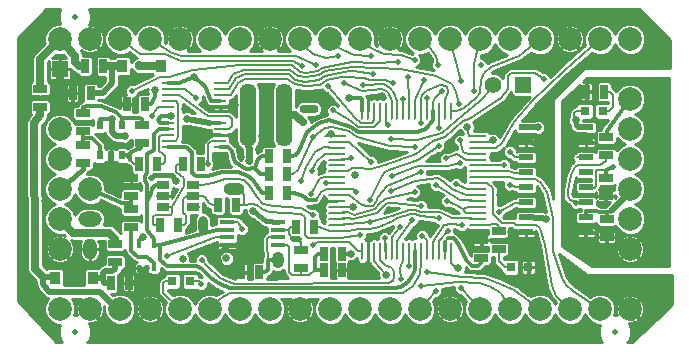
<source format=gtl>
G04 (created by PCBNEW-RS274X (2011-05-25)-stable) date Thu 25 Jun 2015 15:43:25 BST*
G01*
G70*
G90*
%MOIN*%
G04 Gerber Fmt 3.4, Leading zero omitted, Abs format*
%FSLAX34Y34*%
G04 APERTURE LIST*
%ADD10C,0.006000*%
%ADD11R,0.035400X0.040200*%
%ADD12R,0.045000X0.020000*%
%ADD13R,0.020000X0.030000*%
%ADD14R,0.039400X0.010600*%
%ADD15R,0.015700X0.019700*%
%ADD16R,0.039400X0.027600*%
%ADD17R,0.050000X0.015000*%
%ADD18R,0.060000X0.009800*%
%ADD19O,0.060000X0.009800*%
%ADD20O,0.009800X0.060000*%
%ADD21O,0.055100X0.210200*%
%ADD22R,0.045000X0.025000*%
%ADD23O,0.047200X0.070900*%
%ADD24O,0.078300X0.051200*%
%ADD25C,0.078700*%
%ADD26R,0.055000X0.055000*%
%ADD27R,0.025000X0.045000*%
%ADD28O,0.070900X0.039400*%
%ADD29O,0.063000X0.027600*%
%ADD30O,0.039400X0.055100*%
%ADD31O,0.031500X0.059100*%
%ADD32O,0.039400X0.019700*%
%ADD33C,0.055000*%
%ADD34C,0.019700*%
%ADD35R,0.031400X0.031400*%
%ADD36C,0.020000*%
%ADD37C,0.025000*%
%ADD38C,0.011800*%
%ADD39C,0.005000*%
%ADD40C,0.007900*%
%ADD41C,0.015700*%
%ADD42C,0.019700*%
%ADD43C,0.027600*%
%ADD44C,0.023600*%
%ADD45C,0.010000*%
G04 APERTURE END LIST*
G54D10*
G54D11*
X00621Y01800D03*
X-00671Y01800D03*
X02871Y08850D03*
X01579Y08850D03*
G54D12*
X15043Y06811D03*
X15043Y06311D03*
X15043Y05811D03*
X15043Y05311D03*
X15043Y04811D03*
X15043Y04311D03*
X15043Y03811D03*
X15043Y03311D03*
X17043Y03311D03*
X17043Y03811D03*
X17043Y04311D03*
X17043Y04811D03*
X17043Y05311D03*
X17043Y05811D03*
X17043Y06311D03*
X17043Y06811D03*
G54D13*
X00825Y05875D03*
X01575Y05875D03*
X00825Y06875D03*
X01200Y05875D03*
X01575Y06875D03*
G54D14*
X04850Y06150D03*
X04850Y06350D03*
X04850Y06550D03*
X04850Y06750D03*
X04850Y06950D03*
X03100Y06950D03*
X03100Y06750D03*
X03100Y06550D03*
X03100Y06350D03*
X03100Y06150D03*
X03100Y08300D03*
X03100Y08100D03*
X03100Y07900D03*
X03100Y07700D03*
X03100Y07500D03*
X04850Y07500D03*
X04850Y07700D03*
X04850Y07900D03*
X04850Y08100D03*
X04850Y08300D03*
G54D15*
X02656Y02874D03*
X02144Y02874D03*
X02144Y02126D03*
X02400Y02126D03*
X02656Y02126D03*
G54D16*
X03950Y04900D03*
X03950Y04525D03*
X03950Y04150D03*
X02950Y04150D03*
X02950Y04525D03*
X02950Y04900D03*
G54D17*
X05075Y03659D03*
X05075Y03403D03*
X05075Y03147D03*
X05075Y02891D03*
X06775Y02891D03*
X06775Y03147D03*
X06775Y03403D03*
X06775Y03659D03*
G54D18*
X08739Y06526D03*
G54D19*
X08739Y06329D03*
X08739Y06132D03*
X08739Y05935D03*
X08739Y05738D03*
X08739Y05542D03*
X08739Y05345D03*
X08739Y05148D03*
X08739Y04951D03*
X08739Y04754D03*
X08739Y04557D03*
X08739Y04361D03*
X08739Y04164D03*
X08739Y03967D03*
X08739Y03770D03*
X08739Y03573D03*
G54D20*
X09574Y02675D03*
X09771Y02675D03*
X09968Y02675D03*
X10165Y02675D03*
X10362Y02675D03*
X10558Y02675D03*
X10755Y02675D03*
X10952Y02675D03*
X11149Y02675D03*
X11346Y02675D03*
X11543Y02675D03*
X11739Y02675D03*
X11936Y02675D03*
X12133Y02675D03*
X12330Y02675D03*
X12527Y02675D03*
G54D19*
X13425Y03573D03*
X13425Y03770D03*
X13425Y03967D03*
X13425Y04164D03*
X13425Y04361D03*
X13425Y04557D03*
X13425Y04754D03*
X13425Y04951D03*
X13425Y05148D03*
X13425Y05345D03*
X13425Y05542D03*
X13425Y05738D03*
X13425Y05935D03*
X13425Y06132D03*
X13425Y06329D03*
X13425Y06526D03*
G54D20*
X12527Y07361D03*
X12330Y07361D03*
X11936Y07361D03*
X12133Y07368D03*
X11739Y07361D03*
X11543Y07361D03*
X11346Y07361D03*
X11149Y07361D03*
X10952Y07361D03*
X10755Y07361D03*
X10561Y07361D03*
X10364Y07361D03*
X10167Y07361D03*
X09970Y07361D03*
X09774Y07361D03*
X09577Y07361D03*
G54D21*
X05784Y07225D03*
X06966Y07225D03*
G54D22*
X13550Y02450D03*
X13550Y03050D03*
G54D23*
X00500Y02750D03*
G54D24*
X00500Y03750D03*
G54D25*
X00500Y04750D03*
G54D26*
X-00500Y08750D03*
G54D25*
X-00500Y02750D03*
X-00500Y03750D03*
X-00500Y04750D03*
X-00500Y05750D03*
X-00500Y06750D03*
X18500Y02750D03*
X18500Y03750D03*
X18500Y04750D03*
X18500Y05750D03*
X18500Y06750D03*
X18500Y07750D03*
X-00500Y00750D03*
X00500Y00750D03*
X01500Y00750D03*
X02500Y00750D03*
X03500Y00750D03*
X04500Y00750D03*
X05500Y00750D03*
X06500Y00750D03*
X07500Y00750D03*
X08500Y00750D03*
X09500Y00750D03*
X10500Y00750D03*
X11500Y00750D03*
X12500Y00750D03*
X13500Y00750D03*
X14500Y00750D03*
X15500Y00750D03*
X16500Y00750D03*
X17500Y00750D03*
X18500Y00750D03*
X-00500Y09750D03*
X00500Y09750D03*
X01500Y09750D03*
X02500Y09750D03*
X03500Y09750D03*
X04500Y09750D03*
X05500Y09750D03*
X06500Y09750D03*
X07500Y09750D03*
X08500Y09750D03*
X09500Y09750D03*
X10500Y09750D03*
X11500Y09750D03*
X12500Y09750D03*
X13500Y09750D03*
X14500Y09750D03*
X15500Y09750D03*
X16500Y09750D03*
X17500Y09750D03*
X18500Y09750D03*
G54D27*
X06475Y04625D03*
X07075Y04625D03*
X06475Y05850D03*
X07075Y05850D03*
X06475Y05250D03*
X07075Y05250D03*
G54D22*
X14125Y03350D03*
X14125Y02750D03*
G54D27*
X08900Y02600D03*
X08300Y02600D03*
G54D22*
X01875Y05125D03*
X01875Y04525D03*
G54D27*
X03450Y03550D03*
X02850Y03550D03*
X08300Y02050D03*
X08900Y02050D03*
X04200Y05600D03*
X03600Y05600D03*
X05375Y04225D03*
X04775Y04225D03*
G54D22*
X07525Y02725D03*
X07525Y02125D03*
G54D27*
X07975Y03500D03*
X07375Y03500D03*
X02125Y05600D03*
X02725Y05600D03*
G54D22*
X02250Y06300D03*
X02250Y06900D03*
X00275Y06675D03*
X00275Y07275D03*
X00275Y05625D03*
X00275Y06225D03*
X01875Y03475D03*
X01875Y04075D03*
G54D27*
X02325Y07575D03*
X01725Y07575D03*
G54D22*
X17725Y03750D03*
X17725Y03150D03*
G54D27*
X06150Y01975D03*
X05550Y01975D03*
G54D22*
X17700Y05125D03*
X17700Y04525D03*
X17717Y06483D03*
X17717Y05883D03*
G54D28*
X05300Y04750D03*
G54D29*
X07800Y07425D03*
G54D30*
X06775Y02400D03*
G54D27*
X00525Y07950D03*
X-00075Y07950D03*
G54D31*
X04275Y03550D03*
G54D32*
X07375Y03075D03*
G54D27*
X17050Y08000D03*
X17650Y08000D03*
X01200Y01625D03*
X01800Y01625D03*
G54D22*
X-01150Y08100D03*
X-01150Y07500D03*
G54D27*
X00950Y08850D03*
X00350Y08850D03*
G54D22*
X01350Y02925D03*
X01350Y02325D03*
G54D26*
X14950Y08225D03*
G54D33*
X13950Y08225D03*
G54D34*
X18000Y00000D03*
X00000Y10500D03*
X00000Y00000D03*
G54D35*
X03255Y01675D03*
X03845Y01675D03*
X14530Y02150D03*
X15120Y02150D03*
X17005Y07350D03*
X17595Y07350D03*
G54D36*
X10825Y03500D03*
X09950Y08575D03*
X09500Y03225D03*
X10525Y04675D03*
X07950Y03900D03*
X07950Y02900D03*
X11325Y06150D03*
X12050Y04900D03*
X07950Y06500D03*
X07950Y07375D03*
X10550Y06425D03*
X10425Y06875D03*
X11575Y03200D03*
X12150Y03775D03*
X12400Y04350D03*
X11525Y06950D03*
X14500Y06000D03*
X12825Y05625D03*
X10575Y05200D03*
X09875Y05650D03*
X12025Y01350D03*
X11325Y04650D03*
X11550Y04200D03*
X12375Y05775D03*
X12875Y08350D03*
X13300Y08025D03*
X12850Y06375D03*
X11625Y08400D03*
X11325Y09050D03*
X09875Y09175D03*
X11100Y08500D03*
X10950Y07750D03*
X08775Y09175D03*
X09600Y08225D03*
X08975Y08275D03*
X08600Y07375D03*
X08050Y08900D03*
X08450Y08175D03*
X07575Y08850D03*
X07875Y04600D03*
X08375Y04950D03*
X12100Y08900D03*
X11750Y07800D03*
X07550Y05025D03*
X07900Y05350D03*
X12875Y01450D03*
X11525Y05325D03*
X11550Y01525D03*
X10875Y01750D03*
X11125Y02175D03*
X11750Y02000D03*
G54D37*
X09275Y04150D03*
G54D36*
X15625Y08425D03*
X09200Y05775D03*
X12125Y06200D03*
X09825Y04400D03*
X09850Y03650D03*
X12150Y06800D03*
X04225Y02400D03*
X01900Y08025D03*
X10325Y03125D03*
X10775Y09000D03*
X12900Y03550D03*
X09375Y04650D03*
X12225Y08025D03*
G54D37*
X13925Y06375D03*
X16700Y07050D03*
X19193Y03270D03*
X19154Y04254D03*
X19193Y05199D03*
X19193Y06222D03*
X19193Y07207D03*
X19154Y08033D03*
X16675Y04575D03*
X17700Y04250D03*
X16634Y07719D03*
X16625Y06325D03*
G54D36*
X12425Y03350D03*
X14125Y04000D03*
X13525Y08900D03*
G54D37*
X15433Y06813D03*
X09125Y07775D03*
X03600Y02425D03*
X12775Y02125D03*
X15700Y03750D03*
X09200Y02600D03*
X04025Y04150D03*
X10375Y01900D03*
X13075Y06825D03*
X09350Y05225D03*
X08525Y06600D03*
X05050Y02450D03*
X05950Y04025D03*
X03975Y08475D03*
X03725Y07100D03*
X03200Y07175D03*
G54D36*
X11650Y09150D03*
X11750Y09175D03*
X13825Y09175D03*
X13925Y09200D03*
X06825Y01875D03*
X06725Y01850D03*
X11900Y05775D03*
X12325Y05275D03*
X12900Y05225D03*
X12600Y04025D03*
X11225Y03200D03*
X11175Y03175D03*
X18025Y01625D03*
X16650Y01675D03*
X15525Y02100D03*
X12050Y04475D03*
X11650Y04775D03*
X00975Y00175D03*
X02025Y00175D03*
X03000Y00225D03*
X03975Y00200D03*
X04975Y00225D03*
X06000Y00175D03*
X07000Y00225D03*
X08000Y00175D03*
X09050Y00150D03*
X09975Y00100D03*
X11000Y00100D03*
X12050Y00125D03*
X12950Y00175D03*
X14050Y00150D03*
X14925Y00125D03*
X15975Y00100D03*
X17050Y00100D03*
X18700Y00100D03*
X19250Y09100D03*
X19200Y09400D03*
X-01673Y08506D03*
X-01791Y07089D03*
X-01791Y06144D03*
X-01791Y05159D03*
X-01752Y04136D03*
X-01752Y03230D03*
X-01752Y02364D03*
X-01752Y01577D03*
X-01025Y04350D03*
X-01025Y05200D03*
X-00500Y07550D03*
X01000Y10400D03*
X02000Y10375D03*
X02975Y10425D03*
X03975Y10350D03*
X05000Y10400D03*
X05975Y10375D03*
X07000Y10375D03*
X08000Y10350D03*
X08975Y10325D03*
X10000Y10375D03*
X11000Y10400D03*
X12000Y10350D03*
X12975Y10350D03*
X14025Y10375D03*
X15000Y10400D03*
X16000Y10400D03*
G54D37*
X01050Y04075D03*
G54D36*
X10450Y05900D03*
G54D37*
X14175Y04550D03*
X13250Y03300D03*
X08350Y04350D03*
X07950Y07850D03*
X05325Y07550D03*
G54D36*
X04675Y03825D03*
G54D37*
X02475Y01525D03*
X03725Y06575D03*
X06250Y06525D03*
X06400Y07800D03*
X15425Y07525D03*
X15425Y06300D03*
X01800Y05450D03*
X13950Y05775D03*
X14350Y07025D03*
X04725Y05775D03*
X05525Y05825D03*
G54D36*
X02150Y08400D03*
G54D37*
X03850Y03425D03*
X02850Y04525D03*
X10475Y04050D03*
X09300Y01900D03*
X14550Y03325D03*
X08225Y05375D03*
X01325Y07725D03*
X04525Y07425D03*
X05975Y02950D03*
X01175Y05525D03*
X02250Y01875D03*
X03675Y07425D03*
X10225Y07850D03*
G54D36*
X14300Y05550D03*
X14500Y04900D03*
X04200Y01600D03*
G54D37*
X05800Y05675D03*
X07600Y06975D03*
X06975Y07850D03*
X01675Y06525D03*
X02675Y08050D03*
G54D36*
X02550Y05125D03*
G54D37*
X03375Y05025D03*
X02275Y03150D03*
X01225Y07100D03*
X02125Y08875D03*
G54D36*
X12700Y04925D03*
X12795Y07600D03*
X10600Y08300D03*
X11250Y03725D03*
X06775Y02275D03*
X03075Y02525D03*
X02575Y07200D03*
X04050Y07800D03*
X04425Y05600D03*
X05575Y03425D03*
X17075Y05325D03*
X16717Y04301D03*
X16875Y05825D03*
X17925Y05475D03*
G54D38*
X10875Y01475D02*
X11100Y01650D01*
X04200Y02125D02*
X04525Y01800D01*
X04525Y01800D02*
X04825Y01575D01*
X04825Y01575D02*
X05175Y01450D01*
X05175Y01450D02*
X10650Y01450D01*
X10875Y01475D02*
X10650Y01450D01*
X03075Y02175D02*
X04025Y02175D01*
X04025Y02175D02*
X04200Y02125D01*
X02850Y02875D02*
X02850Y02400D01*
X02850Y02400D02*
X03075Y02175D01*
X11325Y02050D02*
X11350Y02275D01*
X11100Y01650D02*
X11250Y01850D01*
X11250Y01850D02*
X11325Y02050D01*
X11350Y02275D02*
X11346Y02675D01*
G54D39*
X04275Y03550D02*
X04275Y03425D01*
X04275Y03425D02*
X04325Y03275D01*
G54D38*
X02400Y04875D02*
X02400Y04325D01*
X02400Y05925D02*
X02625Y06050D01*
X02400Y05275D02*
X02400Y05925D01*
X02625Y06050D02*
X02625Y06600D01*
X03100Y06750D02*
X02803Y06750D01*
X02803Y06750D02*
X02625Y06600D01*
X02325Y05175D02*
X02400Y05275D01*
X02325Y05050D02*
X02400Y04875D01*
X02325Y05175D02*
X02325Y05050D01*
X02656Y02874D02*
X02775Y02875D01*
X02775Y02875D02*
X02850Y02875D01*
X02656Y02874D02*
X02650Y03100D01*
X02650Y03100D02*
X02400Y03375D01*
X02400Y03375D02*
X02400Y04325D01*
X02550Y04575D02*
X02575Y04775D01*
X02575Y04775D02*
X02700Y04900D01*
X02700Y04900D02*
X02950Y04900D01*
X02400Y04325D02*
X02550Y04575D01*
X02850Y02875D02*
X04325Y03275D01*
X04325Y03275D02*
X04725Y03400D01*
X04725Y03400D02*
X05075Y03403D01*
G54D40*
X10558Y02675D02*
X10558Y03148D01*
X10558Y03148D02*
X10825Y03500D01*
X05125Y08100D02*
X04850Y08100D01*
X05375Y08450D02*
X05125Y08100D01*
X07125Y08575D02*
X05675Y08575D01*
X05675Y08575D02*
X05375Y08450D01*
X09150Y08675D02*
X08350Y08525D01*
X08350Y08525D02*
X08150Y08400D01*
X08150Y08400D02*
X07675Y08325D01*
X07675Y08325D02*
X07350Y08400D01*
X07350Y08400D02*
X07125Y08575D01*
X09300Y08675D02*
X09150Y08675D01*
X09950Y08575D02*
X09300Y08675D01*
X05650Y04225D02*
X05650Y04525D01*
X05650Y04525D02*
X05575Y04725D01*
X05575Y04725D02*
X05300Y04750D01*
X05375Y04225D02*
X05650Y04225D01*
X07675Y03225D02*
X07775Y03125D01*
X07775Y03125D02*
X08875Y03125D01*
X08875Y03125D02*
X09500Y03225D01*
X10525Y04675D02*
X11350Y05025D01*
X11350Y05025D02*
X12100Y05125D01*
X12100Y05125D02*
X12300Y05004D01*
X12300Y05004D02*
X12575Y04750D01*
X12575Y04750D02*
X13050Y04550D01*
X13050Y04550D02*
X13425Y04557D01*
X07675Y03825D02*
X07675Y03225D01*
X07525Y03925D02*
X07675Y03825D01*
X06476Y03998D02*
X07525Y03925D01*
X05650Y04225D02*
X05906Y04254D01*
X05906Y04254D02*
X06063Y04234D01*
X06063Y04234D02*
X06240Y04077D01*
X06240Y04077D02*
X06476Y03998D01*
X05807Y04884D02*
X06075Y04475D01*
X09450Y02675D02*
X09574Y02675D01*
X07539Y04116D02*
X07950Y03900D01*
X07950Y02900D02*
X08100Y02975D01*
X08100Y02975D02*
X09125Y02975D01*
X09125Y02975D02*
X09450Y02675D01*
X05020Y05100D02*
X05450Y05100D01*
X05450Y05100D02*
X05650Y05041D01*
X04225Y04900D02*
X04606Y04963D01*
X04606Y04963D02*
X05020Y05100D01*
X03950Y04900D02*
X04225Y04900D01*
X05650Y05041D02*
X05807Y04884D01*
X06280Y04254D02*
X06634Y04175D01*
X06634Y04175D02*
X07539Y04116D01*
X06075Y04475D02*
X06280Y04254D01*
G54D39*
X07800Y07425D02*
X07900Y07425D01*
X07900Y07425D02*
X07950Y07375D01*
G54D40*
X09400Y06475D02*
X10500Y06200D01*
X12050Y04900D02*
X12850Y04400D01*
X12850Y04400D02*
X13050Y04375D01*
X13050Y04375D02*
X13425Y04361D01*
X10500Y06200D02*
X11325Y06150D01*
X07950Y06500D02*
X08350Y06800D01*
X08350Y06800D02*
X08575Y06825D01*
X08575Y06825D02*
X09125Y06675D01*
X09125Y06675D02*
X09400Y06475D01*
X07075Y05250D02*
X07275Y05250D01*
X07450Y05400D02*
X07950Y06500D01*
X07275Y05250D02*
X07450Y05400D01*
X13950Y08225D02*
X13950Y08145D01*
X13950Y08145D02*
X13504Y07699D01*
X10364Y06936D02*
X10364Y07361D01*
X12244Y06616D02*
X12925Y07225D01*
X12925Y07225D02*
X13504Y07699D01*
X11400Y06400D02*
X12244Y06616D01*
X10550Y06425D02*
X11400Y06400D01*
X10364Y06936D02*
X10425Y06875D01*
X11739Y02675D02*
X11740Y03050D01*
X11740Y03050D02*
X11575Y03200D01*
X11525Y03850D02*
X12150Y03775D01*
X08504Y03348D02*
X09094Y03348D01*
X08150Y03506D02*
X08504Y03348D01*
X07975Y03500D02*
X08150Y03506D01*
X10750Y03775D02*
X11200Y03925D01*
X11200Y03925D02*
X11350Y03913D01*
X11350Y03913D02*
X11525Y03850D01*
X10125Y03500D02*
X10600Y03700D01*
X10600Y03700D02*
X10750Y03775D01*
X09475Y03425D02*
X09850Y03425D01*
X09850Y03425D02*
X10125Y03500D01*
X09094Y03348D02*
X09475Y03425D01*
G54D10*
X11543Y07361D02*
X11543Y07743D01*
X12330Y07720D02*
X12330Y07361D01*
X12450Y08000D02*
X12330Y07720D01*
X11700Y08025D02*
X12175Y08225D01*
X12175Y08225D02*
X12400Y08175D01*
X12400Y08175D02*
X12450Y08000D01*
X11543Y07743D02*
X11575Y07900D01*
X11575Y07900D02*
X11700Y08025D01*
X11543Y07361D02*
X11550Y07050D01*
G54D40*
X12700Y04225D02*
X12950Y04075D01*
X12400Y04350D02*
X12700Y04225D01*
G54D10*
X11550Y07050D02*
X11525Y06950D01*
G54D40*
X12950Y04075D02*
X13000Y04000D01*
X13000Y04000D02*
X13033Y03967D01*
X13033Y03967D02*
X13425Y03967D01*
X13114Y04164D02*
X13425Y04164D01*
X13025Y04125D02*
X13114Y04164D01*
X12950Y04075D02*
X13025Y04125D01*
X14500Y06000D02*
X14664Y05811D01*
X14664Y05811D02*
X15043Y05811D01*
X08739Y06329D02*
X09146Y06329D01*
X11425Y05525D02*
X12425Y05525D01*
X12425Y05525D02*
X12825Y05625D01*
X10575Y05200D02*
X11425Y05525D01*
X09146Y06329D02*
X09875Y05650D01*
X13425Y03573D02*
X13848Y03573D01*
X14125Y03525D02*
X14125Y03350D01*
X14050Y03600D02*
X14125Y03525D01*
X13875Y03600D02*
X14050Y03600D01*
X13848Y03573D02*
X13875Y03600D01*
X11525Y00775D02*
X11500Y00750D01*
X12025Y01350D02*
X11525Y00775D01*
X09100Y03975D02*
X09300Y03900D01*
X09300Y03900D02*
X10000Y04075D01*
X10150Y04270D02*
X10350Y04425D01*
X10000Y04075D02*
X10150Y04270D01*
X10350Y04425D02*
X10600Y04475D01*
X10600Y04475D02*
X11325Y04650D01*
X09100Y03975D02*
X08739Y03967D01*
X10600Y04300D02*
X11550Y04200D01*
X10600Y04300D02*
X10400Y04275D01*
X10400Y04275D02*
X10225Y04125D01*
X10225Y04125D02*
X10075Y03950D01*
X10075Y03950D02*
X09275Y03750D01*
X09275Y03750D02*
X09100Y03778D01*
X09100Y03778D02*
X08739Y03770D01*
X13425Y05738D02*
X13025Y05725D01*
X13025Y05725D02*
X12750Y05925D01*
X12750Y05925D02*
X12375Y05775D01*
X12500Y09725D02*
X12500Y09750D01*
X12875Y08350D02*
X12500Y09725D01*
X13300Y08025D02*
X13307Y08939D01*
X13307Y08939D02*
X13500Y09750D01*
X13100Y05925D02*
X12950Y06007D01*
X12950Y06007D02*
X12850Y06375D01*
X13425Y05935D02*
X13100Y05925D01*
X17500Y09750D02*
X16300Y08700D01*
X14050Y06125D02*
X14250Y06300D01*
X14250Y06300D02*
X14650Y07000D01*
X14650Y07000D02*
X15250Y07675D01*
X15250Y07675D02*
X16300Y08700D01*
X14050Y06125D02*
X13425Y06132D01*
X15500Y09750D02*
X14800Y09200D01*
X13504Y07955D02*
X13386Y07778D01*
X13642Y08624D02*
X13550Y08375D01*
X13550Y08375D02*
X13504Y07955D01*
X13858Y08821D02*
X13642Y08624D01*
X14800Y09200D02*
X13858Y08821D01*
X12527Y07361D02*
X12725Y07350D01*
X12975Y07450D02*
X13386Y07778D01*
X12725Y07350D02*
X12975Y07450D01*
X17500Y00750D02*
X16600Y01350D01*
X14469Y05159D02*
X14700Y05075D01*
X15350Y05075D02*
X15500Y05000D01*
X15500Y05000D02*
X15725Y04650D01*
X14700Y05075D02*
X15350Y05075D01*
X15725Y04650D02*
X15925Y03800D01*
X15925Y03800D02*
X15925Y02700D01*
X16225Y01800D02*
X16375Y01550D01*
X16375Y01550D02*
X16600Y01350D01*
X15925Y02700D02*
X16225Y01800D01*
X14469Y05159D02*
X13425Y05148D01*
X11543Y02675D02*
X11550Y02325D01*
X11550Y02325D02*
X11500Y01925D01*
X05175Y01275D02*
X04875Y01129D01*
X04875Y01129D02*
X04500Y00750D01*
X11500Y01925D02*
X11275Y01538D01*
X11275Y01538D02*
X10925Y01275D01*
X10925Y01275D02*
X05175Y01275D01*
X11346Y07725D02*
X11625Y08400D01*
X11346Y07361D02*
X11346Y07725D01*
X09650Y09575D02*
X09500Y09750D01*
X10000Y09375D02*
X09650Y09575D01*
X10300Y09250D02*
X10000Y09375D01*
X11325Y09050D02*
X10875Y09220D01*
X10875Y09220D02*
X10300Y09250D01*
X11149Y07725D02*
X11100Y08500D01*
X11149Y07361D02*
X11149Y07725D01*
X08550Y09575D02*
X08500Y09750D01*
X08925Y09375D02*
X08550Y09575D01*
X09300Y09225D02*
X08925Y09375D01*
X09875Y09175D02*
X09300Y09225D01*
X10952Y07361D02*
X10952Y07823D01*
X10952Y07823D02*
X10950Y07750D01*
X07575Y09625D02*
X07500Y09750D01*
X07675Y09500D02*
X07575Y09625D01*
X07950Y09250D02*
X07675Y09500D01*
X08375Y09125D02*
X07950Y09250D01*
X08775Y09175D02*
X08375Y09125D01*
X10750Y07700D02*
X10650Y07950D01*
X10300Y08250D02*
X09600Y08225D01*
X10500Y08125D02*
X10300Y08250D01*
X10650Y07950D02*
X10500Y08125D01*
X10750Y07700D02*
X10755Y07361D01*
X09575Y08025D02*
X08975Y08275D01*
X10250Y08100D02*
X09575Y08025D01*
X10425Y08000D02*
X10250Y08100D01*
X10561Y07689D02*
X10425Y08000D01*
X10561Y07689D02*
X10561Y07361D01*
X03250Y09300D02*
X02500Y09750D01*
X07375Y09175D02*
X03575Y09175D01*
X03575Y09175D02*
X03250Y09300D01*
X08050Y08900D02*
X07375Y09175D01*
X10167Y07361D02*
X10175Y07025D01*
X09200Y07025D02*
X08600Y07375D01*
X09453Y06817D02*
X09200Y07025D01*
X09965Y06817D02*
X09453Y06817D01*
X10175Y07025D02*
X09965Y06817D01*
X09975Y07050D02*
X09906Y06955D01*
X09906Y06955D02*
X09524Y06963D01*
X09524Y06963D02*
X09325Y07125D01*
X09325Y07125D02*
X08450Y08175D01*
X09970Y07361D02*
X09975Y07050D01*
X02182Y09250D02*
X01500Y09750D01*
X03550Y09025D02*
X03000Y09250D01*
X03000Y09250D02*
X02182Y09250D01*
X07275Y09025D02*
X03550Y09025D01*
X07575Y08850D02*
X07275Y09025D01*
X08189Y05120D02*
X08375Y05149D01*
X08375Y05149D02*
X08739Y05148D01*
X08189Y05120D02*
X07875Y04600D01*
X08375Y04950D02*
X08739Y04951D01*
X11850Y09450D02*
X11500Y09750D01*
X12050Y09175D02*
X11850Y09450D01*
X12100Y08900D02*
X12050Y09175D01*
X11725Y07700D02*
X11750Y07800D01*
X11725Y07700D02*
X11739Y07361D01*
X08300Y06150D02*
X08001Y05989D01*
X07700Y05500D02*
X07550Y05025D01*
X08001Y05989D02*
X07700Y05500D01*
X08739Y06132D02*
X08300Y06150D01*
X08739Y05935D02*
X08344Y05929D01*
G54D10*
X08050Y05650D02*
X07900Y05350D01*
X08344Y05929D02*
X08050Y05650D01*
G54D40*
X12875Y01450D02*
X13500Y00750D01*
X08739Y04557D02*
X09150Y04550D01*
X10400Y04850D02*
X11525Y05325D01*
X10100Y04475D02*
X10400Y04850D01*
X09925Y04200D02*
X10025Y04338D01*
X10025Y04338D02*
X10100Y04475D01*
X09725Y04175D02*
X09925Y04200D01*
X09575Y04225D02*
X09725Y04175D01*
X09150Y04550D02*
X09575Y04225D01*
X10950Y02350D02*
X10952Y02675D01*
X10825Y02075D02*
X10875Y01750D01*
X10875Y02225D02*
X10825Y02075D01*
X10950Y02350D02*
X10875Y02225D01*
X14500Y00750D02*
X14200Y01275D01*
X14200Y01275D02*
X14050Y01400D01*
X13800Y01525D02*
X14050Y01400D01*
X11550Y01525D02*
X12776Y01656D01*
X12776Y01656D02*
X13475Y01625D01*
X13475Y01625D02*
X13800Y01525D01*
X15500Y00750D02*
X14626Y01380D01*
X14626Y01380D02*
X14173Y01596D01*
X11150Y02325D02*
X11125Y02175D01*
X11750Y02000D02*
X12913Y01833D01*
X12913Y01833D02*
X13681Y01774D01*
X13681Y01774D02*
X14173Y01596D01*
X11149Y02675D02*
X11150Y02325D01*
X13425Y04951D02*
X13749Y04951D01*
X15900Y01525D02*
X16050Y01200D01*
X16050Y01200D02*
X16500Y00750D01*
X15675Y02900D02*
X15900Y01525D01*
X15360Y03550D02*
X15500Y03450D01*
X15500Y03450D02*
X15675Y02900D01*
X14700Y03550D02*
X15360Y03550D01*
X14625Y03625D02*
X14700Y03550D01*
X14225Y03625D02*
X14625Y03625D01*
X13925Y03925D02*
X14225Y03625D01*
X13925Y04775D02*
X13925Y03925D01*
X13749Y04951D02*
X13925Y04775D01*
G54D10*
X08739Y04164D02*
X09261Y04164D01*
X09261Y04164D02*
X09275Y04150D01*
G54D40*
X15350Y08625D02*
X14550Y08625D01*
X14550Y08625D02*
X14450Y08525D01*
X14450Y08525D02*
X14425Y08100D01*
X14425Y08100D02*
X14200Y07800D01*
X15350Y08625D02*
X15625Y08425D01*
X11375Y05925D02*
X11925Y06350D01*
X11925Y06350D02*
X12150Y06425D01*
X12150Y06425D02*
X12325Y06475D01*
X12950Y07025D02*
X13150Y07100D01*
X13150Y07100D02*
X14200Y07800D01*
X12325Y06475D02*
X12950Y07025D01*
X09100Y05350D02*
X09252Y05455D01*
X09252Y05455D02*
X09429Y05455D01*
X09429Y05455D02*
X09882Y05435D01*
X09882Y05435D02*
X10350Y05550D01*
X10350Y05550D02*
X11375Y05925D01*
X09100Y05350D02*
X08739Y05345D01*
X08739Y05738D02*
X09025Y05750D01*
X09025Y05750D02*
X09200Y05775D01*
X10350Y05325D02*
X10250Y05175D01*
X10250Y05175D02*
X09825Y04400D01*
X10350Y05325D02*
X10475Y05400D01*
X10475Y05400D02*
X11450Y05725D01*
X11450Y05725D02*
X12125Y06200D01*
G54D10*
X12150Y06800D02*
X12133Y07368D01*
G54D40*
X08739Y03573D02*
X09150Y03575D01*
X09150Y03575D02*
X09850Y03650D01*
X11125Y04050D02*
X11350Y04065D01*
X11350Y04065D02*
X11525Y04000D01*
X10575Y03850D02*
X11125Y04050D01*
X09850Y03650D02*
X10575Y03850D01*
X11525Y04000D02*
X12175Y03975D01*
X12175Y03975D02*
X12575Y03800D01*
X12575Y03800D02*
X13025Y03775D01*
X13025Y03775D02*
X13425Y03770D01*
X04225Y02400D02*
X04400Y02200D01*
X04400Y02200D02*
X04850Y01800D01*
X04850Y01800D02*
X05125Y01650D01*
X05125Y01650D02*
X05325Y01600D01*
X05325Y01600D02*
X10460Y01615D01*
X10580Y01690D02*
X10590Y01690D01*
X10460Y01615D02*
X10580Y01690D01*
X10165Y02675D02*
X10165Y02375D01*
X10350Y02225D02*
X10165Y02375D01*
X10580Y02130D02*
X10350Y02225D01*
X10625Y02000D02*
X10580Y02130D01*
X10625Y01825D02*
X10625Y02000D01*
X10590Y01690D02*
X10625Y01825D01*
X01900Y08025D02*
X02825Y08500D01*
X10362Y02675D02*
X10350Y02700D01*
X10350Y03000D02*
X10350Y02700D01*
X10325Y03125D02*
X10350Y03000D01*
X09975Y08950D02*
X10775Y09000D01*
X09225Y09000D02*
X09975Y08950D01*
X08100Y08700D02*
X08250Y08800D01*
X08250Y08800D02*
X09225Y09000D01*
X07225Y08875D02*
X07500Y08650D01*
X07500Y08650D02*
X07700Y08625D01*
X07700Y08625D02*
X08100Y08700D01*
X03950Y08725D02*
X05500Y08875D01*
X05500Y08875D02*
X07225Y08875D01*
X02825Y08500D02*
X03150Y08500D01*
X03150Y08500D02*
X03950Y08725D01*
X11936Y02675D02*
X11929Y03000D01*
G54D10*
X11929Y03000D02*
X12300Y03550D01*
G54D40*
X12300Y03550D02*
X12550Y03600D01*
X12550Y03600D02*
X12900Y03550D01*
X14125Y02750D02*
X14125Y02350D01*
X14525Y02150D02*
X14530Y02150D01*
X14325Y02150D02*
X14525Y02150D01*
X14125Y02350D02*
X14325Y02150D01*
X08739Y04754D02*
X09271Y04754D01*
X09271Y04754D02*
X09375Y04650D01*
X08739Y04754D02*
X08400Y04750D01*
G54D38*
X07075Y04625D02*
X07300Y04625D01*
X07300Y04625D02*
X07593Y04524D01*
X07593Y04524D02*
X07775Y04375D01*
X07775Y04375D02*
X08025Y04400D01*
G54D40*
X08025Y04400D02*
X08209Y04667D01*
X08209Y04667D02*
X08400Y04750D01*
X11936Y07361D02*
X11925Y07650D01*
X11925Y07650D02*
X12000Y07775D01*
X12000Y07775D02*
X12225Y08025D01*
G54D38*
X07075Y05850D02*
X07225Y05850D01*
X09200Y06825D02*
X09425Y06650D01*
X11925Y07050D02*
X11936Y07361D01*
X11700Y06750D02*
X11925Y07050D01*
X07475Y06025D02*
X07750Y06650D01*
X07225Y05850D02*
X07375Y05900D01*
X07375Y05900D02*
X07475Y06025D01*
X08475Y07050D02*
X09200Y06825D01*
X08150Y06950D02*
X08475Y07050D01*
X07750Y06650D02*
X08150Y06950D01*
X11400Y06650D02*
X11700Y06750D01*
X09425Y06650D02*
X11400Y06650D01*
X13550Y02450D02*
X13550Y02300D01*
X12800Y02900D02*
X12625Y03125D01*
X12625Y03125D02*
X12450Y03125D01*
G54D40*
X12450Y03125D02*
X12325Y02975D01*
G54D38*
X12325Y02975D02*
X12325Y02675D01*
X12325Y02675D02*
X12330Y02675D01*
X13250Y02200D02*
X13050Y02400D01*
X13050Y02400D02*
X12800Y02900D01*
X13450Y02200D02*
X13250Y02200D01*
X13550Y02300D02*
X13450Y02200D01*
G54D40*
X13929Y06329D02*
X13925Y06375D01*
X13425Y06329D02*
X13929Y06329D01*
G54D41*
X17043Y06811D02*
X16775Y06825D01*
X16700Y06875D02*
X16700Y07050D01*
X16775Y06825D02*
X16700Y06875D01*
G54D40*
X17005Y07350D02*
X16700Y07350D01*
X16700Y07350D02*
X16650Y07300D01*
X16650Y07300D02*
X16650Y07100D01*
X16650Y07100D02*
X16700Y07050D01*
G54D42*
X18500Y04750D02*
X18450Y04575D01*
G54D38*
X17875Y04025D02*
X17725Y03975D01*
G54D42*
X18450Y04575D02*
X17875Y04025D01*
G54D38*
X17043Y03811D02*
X17050Y04025D01*
X17725Y03750D02*
X17725Y03975D01*
X17725Y03975D02*
X17475Y03975D01*
X17110Y04020D02*
X17050Y04025D01*
X17400Y04025D02*
X17110Y04020D01*
X17475Y03975D02*
X17400Y04025D01*
X18500Y07750D02*
X17725Y06700D01*
X17725Y06700D02*
X17717Y06483D01*
X19193Y04215D02*
X19193Y03270D01*
X19154Y04254D02*
X19193Y04215D01*
X19193Y06222D02*
X19193Y05199D01*
X19193Y07994D02*
X19193Y07207D01*
X19154Y08033D02*
X19193Y07994D01*
X17700Y04525D02*
X17700Y04250D01*
G54D40*
X16825Y08000D02*
X17050Y08000D01*
X16634Y07719D02*
X16825Y08000D01*
G54D38*
X17050Y06575D02*
X17043Y06311D01*
X16625Y06325D02*
X16700Y06575D01*
X16700Y06575D02*
X17050Y06575D01*
X17725Y02900D02*
X17375Y02900D01*
X17375Y02900D02*
X17050Y03100D01*
X17050Y03100D02*
X17043Y03311D01*
X17725Y03150D02*
X17725Y02900D01*
X17725Y02900D02*
X18500Y02750D01*
G54D40*
X12133Y02675D02*
X12133Y03008D01*
X12133Y03008D02*
X12425Y03350D01*
X14125Y04000D02*
X14675Y04300D01*
X14675Y04300D02*
X15043Y04311D01*
G54D42*
X15431Y06811D02*
X15433Y06813D01*
X15431Y06811D02*
X15043Y06811D01*
G54D38*
X09577Y07361D02*
X09577Y07748D01*
X09550Y07775D02*
X09125Y07775D01*
X09577Y07748D02*
X09550Y07775D01*
G54D40*
X12527Y02675D02*
X12527Y02298D01*
X12700Y02125D02*
X12775Y02125D01*
X12527Y02298D02*
X12700Y02125D01*
G54D42*
X15043Y03811D02*
X15550Y03800D01*
X15550Y03800D02*
X15700Y03750D01*
G54D38*
X08900Y02600D02*
X09200Y02600D01*
G54D42*
X04025Y04150D02*
X03950Y04150D01*
G54D10*
X09968Y02675D02*
X09968Y02357D01*
X09968Y02357D02*
X10375Y01900D01*
G54D40*
X13124Y06526D02*
X13425Y06526D01*
X13075Y06825D02*
X13124Y06526D01*
G54D10*
X08739Y06526D02*
X08324Y06526D01*
X08324Y06526D02*
X08525Y06600D01*
G54D41*
X06375Y03675D02*
X06775Y03659D01*
X05950Y04025D02*
X06375Y03675D01*
G54D38*
X04850Y07700D02*
X04550Y07700D01*
X04325Y08200D02*
X03975Y08475D01*
X04550Y07700D02*
X04325Y08200D01*
X03475Y08300D02*
X03100Y08300D01*
X03975Y08475D02*
X03475Y08300D01*
X04850Y06950D02*
X04500Y06950D01*
G54D42*
X04500Y06950D02*
X03725Y07100D01*
G54D38*
X03200Y07175D02*
X02875Y07175D01*
X02875Y07175D02*
X02775Y07050D01*
X02775Y07050D02*
X02850Y06950D01*
X02850Y06950D02*
X03100Y06950D01*
G54D39*
X15120Y02150D02*
X15475Y02150D01*
X16700Y01625D02*
X18025Y01625D01*
X16650Y01675D02*
X16700Y01625D01*
X15475Y02150D02*
X15525Y02100D01*
X11650Y04775D02*
X12050Y04475D01*
X11650Y04775D02*
X11650Y04775D01*
X13550Y03050D02*
X13550Y03250D01*
X13500Y03300D02*
X13250Y03300D01*
X13550Y03250D02*
X13500Y03300D01*
X00500Y00650D02*
X00975Y00175D01*
X02025Y00175D02*
X02075Y00225D01*
X02075Y00225D02*
X03000Y00225D01*
X03975Y00200D02*
X04000Y00225D01*
X04000Y00225D02*
X04975Y00225D01*
X06000Y00175D02*
X06050Y00225D01*
X06050Y00225D02*
X07000Y00225D01*
X08000Y00175D02*
X08025Y00150D01*
X08025Y00150D02*
X09050Y00150D01*
X09975Y00100D02*
X11000Y00100D01*
X12050Y00125D02*
X12100Y00175D01*
X12100Y00175D02*
X12950Y00175D01*
X14050Y00150D02*
X14075Y00125D01*
X14075Y00125D02*
X14925Y00125D01*
X15975Y00100D02*
X17050Y00100D01*
X00500Y00750D02*
X00500Y00650D01*
X18700Y00100D02*
X18525Y00625D01*
X18525Y00625D02*
X18525Y00725D01*
X18525Y00725D02*
X18500Y00750D01*
X-01673Y07207D02*
X-01673Y08506D01*
X-01791Y07089D02*
X-01673Y07207D01*
X-01791Y05159D02*
X-01791Y06144D01*
X-01752Y03230D02*
X-01752Y04136D01*
X-01752Y01577D02*
X-01752Y02364D01*
G54D42*
X01800Y01625D02*
X02000Y01625D01*
X02100Y01525D02*
X02475Y01525D01*
X02000Y01625D02*
X02100Y01525D01*
G54D40*
X-00925Y07075D02*
X-01025Y06900D01*
X-00500Y02775D02*
X-01025Y03300D01*
X-01025Y03300D02*
X-01025Y04350D01*
X-01025Y05200D02*
X-01025Y06900D01*
X-00500Y02750D02*
X-00500Y02775D01*
X-00925Y07075D02*
X-00500Y07550D01*
G54D39*
X16500Y09750D02*
X16500Y09900D01*
X00525Y09775D02*
X00500Y09750D01*
X00525Y09925D02*
X00525Y09775D01*
X01000Y10400D02*
X00525Y09925D01*
X02925Y10375D02*
X02000Y10375D01*
X02975Y10425D02*
X02925Y10375D01*
X04950Y10350D02*
X03975Y10350D01*
X05000Y10400D02*
X04950Y10350D01*
X07000Y10375D02*
X05975Y10375D01*
X08950Y10350D02*
X08000Y10350D01*
X08975Y10325D02*
X08950Y10350D01*
X10975Y10375D02*
X10000Y10375D01*
X11000Y10400D02*
X10975Y10375D01*
X12975Y10350D02*
X12000Y10350D01*
X14975Y10375D02*
X14025Y10375D01*
X15000Y10400D02*
X14975Y10375D01*
X16500Y09900D02*
X16000Y10400D01*
G54D42*
X02250Y01800D02*
X02250Y01875D01*
G54D38*
X01200Y05550D02*
X01175Y05525D01*
X05550Y01975D02*
X05375Y01975D01*
X05075Y02875D02*
X05075Y02891D01*
X04950Y02750D02*
X05075Y02875D01*
X04950Y02700D02*
X04950Y02750D01*
X04800Y02550D02*
X04950Y02700D01*
X04825Y02300D02*
X04800Y02550D01*
X04925Y02150D02*
X04825Y02300D01*
X05025Y02025D02*
X04925Y02150D01*
X05200Y01950D02*
X05025Y02025D01*
X05375Y01975D02*
X05200Y01950D01*
G54D40*
X15043Y03311D02*
X15043Y03057D01*
X15043Y03057D02*
X15050Y03050D01*
X15050Y03050D02*
X15050Y03053D01*
G54D10*
X08739Y04361D02*
X08350Y04350D01*
G54D40*
X04850Y07500D02*
X04575Y07500D01*
X04575Y07500D02*
X04525Y07425D01*
G54D38*
X04850Y06550D02*
X04475Y06550D01*
G54D41*
X04475Y06550D02*
X03950Y06550D01*
X03950Y06550D02*
X03725Y06575D01*
G54D42*
X15043Y06311D02*
X15425Y06300D01*
G54D38*
X08900Y02050D02*
X09125Y02050D01*
X09319Y01950D02*
X09350Y01919D01*
X09350Y01919D02*
X09300Y01900D01*
X09125Y02050D02*
X09319Y01950D01*
G54D42*
X02850Y04525D02*
X02950Y04525D01*
G54D10*
X09771Y02675D02*
X09771Y02346D01*
X09771Y02346D02*
X09300Y01900D01*
G54D42*
X15043Y03057D02*
X15050Y03053D01*
X15050Y03053D02*
X14700Y03050D01*
X14700Y03050D02*
X14550Y03325D01*
G54D38*
X01725Y07575D02*
X01525Y07575D01*
X01525Y07575D02*
X01325Y07725D01*
G54D42*
X01200Y05875D02*
X01200Y05550D01*
X01200Y05550D02*
X01425Y05450D01*
X01425Y05450D02*
X01800Y05450D01*
X01800Y05450D02*
X01875Y05250D01*
X01875Y05250D02*
X01875Y05125D01*
G54D41*
X05500Y02900D02*
X05075Y02891D01*
X05975Y02950D02*
X05500Y02900D01*
G54D43*
X-00075Y07950D02*
X-00350Y07950D01*
X-00350Y07950D02*
X-00500Y08275D01*
X-00500Y08275D02*
X-00500Y08750D01*
G54D42*
X02225Y01900D02*
X02250Y01875D01*
X02400Y02126D02*
X02225Y01900D01*
X02225Y01900D02*
X02144Y02126D01*
G54D40*
X09774Y07361D02*
X09775Y07700D01*
X09900Y07825D02*
X10225Y07850D01*
X09775Y07700D02*
X09900Y07825D01*
X13425Y05542D02*
X14142Y05542D01*
X14142Y05542D02*
X14300Y05550D01*
X14500Y04900D02*
X14700Y04811D01*
X14700Y04811D02*
X15043Y04811D01*
X13425Y05345D02*
X14425Y05350D01*
X14425Y05350D02*
X14675Y05300D01*
X14675Y05300D02*
X15043Y05311D01*
X03845Y01675D02*
X04125Y01675D01*
X04125Y01675D02*
X04200Y01600D01*
G54D44*
X05784Y07225D02*
X05787Y06494D01*
X05823Y05829D02*
X05800Y05675D01*
X05787Y06494D02*
X05823Y05829D01*
G54D43*
X06966Y07225D02*
X07350Y07225D01*
X07350Y07225D02*
X07600Y06975D01*
X06975Y07850D02*
X06966Y07841D01*
X06966Y07841D02*
X06966Y07225D01*
G54D40*
X03255Y01675D02*
X03000Y01675D01*
X03000Y01675D02*
X02950Y01625D01*
X02950Y01625D02*
X02950Y01300D01*
X02950Y01300D02*
X03500Y00750D01*
G54D42*
X01225Y06650D02*
X01225Y07100D01*
X01375Y06525D02*
X01225Y06650D01*
X01675Y06525D02*
X01375Y06525D01*
G54D38*
X02325Y07575D02*
X02525Y07575D01*
X02675Y07825D02*
X02675Y08050D01*
X02525Y07575D02*
X02675Y07825D01*
G54D41*
X02625Y05225D02*
X03250Y05225D01*
X02625Y05225D02*
X02550Y05125D01*
X03250Y05225D02*
X03375Y05025D01*
G54D38*
X02144Y02874D02*
X02150Y03050D01*
X02150Y03050D02*
X02275Y03150D01*
X00825Y06875D02*
X00825Y07100D01*
X00825Y07100D02*
X01225Y07100D01*
G54D43*
X-01150Y08100D02*
X-01150Y09100D01*
X-00525Y09750D02*
X-00500Y09750D01*
X-00525Y09725D02*
X-00525Y09750D01*
X-01150Y09100D02*
X-00525Y09725D01*
X00350Y08850D02*
X00150Y08850D01*
X00020Y09175D02*
X-00500Y09750D01*
X00020Y08978D02*
X00020Y09175D01*
X00150Y08850D02*
X00020Y08978D01*
X02871Y08850D02*
X02150Y08850D01*
X02150Y08850D02*
X02125Y08875D01*
G54D40*
X07175Y08725D02*
X05625Y08725D01*
X13075Y04750D02*
X12700Y04925D01*
X04850Y08300D02*
X05100Y08300D01*
X12575Y08250D02*
X12717Y07994D01*
X12717Y07994D02*
X12795Y07600D01*
X12025Y08525D02*
X12575Y08250D01*
X11725Y08600D02*
X12025Y08525D01*
X10850Y08750D02*
X11725Y08600D01*
X10100Y08775D02*
X10850Y08750D01*
X09225Y08825D02*
X10100Y08775D01*
X08125Y08550D02*
X08350Y08675D01*
X08350Y08675D02*
X09225Y08825D01*
X07700Y08475D02*
X08125Y08550D01*
X07175Y08725D02*
X07425Y08525D01*
X07425Y08525D02*
X07700Y08475D01*
X05275Y08580D02*
X05625Y08725D01*
X05100Y08300D02*
X05275Y08580D01*
X13075Y04750D02*
X13425Y04754D01*
X10755Y02675D02*
X10755Y03025D01*
X09625Y08450D02*
X09825Y08375D01*
X10000Y08375D02*
X10350Y08400D01*
X09825Y08375D02*
X10000Y08375D01*
X10350Y08400D02*
X10600Y08300D01*
X09625Y08450D02*
X09075Y08500D01*
X09075Y08500D02*
X08875Y08475D01*
X08875Y08475D02*
X08400Y08375D01*
X08400Y08375D02*
X08175Y08225D01*
X08175Y08225D02*
X07675Y08175D01*
X07075Y08425D02*
X05675Y08425D01*
X07675Y08175D02*
X07325Y08250D01*
X07325Y08250D02*
X07250Y08313D01*
X07250Y08313D02*
X07075Y08425D01*
X05450Y08300D02*
X05200Y07900D01*
X05675Y08425D02*
X05450Y08300D01*
X05200Y07900D02*
X04850Y07900D01*
X10755Y03025D02*
X11250Y03725D01*
X03100Y07700D02*
X03375Y07700D01*
X03375Y07700D02*
X03450Y07600D01*
X03450Y06475D02*
X03375Y06350D01*
X03450Y07600D02*
X03450Y06475D01*
X03375Y06350D02*
X03100Y06350D01*
X07525Y02725D02*
X07525Y02950D01*
X07525Y02950D02*
X07375Y03075D01*
X07147Y03403D02*
X07147Y03253D01*
X07147Y03253D02*
X07250Y03125D01*
X07250Y03125D02*
X07400Y03125D01*
X07400Y03125D02*
X07525Y03025D01*
X07525Y03025D02*
X07525Y02725D01*
G54D10*
X06775Y03403D02*
X07147Y03403D01*
G54D40*
X07175Y03500D02*
X07375Y03500D01*
X07147Y03403D02*
X07175Y03500D01*
G54D38*
X08000Y02050D02*
X08000Y02490D01*
X08000Y02490D02*
X08100Y02600D01*
X08100Y02600D02*
X08300Y02600D01*
G54D40*
X07525Y02125D02*
X07525Y01875D01*
X07060Y02890D02*
X07140Y02810D01*
X07250Y01875D02*
X07525Y01875D01*
X07150Y02000D02*
X07250Y01875D01*
X07140Y02810D02*
X07150Y02000D01*
X06775Y02891D02*
X07060Y02890D01*
X07525Y01875D02*
X07800Y01875D01*
X07800Y01875D02*
X08000Y02050D01*
G54D38*
X08000Y02050D02*
X08300Y02050D01*
G54D40*
X06775Y02400D02*
X06775Y02275D01*
G54D38*
X06775Y02400D02*
X06425Y02400D01*
X06425Y02050D02*
X06350Y01975D01*
X06350Y01975D02*
X06150Y01975D01*
X06425Y02400D02*
X06425Y02050D01*
G54D40*
X06775Y03147D02*
X06450Y03150D01*
X06450Y03150D02*
X06400Y03050D01*
X06400Y03050D02*
X06400Y02800D01*
X06400Y02800D02*
X06425Y02525D01*
X06425Y02525D02*
X06425Y02400D01*
X04700Y03150D02*
X03075Y02525D01*
X05075Y03147D02*
X04700Y03150D01*
X02750Y07450D02*
X02825Y07500D01*
X02825Y07500D02*
X03100Y07500D01*
X02575Y07200D02*
X02750Y07450D01*
X03100Y08100D02*
X03675Y08100D01*
X03675Y08100D02*
X04050Y07800D01*
X04425Y05600D02*
X04200Y05600D01*
X04200Y05600D02*
X04400Y05600D01*
X04400Y05600D02*
X04450Y05835D01*
X04450Y05835D02*
X04450Y06250D01*
X04450Y06250D02*
X04550Y06350D01*
X04550Y06350D02*
X04850Y06350D01*
G54D38*
X03100Y06150D02*
X03700Y06150D01*
X06250Y04625D02*
X06475Y04625D01*
X05925Y05061D02*
X06250Y04625D01*
X04450Y05200D02*
X04902Y05317D01*
X04902Y05317D02*
X05453Y05317D01*
X05453Y05317D02*
X05768Y05199D01*
X05768Y05199D02*
X05925Y05061D01*
X03900Y05300D02*
X04025Y05200D01*
X04025Y05200D02*
X04450Y05200D01*
X03900Y05975D02*
X03900Y05300D01*
X03700Y06150D02*
X03900Y05975D01*
X06175Y05250D02*
X06475Y05250D01*
X05992Y05451D02*
X06175Y05250D01*
X04850Y06150D02*
X05100Y06150D01*
X05100Y06150D02*
X05236Y06033D01*
X05236Y06033D02*
X05260Y05856D01*
X05260Y05856D02*
X05327Y05656D01*
X05327Y05656D02*
X05705Y05431D01*
X05705Y05431D02*
X05992Y05451D01*
X06256Y05852D02*
X06475Y05850D01*
X06100Y05750D02*
X06256Y05852D01*
X05992Y05451D02*
X06100Y05750D01*
G54D40*
X05075Y03659D02*
X05450Y03650D01*
X05450Y03650D02*
X05575Y03425D01*
G54D38*
X00275Y06450D02*
X00575Y06450D01*
X00825Y06175D02*
X00825Y05875D01*
X00575Y06450D02*
X00825Y06175D01*
X00275Y06675D02*
X00275Y06450D01*
X00275Y06450D02*
X00275Y06225D01*
G54D10*
X03600Y05600D02*
X03450Y05600D01*
X03450Y05600D02*
X03375Y05525D01*
X03375Y05525D02*
X03375Y05325D01*
X03625Y04850D02*
X03250Y04150D01*
X03625Y05130D02*
X03625Y04850D01*
X03375Y05325D02*
X03625Y05130D01*
G54D40*
X02850Y03550D02*
X02650Y03550D01*
X03250Y03950D02*
X03250Y04150D01*
X03200Y03900D02*
X03250Y03950D01*
X02675Y03900D02*
X03200Y03900D01*
X02600Y03825D02*
X02675Y03900D01*
X02650Y03550D02*
X02600Y03600D01*
X02600Y03600D02*
X02600Y03825D01*
G54D10*
X03250Y04150D02*
X02950Y04150D01*
X03950Y04525D02*
X03725Y04525D01*
X03625Y03550D02*
X03450Y03550D01*
X03700Y03625D02*
X03625Y03550D01*
X03600Y04425D02*
X03600Y03950D01*
X03600Y03950D02*
X03700Y03875D01*
X03700Y03875D02*
X03700Y03625D01*
X03725Y04525D02*
X03600Y04425D01*
G54D40*
X03950Y04525D02*
X04225Y04525D01*
X04600Y04225D02*
X04775Y04225D01*
X04225Y04525D02*
X04350Y04475D01*
X04350Y04475D02*
X04475Y04275D01*
X04475Y04275D02*
X04600Y04225D01*
G54D38*
X00500Y04750D02*
X01575Y04275D01*
X01575Y04275D02*
X01875Y04275D01*
X01875Y04075D02*
X01875Y04275D01*
X01875Y04275D02*
X01875Y04525D01*
X01875Y03475D02*
X01875Y02700D01*
X01875Y02700D02*
X02097Y02500D01*
X02097Y02500D02*
X02422Y02500D01*
X02422Y02500D02*
X02650Y02300D01*
X02650Y02300D02*
X02656Y02126D01*
G54D41*
X00275Y05625D02*
X00275Y05425D01*
X00275Y05425D02*
X-00500Y04750D01*
G54D38*
X00275Y07275D02*
X00275Y07475D01*
X01375Y07325D02*
X01575Y07125D01*
X00879Y07525D02*
X01375Y07325D01*
X00425Y07525D02*
X00879Y07525D01*
X00275Y07475D02*
X00425Y07525D01*
X01575Y07125D02*
X01575Y06875D01*
X02250Y07075D02*
X02250Y06900D01*
X02175Y07125D02*
X02250Y07075D01*
X01575Y07125D02*
X02175Y07125D01*
G54D40*
X03100Y06550D02*
X02866Y06556D01*
X02866Y06556D02*
X02803Y06482D01*
X02803Y06482D02*
X02803Y06022D01*
X02803Y06022D02*
X02925Y05925D01*
X02925Y05925D02*
X03000Y05869D01*
X03000Y05869D02*
X03000Y05650D01*
X03000Y05650D02*
X02950Y05600D01*
X02950Y05600D02*
X02725Y05600D01*
G54D38*
X01850Y05750D02*
X01850Y05950D01*
X02250Y06175D02*
X02250Y06300D01*
X02175Y06075D02*
X02250Y06175D01*
X02075Y06075D02*
X02175Y06075D01*
X01850Y05950D02*
X02075Y06075D01*
G54D40*
X02125Y05600D02*
X01975Y05600D01*
G54D38*
X01850Y05725D02*
X01850Y05750D01*
G54D40*
X01975Y05600D02*
X01850Y05725D01*
G54D38*
X01725Y05875D02*
X01575Y05875D01*
X01850Y05750D02*
X01725Y05875D01*
G54D40*
X04850Y06750D02*
X05150Y06750D01*
X04425Y07175D02*
X05150Y07175D01*
X03475Y07900D02*
X04425Y07175D01*
X03100Y07900D02*
X03475Y07900D01*
X05150Y06750D02*
X05250Y06850D01*
X05250Y06850D02*
X05250Y07075D01*
X05250Y07075D02*
X05150Y07175D01*
G54D42*
X-01050Y01825D02*
X-00700Y01825D01*
X-00675Y01800D02*
X-00671Y01800D01*
X-00700Y01825D02*
X-00675Y01800D01*
X-01050Y01825D02*
X-01050Y01575D01*
X-00850Y01325D02*
X00825Y01325D01*
X00825Y01325D02*
X01375Y00775D01*
X01375Y00775D02*
X01450Y00775D01*
X01450Y00775D02*
X01500Y00750D01*
X-01050Y01575D02*
X-00850Y01325D01*
G54D43*
X-01150Y07500D02*
X-01150Y07225D01*
X-01150Y07225D02*
X-01350Y06950D01*
X-01350Y06950D02*
X-01325Y02100D01*
X-01325Y02100D02*
X-01050Y01825D01*
X01350Y02925D02*
X01350Y03100D01*
X01350Y03100D02*
X01150Y03300D01*
X01150Y03300D02*
X-00050Y03300D01*
X-00050Y03300D02*
X-00500Y03750D01*
G54D42*
X00925Y01750D02*
X00925Y01950D01*
X01350Y02100D02*
X01350Y02325D01*
X01225Y02025D02*
X01350Y02100D01*
X01000Y02025D02*
X01225Y02025D01*
X00925Y01950D02*
X01000Y02025D01*
X00621Y01800D02*
X00850Y01800D01*
X00850Y01800D02*
X00925Y01750D01*
X00975Y01625D02*
X01200Y01625D01*
X00925Y01750D02*
X00975Y01625D01*
G54D40*
X17043Y05311D02*
X17075Y05325D01*
X17650Y08000D02*
X17825Y08000D01*
X17600Y07350D02*
X17595Y07350D01*
X17800Y07350D02*
X17600Y07350D01*
X17925Y07475D02*
X17800Y07350D01*
X17925Y07900D02*
X17925Y07475D01*
X17825Y08000D02*
X17925Y07900D01*
X16720Y04311D02*
X16500Y04400D01*
X16500Y04400D02*
X16425Y04525D01*
X16425Y04525D02*
X16425Y04700D01*
X16425Y04700D02*
X16550Y05231D01*
X16550Y05231D02*
X16675Y05500D01*
X16675Y05500D02*
X16775Y05551D01*
X16775Y05551D02*
X17500Y05550D01*
X17500Y05550D02*
X17717Y05691D01*
X17717Y05691D02*
X17717Y05883D01*
X16717Y04301D02*
X16727Y04311D01*
X16727Y04311D02*
X16720Y04311D01*
G54D10*
X16720Y04311D02*
X17043Y04311D01*
G54D40*
X16875Y05825D02*
X16750Y05811D01*
X16750Y05811D02*
X17043Y05811D01*
G54D38*
X17925Y05475D02*
X17700Y05375D01*
X17700Y05375D02*
X17700Y05125D01*
G54D10*
X17043Y04811D02*
X17325Y04800D01*
X17375Y04900D02*
X17375Y05375D01*
X17375Y05375D02*
X17700Y05375D01*
X17325Y04800D02*
X17375Y04900D01*
G54D42*
X00525Y07950D02*
X00925Y07950D01*
X01250Y08275D02*
X01250Y08850D01*
X00925Y07950D02*
X01250Y08275D01*
G54D43*
X00950Y08850D02*
X01250Y08850D01*
X01250Y08850D02*
X01575Y08850D01*
X01575Y08850D02*
X01579Y08850D01*
G54D10*
G36*
X02212Y04718D02*
X02210Y04722D01*
X02174Y04759D01*
X02126Y04779D01*
X02075Y04779D01*
X01866Y04779D01*
X01866Y04932D01*
X01866Y05116D01*
X01866Y05134D01*
X01866Y05318D01*
X01844Y05340D01*
X01668Y05339D01*
X01633Y05339D01*
X01600Y05326D01*
X01575Y05301D01*
X01561Y05268D01*
X01560Y05156D01*
X01582Y05134D01*
X01866Y05134D01*
X01866Y05116D01*
X01582Y05116D01*
X01560Y05094D01*
X01561Y04982D01*
X01575Y04949D01*
X01600Y04924D01*
X01633Y04911D01*
X01668Y04911D01*
X01844Y04910D01*
X01866Y04932D01*
X01866Y04779D01*
X01625Y04779D01*
X01578Y04760D01*
X01541Y04724D01*
X01521Y04676D01*
X01521Y04625D01*
X01521Y04506D01*
X01022Y04726D01*
X01022Y04853D01*
X00943Y05045D01*
X00796Y05192D01*
X00605Y05272D01*
X00412Y05272D01*
X00414Y05275D01*
X00421Y05279D01*
X00444Y05315D01*
X00459Y05333D01*
X00460Y05338D01*
X00466Y05346D01*
X00471Y05371D01*
X00525Y05371D01*
X00572Y05390D01*
X00609Y05426D01*
X00629Y05474D01*
X00629Y05525D01*
X00629Y05639D01*
X00651Y05616D01*
X00699Y05596D01*
X00750Y05596D01*
X00950Y05596D01*
X00997Y05615D01*
X01034Y05651D01*
X01038Y05661D01*
X01049Y05650D01*
X01082Y05636D01*
X01169Y05635D01*
X01191Y05657D01*
X01191Y05816D01*
X01191Y05866D01*
X01191Y05884D01*
X01191Y05934D01*
X01191Y06093D01*
X01169Y06115D01*
X01082Y06114D01*
X01049Y06100D01*
X01038Y06090D01*
X01035Y06097D01*
X01013Y06120D01*
X01013Y06167D01*
X01013Y06175D01*
X01007Y06205D01*
X01002Y06239D01*
X00999Y06243D01*
X00999Y06247D01*
X00981Y06274D01*
X00964Y06302D01*
X00958Y06308D01*
X00714Y06577D01*
X00710Y06580D01*
X00708Y06583D01*
X00679Y06603D01*
X00673Y06607D01*
X00699Y06596D01*
X00750Y06596D01*
X00950Y06596D01*
X00997Y06615D01*
X01001Y06619D01*
X01009Y06592D01*
X01015Y06563D01*
X01020Y06555D01*
X01024Y06544D01*
X01042Y06522D01*
X01064Y06489D01*
X01075Y06482D01*
X01080Y06476D01*
X01213Y06365D01*
X01214Y06364D01*
X01215Y06363D01*
X01230Y06351D01*
X01253Y06339D01*
X01288Y06315D01*
X01297Y06314D01*
X01307Y06308D01*
X01347Y06304D01*
X01375Y06298D01*
X01395Y06298D01*
X01562Y06298D01*
X01624Y06272D01*
X01725Y06272D01*
X01818Y06310D01*
X01889Y06381D01*
X01896Y06398D01*
X01896Y06191D01*
X01765Y06118D01*
X01749Y06134D01*
X01701Y06154D01*
X01650Y06154D01*
X01450Y06154D01*
X01403Y06135D01*
X01366Y06099D01*
X01361Y06090D01*
X01351Y06100D01*
X01318Y06114D01*
X01231Y06115D01*
X01209Y06093D01*
X01209Y05934D01*
X01209Y05884D01*
X01209Y05866D01*
X01209Y05816D01*
X01209Y05657D01*
X01231Y05635D01*
X01318Y05636D01*
X01351Y05650D01*
X01361Y05661D01*
X01365Y05653D01*
X01401Y05616D01*
X01449Y05596D01*
X01500Y05596D01*
X01700Y05596D01*
X01711Y05601D01*
X01717Y05592D01*
X01778Y05551D01*
X01788Y05549D01*
X01854Y05484D01*
X01856Y05481D01*
X01871Y05472D01*
X01871Y05350D01*
X01884Y05318D01*
X01884Y05184D01*
X01884Y05134D01*
X01884Y05116D01*
X01884Y05066D01*
X01884Y04932D01*
X01906Y04910D01*
X02082Y04911D01*
X02117Y04911D01*
X02150Y04924D01*
X02167Y04941D01*
X02212Y04836D01*
X02212Y04718D01*
X02212Y04718D01*
G37*
G54D45*
X02212Y04718D02*
X02210Y04722D01*
X02174Y04759D01*
X02126Y04779D01*
X02075Y04779D01*
X01866Y04779D01*
X01866Y04932D01*
X01866Y05116D01*
X01866Y05134D01*
X01866Y05318D01*
X01844Y05340D01*
X01668Y05339D01*
X01633Y05339D01*
X01600Y05326D01*
X01575Y05301D01*
X01561Y05268D01*
X01560Y05156D01*
X01582Y05134D01*
X01866Y05134D01*
X01866Y05116D01*
X01582Y05116D01*
X01560Y05094D01*
X01561Y04982D01*
X01575Y04949D01*
X01600Y04924D01*
X01633Y04911D01*
X01668Y04911D01*
X01844Y04910D01*
X01866Y04932D01*
X01866Y04779D01*
X01625Y04779D01*
X01578Y04760D01*
X01541Y04724D01*
X01521Y04676D01*
X01521Y04625D01*
X01521Y04506D01*
X01022Y04726D01*
X01022Y04853D01*
X00943Y05045D01*
X00796Y05192D01*
X00605Y05272D01*
X00412Y05272D01*
X00414Y05275D01*
X00421Y05279D01*
X00444Y05315D01*
X00459Y05333D01*
X00460Y05338D01*
X00466Y05346D01*
X00471Y05371D01*
X00525Y05371D01*
X00572Y05390D01*
X00609Y05426D01*
X00629Y05474D01*
X00629Y05525D01*
X00629Y05639D01*
X00651Y05616D01*
X00699Y05596D01*
X00750Y05596D01*
X00950Y05596D01*
X00997Y05615D01*
X01034Y05651D01*
X01038Y05661D01*
X01049Y05650D01*
X01082Y05636D01*
X01169Y05635D01*
X01191Y05657D01*
X01191Y05816D01*
X01191Y05866D01*
X01191Y05884D01*
X01191Y05934D01*
X01191Y06093D01*
X01169Y06115D01*
X01082Y06114D01*
X01049Y06100D01*
X01038Y06090D01*
X01035Y06097D01*
X01013Y06120D01*
X01013Y06167D01*
X01013Y06175D01*
X01007Y06205D01*
X01002Y06239D01*
X00999Y06243D01*
X00999Y06247D01*
X00981Y06274D01*
X00964Y06302D01*
X00958Y06308D01*
X00714Y06577D01*
X00710Y06580D01*
X00708Y06583D01*
X00679Y06603D01*
X00673Y06607D01*
X00699Y06596D01*
X00750Y06596D01*
X00950Y06596D01*
X00997Y06615D01*
X01001Y06619D01*
X01009Y06592D01*
X01015Y06563D01*
X01020Y06555D01*
X01024Y06544D01*
X01042Y06522D01*
X01064Y06489D01*
X01075Y06482D01*
X01080Y06476D01*
X01213Y06365D01*
X01214Y06364D01*
X01215Y06363D01*
X01230Y06351D01*
X01253Y06339D01*
X01288Y06315D01*
X01297Y06314D01*
X01307Y06308D01*
X01347Y06304D01*
X01375Y06298D01*
X01395Y06298D01*
X01562Y06298D01*
X01624Y06272D01*
X01725Y06272D01*
X01818Y06310D01*
X01889Y06381D01*
X01896Y06398D01*
X01896Y06191D01*
X01765Y06118D01*
X01749Y06134D01*
X01701Y06154D01*
X01650Y06154D01*
X01450Y06154D01*
X01403Y06135D01*
X01366Y06099D01*
X01361Y06090D01*
X01351Y06100D01*
X01318Y06114D01*
X01231Y06115D01*
X01209Y06093D01*
X01209Y05934D01*
X01209Y05884D01*
X01209Y05866D01*
X01209Y05816D01*
X01209Y05657D01*
X01231Y05635D01*
X01318Y05636D01*
X01351Y05650D01*
X01361Y05661D01*
X01365Y05653D01*
X01401Y05616D01*
X01449Y05596D01*
X01500Y05596D01*
X01700Y05596D01*
X01711Y05601D01*
X01717Y05592D01*
X01778Y05551D01*
X01788Y05549D01*
X01854Y05484D01*
X01856Y05481D01*
X01871Y05472D01*
X01871Y05350D01*
X01884Y05318D01*
X01884Y05184D01*
X01884Y05134D01*
X01884Y05116D01*
X01884Y05066D01*
X01884Y04932D01*
X01906Y04910D01*
X02082Y04911D01*
X02117Y04911D01*
X02150Y04924D01*
X02167Y04941D01*
X02212Y04836D01*
X02212Y04718D01*
G54D10*
G36*
X02212Y03668D02*
X02210Y03672D01*
X02174Y03709D01*
X02126Y03729D01*
X02075Y03729D01*
X01625Y03729D01*
X01578Y03710D01*
X01541Y03674D01*
X01521Y03626D01*
X01521Y03575D01*
X01521Y03325D01*
X01533Y03294D01*
X01339Y03489D01*
X01253Y03547D01*
X01150Y03567D01*
X00977Y03567D01*
X01023Y03675D01*
X01023Y03825D01*
X00966Y03964D01*
X00859Y04070D01*
X00720Y04128D01*
X00570Y04128D01*
X00280Y04128D01*
X00141Y04071D01*
X00035Y03964D01*
X00005Y03894D01*
X-00057Y04045D01*
X-00204Y04192D01*
X-00343Y04251D01*
X-00205Y04307D01*
X-00058Y04454D01*
X00000Y04593D01*
X00057Y04455D01*
X00204Y04308D01*
X00395Y04228D01*
X00603Y04228D01*
X00795Y04307D01*
X00869Y04382D01*
X01497Y04105D01*
X01499Y04104D01*
X01503Y04101D01*
X01521Y04098D01*
X01521Y03925D01*
X01540Y03878D01*
X01576Y03841D01*
X01624Y03821D01*
X01675Y03821D01*
X02125Y03821D01*
X02172Y03840D01*
X02209Y03876D01*
X02212Y03884D01*
X02212Y03668D01*
X02212Y03668D01*
G37*
G54D45*
X02212Y03668D02*
X02210Y03672D01*
X02174Y03709D01*
X02126Y03729D01*
X02075Y03729D01*
X01625Y03729D01*
X01578Y03710D01*
X01541Y03674D01*
X01521Y03626D01*
X01521Y03575D01*
X01521Y03325D01*
X01533Y03294D01*
X01339Y03489D01*
X01253Y03547D01*
X01150Y03567D01*
X00977Y03567D01*
X01023Y03675D01*
X01023Y03825D01*
X00966Y03964D01*
X00859Y04070D01*
X00720Y04128D01*
X00570Y04128D01*
X00280Y04128D01*
X00141Y04071D01*
X00035Y03964D01*
X00005Y03894D01*
X-00057Y04045D01*
X-00204Y04192D01*
X-00343Y04251D01*
X-00205Y04307D01*
X-00058Y04454D01*
X00000Y04593D01*
X00057Y04455D01*
X00204Y04308D01*
X00395Y04228D01*
X00603Y04228D01*
X00795Y04307D01*
X00869Y04382D01*
X01497Y04105D01*
X01499Y04104D01*
X01503Y04101D01*
X01521Y04098D01*
X01521Y03925D01*
X01540Y03878D01*
X01576Y03841D01*
X01624Y03821D01*
X01675Y03821D01*
X02125Y03821D01*
X02172Y03840D01*
X02209Y03876D01*
X02212Y03884D01*
X02212Y03668D01*
G54D10*
G36*
X02591Y08570D02*
X01964Y08247D01*
X01946Y08254D01*
X01855Y08254D01*
X01771Y08219D01*
X01706Y08155D01*
X01671Y08071D01*
X01671Y07980D01*
X01706Y07896D01*
X01712Y07890D01*
X01694Y07890D01*
X01666Y07890D01*
X01582Y07889D01*
X01549Y07875D01*
X01524Y07850D01*
X01511Y07817D01*
X01511Y07782D01*
X01510Y07606D01*
X01532Y07584D01*
X01666Y07584D01*
X01716Y07584D01*
X01734Y07584D01*
X01784Y07584D01*
X01918Y07584D01*
X01940Y07606D01*
X01939Y07782D01*
X01939Y07796D01*
X01945Y07796D01*
X02029Y07831D01*
X02094Y07895D01*
X02115Y07948D01*
X02424Y08106D01*
X02422Y08101D01*
X02422Y08000D01*
X02451Y07929D01*
X02425Y07929D01*
X02175Y07929D01*
X02128Y07910D01*
X02091Y07874D01*
X02071Y07826D01*
X02071Y07775D01*
X02071Y07325D01*
X02075Y07313D01*
X01931Y07313D01*
X01939Y07333D01*
X01939Y07368D01*
X01940Y07544D01*
X01918Y07566D01*
X01784Y07566D01*
X01734Y07566D01*
X01716Y07566D01*
X01666Y07566D01*
X01532Y07566D01*
X01510Y07544D01*
X01510Y07456D01*
X01508Y07458D01*
X01506Y07459D01*
X01447Y07499D01*
X01443Y07500D01*
X00953Y07697D01*
X00951Y07699D01*
X00879Y07713D01*
X00877Y07713D01*
X00779Y07713D01*
X00779Y07723D01*
X00920Y07723D01*
X00925Y07722D01*
X00925Y07723D01*
X01012Y07740D01*
X01086Y07789D01*
X01408Y08113D01*
X01410Y08114D01*
X01411Y08114D01*
X01460Y08188D01*
X01477Y08275D01*
X01477Y08520D01*
X01781Y08520D01*
X01828Y08539D01*
X01865Y08575D01*
X01885Y08623D01*
X01885Y08674D01*
X01885Y08762D01*
X01936Y08686D01*
X01961Y08661D01*
X02047Y08603D01*
X02048Y08603D01*
X02150Y08583D01*
X02581Y08583D01*
X02584Y08577D01*
X02591Y08570D01*
X02591Y08570D01*
G37*
G54D45*
X02591Y08570D02*
X01964Y08247D01*
X01946Y08254D01*
X01855Y08254D01*
X01771Y08219D01*
X01706Y08155D01*
X01671Y08071D01*
X01671Y07980D01*
X01706Y07896D01*
X01712Y07890D01*
X01694Y07890D01*
X01666Y07890D01*
X01582Y07889D01*
X01549Y07875D01*
X01524Y07850D01*
X01511Y07817D01*
X01511Y07782D01*
X01510Y07606D01*
X01532Y07584D01*
X01666Y07584D01*
X01716Y07584D01*
X01734Y07584D01*
X01784Y07584D01*
X01918Y07584D01*
X01940Y07606D01*
X01939Y07782D01*
X01939Y07796D01*
X01945Y07796D01*
X02029Y07831D01*
X02094Y07895D01*
X02115Y07948D01*
X02424Y08106D01*
X02422Y08101D01*
X02422Y08000D01*
X02451Y07929D01*
X02425Y07929D01*
X02175Y07929D01*
X02128Y07910D01*
X02091Y07874D01*
X02071Y07826D01*
X02071Y07775D01*
X02071Y07325D01*
X02075Y07313D01*
X01931Y07313D01*
X01939Y07333D01*
X01939Y07368D01*
X01940Y07544D01*
X01918Y07566D01*
X01784Y07566D01*
X01734Y07566D01*
X01716Y07566D01*
X01666Y07566D01*
X01532Y07566D01*
X01510Y07544D01*
X01510Y07456D01*
X01508Y07458D01*
X01506Y07459D01*
X01447Y07499D01*
X01443Y07500D01*
X00953Y07697D01*
X00951Y07699D01*
X00879Y07713D01*
X00877Y07713D01*
X00779Y07713D01*
X00779Y07723D01*
X00920Y07723D01*
X00925Y07722D01*
X00925Y07723D01*
X01012Y07740D01*
X01086Y07789D01*
X01408Y08113D01*
X01410Y08114D01*
X01411Y08114D01*
X01460Y08188D01*
X01477Y08275D01*
X01477Y08520D01*
X01781Y08520D01*
X01828Y08539D01*
X01865Y08575D01*
X01885Y08623D01*
X01885Y08674D01*
X01885Y08762D01*
X01936Y08686D01*
X01961Y08661D01*
X02047Y08603D01*
X02048Y08603D01*
X02150Y08583D01*
X02581Y08583D01*
X02584Y08577D01*
X02591Y08570D01*
G54D10*
G36*
X03403Y04772D02*
X03236Y04462D01*
X03237Y04494D01*
X03215Y04516D01*
X03009Y04516D01*
X02959Y04516D01*
X02941Y04516D01*
X02941Y04534D01*
X02959Y04534D01*
X03009Y04534D01*
X03215Y04534D01*
X03237Y04556D01*
X03236Y04669D01*
X03256Y04688D01*
X03276Y04736D01*
X03276Y04787D01*
X03276Y04793D01*
X03324Y04772D01*
X03403Y04772D01*
X03403Y04772D01*
G37*
G54D45*
X03403Y04772D02*
X03236Y04462D01*
X03237Y04494D01*
X03215Y04516D01*
X03009Y04516D01*
X02959Y04516D01*
X02941Y04516D01*
X02941Y04534D01*
X02959Y04534D01*
X03009Y04534D01*
X03215Y04534D01*
X03237Y04556D01*
X03236Y04669D01*
X03256Y04688D01*
X03276Y04736D01*
X03276Y04787D01*
X03276Y04793D01*
X03324Y04772D01*
X03403Y04772D01*
G54D10*
G36*
X04019Y07275D02*
X03882Y07301D01*
X03869Y07314D01*
X03776Y07353D01*
X03675Y07353D01*
X03618Y07330D01*
X03618Y07580D01*
X04019Y07275D01*
X04019Y07275D01*
G37*
G54D45*
X04019Y07275D02*
X03882Y07301D01*
X03869Y07314D01*
X03776Y07353D01*
X03675Y07353D01*
X03618Y07330D01*
X03618Y07580D01*
X04019Y07275D01*
G54D10*
G36*
X04065Y03883D02*
X04037Y03855D01*
X03994Y03752D01*
X03994Y03640D01*
X03994Y03381D01*
X03704Y03302D01*
X03704Y03350D01*
X03704Y03416D01*
X03737Y03438D01*
X03812Y03513D01*
X03847Y03564D01*
X03858Y03625D01*
X03859Y03625D01*
X03859Y03875D01*
X03857Y03883D01*
X04065Y03883D01*
X04065Y03883D01*
G37*
G54D45*
X04065Y03883D02*
X04037Y03855D01*
X03994Y03752D01*
X03994Y03640D01*
X03994Y03381D01*
X03704Y03302D01*
X03704Y03350D01*
X03704Y03416D01*
X03737Y03438D01*
X03812Y03513D01*
X03847Y03564D01*
X03858Y03625D01*
X03859Y03625D01*
X03859Y03875D01*
X03857Y03883D01*
X04065Y03883D01*
G54D10*
G36*
X05219Y05505D02*
X04902Y05505D01*
X04877Y05501D01*
X04854Y05499D01*
X04574Y05427D01*
X04619Y05470D01*
X04654Y05554D01*
X04654Y05645D01*
X04619Y05729D01*
X04602Y05746D01*
X04614Y05800D01*
X04614Y05817D01*
X04618Y05835D01*
X04618Y05972D01*
X04627Y05968D01*
X04678Y05968D01*
X04819Y05968D01*
X04850Y05962D01*
X05029Y05962D01*
X05059Y05937D01*
X05074Y05831D01*
X05079Y05815D01*
X05082Y05796D01*
X05148Y05597D01*
X05164Y05567D01*
X05176Y05543D01*
X05180Y05539D01*
X05184Y05533D01*
X05207Y05516D01*
X05219Y05505D01*
X05219Y05505D01*
G37*
G54D45*
X05219Y05505D02*
X04902Y05505D01*
X04877Y05501D01*
X04854Y05499D01*
X04574Y05427D01*
X04619Y05470D01*
X04654Y05554D01*
X04654Y05645D01*
X04619Y05729D01*
X04602Y05746D01*
X04614Y05800D01*
X04614Y05817D01*
X04618Y05835D01*
X04618Y05972D01*
X04627Y05968D01*
X04678Y05968D01*
X04819Y05968D01*
X04850Y05962D01*
X05029Y05962D01*
X05059Y05937D01*
X05074Y05831D01*
X05079Y05815D01*
X05082Y05796D01*
X05148Y05597D01*
X05164Y05567D01*
X05176Y05543D01*
X05180Y05539D01*
X05184Y05533D01*
X05207Y05516D01*
X05219Y05505D01*
G54D10*
G36*
X05388Y07165D02*
X05369Y07194D01*
X05366Y07196D01*
X05269Y07294D01*
X05214Y07330D01*
X05150Y07343D01*
X05137Y07343D01*
X05137Y07469D01*
X05115Y07491D01*
X04859Y07491D01*
X04859Y07379D01*
X04881Y07357D01*
X05029Y07358D01*
X05064Y07358D01*
X05097Y07371D01*
X05122Y07396D01*
X05136Y07429D01*
X05137Y07469D01*
X05137Y07343D01*
X04841Y07343D01*
X04841Y07379D01*
X04841Y07491D01*
X04585Y07491D01*
X04563Y07469D01*
X04564Y07429D01*
X04578Y07396D01*
X04603Y07371D01*
X04636Y07358D01*
X04671Y07358D01*
X04819Y07357D01*
X04841Y07379D01*
X04841Y07343D01*
X04482Y07343D01*
X04152Y07595D01*
X04179Y07606D01*
X04244Y07670D01*
X04279Y07754D01*
X04279Y07844D01*
X04376Y07628D01*
X04378Y07623D01*
X04412Y07575D01*
X04417Y07567D01*
X04420Y07563D01*
X04457Y07540D01*
X04478Y07526D01*
X04480Y07526D01*
X04483Y07524D01*
X04520Y07518D01*
X04550Y07512D01*
X04555Y07512D01*
X04582Y07512D01*
X04585Y07509D01*
X04791Y07509D01*
X04841Y07509D01*
X04859Y07509D01*
X04909Y07509D01*
X05115Y07509D01*
X05137Y07531D01*
X05136Y07554D01*
X05156Y07573D01*
X05176Y07621D01*
X05176Y07672D01*
X05176Y07732D01*
X05200Y07732D01*
X05218Y07736D01*
X05238Y07736D01*
X05252Y07743D01*
X05264Y07745D01*
X05280Y07756D01*
X05298Y07764D01*
X05305Y07773D01*
X05319Y07781D01*
X05330Y07800D01*
X05342Y07811D01*
X05388Y07885D01*
X05388Y07165D01*
X05388Y07165D01*
G37*
G54D45*
X05388Y07165D02*
X05369Y07194D01*
X05366Y07196D01*
X05269Y07294D01*
X05214Y07330D01*
X05150Y07343D01*
X05137Y07343D01*
X05137Y07469D01*
X05115Y07491D01*
X04859Y07491D01*
X04859Y07379D01*
X04881Y07357D01*
X05029Y07358D01*
X05064Y07358D01*
X05097Y07371D01*
X05122Y07396D01*
X05136Y07429D01*
X05137Y07469D01*
X05137Y07343D01*
X04841Y07343D01*
X04841Y07379D01*
X04841Y07491D01*
X04585Y07491D01*
X04563Y07469D01*
X04564Y07429D01*
X04578Y07396D01*
X04603Y07371D01*
X04636Y07358D01*
X04671Y07358D01*
X04819Y07357D01*
X04841Y07379D01*
X04841Y07343D01*
X04482Y07343D01*
X04152Y07595D01*
X04179Y07606D01*
X04244Y07670D01*
X04279Y07754D01*
X04279Y07844D01*
X04376Y07628D01*
X04378Y07623D01*
X04412Y07575D01*
X04417Y07567D01*
X04420Y07563D01*
X04457Y07540D01*
X04478Y07526D01*
X04480Y07526D01*
X04483Y07524D01*
X04520Y07518D01*
X04550Y07512D01*
X04555Y07512D01*
X04582Y07512D01*
X04585Y07509D01*
X04791Y07509D01*
X04841Y07509D01*
X04859Y07509D01*
X04909Y07509D01*
X05115Y07509D01*
X05137Y07531D01*
X05136Y07554D01*
X05156Y07573D01*
X05176Y07621D01*
X05176Y07672D01*
X05176Y07732D01*
X05200Y07732D01*
X05218Y07736D01*
X05238Y07736D01*
X05252Y07743D01*
X05264Y07745D01*
X05280Y07756D01*
X05298Y07764D01*
X05305Y07773D01*
X05319Y07781D01*
X05330Y07800D01*
X05342Y07811D01*
X05388Y07885D01*
X05388Y07165D01*
G54D10*
G36*
X05574Y05838D02*
X05564Y05768D01*
X05552Y05740D01*
X05483Y05782D01*
X05443Y05900D01*
X05423Y06047D01*
X05422Y06058D01*
X05411Y06090D01*
X05404Y06118D01*
X05401Y06122D01*
X05399Y06128D01*
X05372Y06158D01*
X05358Y06176D01*
X05350Y06183D01*
X05349Y06184D01*
X05223Y06293D01*
X05193Y06310D01*
X05176Y06322D01*
X05176Y06428D01*
X05157Y06475D01*
X05136Y06497D01*
X05137Y06519D01*
X05115Y06541D01*
X04909Y06541D01*
X04859Y06541D01*
X04841Y06541D01*
X04791Y06541D01*
X04585Y06541D01*
X04563Y06519D01*
X04563Y06518D01*
X04550Y06518D01*
X04485Y06505D01*
X04463Y06491D01*
X04431Y06469D01*
X04429Y06467D01*
X04331Y06369D01*
X04295Y06314D01*
X04282Y06250D01*
X04282Y05954D01*
X04088Y05954D01*
X04088Y05975D01*
X04086Y05984D01*
X04087Y05988D01*
X04081Y06009D01*
X04074Y06047D01*
X04069Y06054D01*
X04068Y06059D01*
X04052Y06079D01*
X04033Y06108D01*
X04026Y06113D01*
X04023Y06117D01*
X03833Y06283D01*
X03824Y06291D01*
X03803Y06303D01*
X03772Y06324D01*
X03764Y06326D01*
X03760Y06328D01*
X03730Y06333D01*
X03700Y06338D01*
X03688Y06338D01*
X03564Y06338D01*
X03594Y06388D01*
X03598Y06402D01*
X03605Y06411D01*
X03608Y06429D01*
X03616Y06449D01*
X03615Y06463D01*
X03618Y06475D01*
X03618Y06871D01*
X03674Y06847D01*
X03775Y06847D01*
X03794Y06856D01*
X04456Y06727D01*
X04524Y06727D01*
X04524Y06672D01*
X04543Y06625D01*
X04563Y06604D01*
X04563Y06581D01*
X04585Y06559D01*
X04791Y06559D01*
X04841Y06559D01*
X04859Y06559D01*
X04909Y06559D01*
X05115Y06559D01*
X05137Y06581D01*
X05136Y06582D01*
X05150Y06582D01*
X05214Y06595D01*
X05269Y06631D01*
X05366Y06730D01*
X05368Y06731D01*
X05369Y06731D01*
X05388Y06761D01*
X05388Y06348D01*
X05448Y06202D01*
X05559Y06091D01*
X05561Y06091D01*
X05574Y05838D01*
X05574Y05838D01*
G37*
G54D45*
X05574Y05838D02*
X05564Y05768D01*
X05552Y05740D01*
X05483Y05782D01*
X05443Y05900D01*
X05423Y06047D01*
X05422Y06058D01*
X05411Y06090D01*
X05404Y06118D01*
X05401Y06122D01*
X05399Y06128D01*
X05372Y06158D01*
X05358Y06176D01*
X05350Y06183D01*
X05349Y06184D01*
X05223Y06293D01*
X05193Y06310D01*
X05176Y06322D01*
X05176Y06428D01*
X05157Y06475D01*
X05136Y06497D01*
X05137Y06519D01*
X05115Y06541D01*
X04909Y06541D01*
X04859Y06541D01*
X04841Y06541D01*
X04791Y06541D01*
X04585Y06541D01*
X04563Y06519D01*
X04563Y06518D01*
X04550Y06518D01*
X04485Y06505D01*
X04463Y06491D01*
X04431Y06469D01*
X04429Y06467D01*
X04331Y06369D01*
X04295Y06314D01*
X04282Y06250D01*
X04282Y05954D01*
X04088Y05954D01*
X04088Y05975D01*
X04086Y05984D01*
X04087Y05988D01*
X04081Y06009D01*
X04074Y06047D01*
X04069Y06054D01*
X04068Y06059D01*
X04052Y06079D01*
X04033Y06108D01*
X04026Y06113D01*
X04023Y06117D01*
X03833Y06283D01*
X03824Y06291D01*
X03803Y06303D01*
X03772Y06324D01*
X03764Y06326D01*
X03760Y06328D01*
X03730Y06333D01*
X03700Y06338D01*
X03688Y06338D01*
X03564Y06338D01*
X03594Y06388D01*
X03598Y06402D01*
X03605Y06411D01*
X03608Y06429D01*
X03616Y06449D01*
X03615Y06463D01*
X03618Y06475D01*
X03618Y06871D01*
X03674Y06847D01*
X03775Y06847D01*
X03794Y06856D01*
X04456Y06727D01*
X04524Y06727D01*
X04524Y06672D01*
X04543Y06625D01*
X04563Y06604D01*
X04563Y06581D01*
X04585Y06559D01*
X04791Y06559D01*
X04841Y06559D01*
X04859Y06559D01*
X04909Y06559D01*
X05115Y06559D01*
X05137Y06581D01*
X05136Y06582D01*
X05150Y06582D01*
X05214Y06595D01*
X05269Y06631D01*
X05366Y06730D01*
X05368Y06731D01*
X05369Y06731D01*
X05388Y06761D01*
X05388Y06348D01*
X05448Y06202D01*
X05559Y06091D01*
X05561Y06091D01*
X05574Y05838D01*
G54D10*
G36*
X06396Y03309D02*
X06394Y03308D01*
X06387Y03306D01*
X06350Y03282D01*
X06340Y03276D01*
X06338Y03275D01*
X06332Y03270D01*
X06316Y03246D01*
X06299Y03224D01*
X06250Y03125D01*
X06248Y03120D01*
X06245Y03114D01*
X06238Y03084D01*
X06233Y03062D01*
X06233Y03058D01*
X06232Y03050D01*
X06232Y02800D01*
X06233Y02792D01*
X06233Y02785D01*
X06257Y02521D01*
X06257Y02481D01*
X06251Y02472D01*
X06237Y02400D01*
X06237Y02329D01*
X06000Y02329D01*
X05953Y02310D01*
X05916Y02274D01*
X05896Y02226D01*
X05896Y02175D01*
X05896Y01771D01*
X05764Y01770D01*
X05765Y01944D01*
X05765Y02006D01*
X05764Y02182D01*
X05764Y02217D01*
X05751Y02250D01*
X05726Y02275D01*
X05693Y02289D01*
X05581Y02290D01*
X05559Y02268D01*
X05559Y01984D01*
X05743Y01984D01*
X05765Y02006D01*
X05765Y01944D01*
X05743Y01966D01*
X05609Y01966D01*
X05559Y01966D01*
X05541Y01966D01*
X05541Y01984D01*
X05541Y02268D01*
X05519Y02290D01*
X05415Y02290D01*
X05415Y02860D01*
X05393Y02882D01*
X05084Y02882D01*
X05084Y02748D01*
X05106Y02726D01*
X05307Y02727D01*
X05342Y02727D01*
X05375Y02740D01*
X05400Y02765D01*
X05414Y02798D01*
X05415Y02860D01*
X05415Y02290D01*
X05407Y02289D01*
X05374Y02275D01*
X05349Y02250D01*
X05336Y02217D01*
X05336Y02182D01*
X05335Y02006D01*
X05357Y01984D01*
X05541Y01984D01*
X05541Y01966D01*
X05491Y01966D01*
X05357Y01966D01*
X05335Y01944D01*
X05335Y01771D01*
X05303Y01779D01*
X05303Y02399D01*
X05303Y02500D01*
X05265Y02593D01*
X05194Y02664D01*
X05101Y02703D01*
X05066Y02703D01*
X05066Y02748D01*
X05066Y02882D01*
X04757Y02882D01*
X04735Y02860D01*
X04736Y02798D01*
X04750Y02765D01*
X04775Y02740D01*
X04808Y02727D01*
X04843Y02727D01*
X05044Y02726D01*
X05066Y02748D01*
X05066Y02703D01*
X05000Y02703D01*
X04907Y02665D01*
X04836Y02594D01*
X04797Y02501D01*
X04797Y02400D01*
X04835Y02307D01*
X04906Y02236D01*
X04999Y02197D01*
X05100Y02197D01*
X05193Y02235D01*
X05264Y02306D01*
X05303Y02399D01*
X05303Y01779D01*
X05187Y01808D01*
X04948Y01938D01*
X04515Y02323D01*
X04512Y02326D01*
X04454Y02394D01*
X04454Y02445D01*
X04419Y02529D01*
X04355Y02594D01*
X04271Y02629D01*
X04180Y02629D01*
X04096Y02594D01*
X04031Y02530D01*
X03996Y02446D01*
X03996Y02363D01*
X03848Y02363D01*
X03853Y02374D01*
X03853Y02475D01*
X03815Y02568D01*
X03770Y02613D01*
X04732Y02982D01*
X04733Y02982D01*
X04735Y02979D01*
X04735Y02922D01*
X04757Y02900D01*
X05016Y02900D01*
X05066Y02900D01*
X05084Y02900D01*
X05134Y02900D01*
X05393Y02900D01*
X05415Y02922D01*
X05414Y02979D01*
X05434Y02998D01*
X05454Y03046D01*
X05454Y03097D01*
X05454Y03228D01*
X05529Y03196D01*
X05620Y03196D01*
X05704Y03231D01*
X05769Y03295D01*
X05804Y03379D01*
X05804Y03470D01*
X05769Y03554D01*
X05705Y03619D01*
X05646Y03644D01*
X05597Y03732D01*
X05582Y03749D01*
X05572Y03766D01*
X05559Y03775D01*
X05554Y03781D01*
X05536Y03791D01*
X05518Y03803D01*
X05508Y03806D01*
X05496Y03812D01*
X05471Y03814D01*
X05454Y03818D01*
X05422Y03819D01*
X05399Y03843D01*
X05351Y03863D01*
X05300Y03863D01*
X04800Y03863D01*
X04753Y03844D01*
X04716Y03808D01*
X04696Y03760D01*
X04696Y03709D01*
X04696Y03583D01*
X04669Y03580D01*
X04556Y03545D01*
X04556Y03752D01*
X04513Y03855D01*
X04434Y03934D01*
X04331Y03977D01*
X04272Y03977D01*
X04276Y03986D01*
X04276Y04037D01*
X04276Y04095D01*
X04278Y04099D01*
X04278Y04200D01*
X04276Y04205D01*
X04276Y04277D01*
X04332Y04187D01*
X04345Y04173D01*
X04358Y04155D01*
X04368Y04149D01*
X04377Y04139D01*
X04394Y04132D01*
X04413Y04119D01*
X04521Y04076D01*
X04521Y03975D01*
X04540Y03928D01*
X04576Y03891D01*
X04624Y03871D01*
X04675Y03871D01*
X04925Y03871D01*
X04972Y03890D01*
X05009Y03926D01*
X05029Y03974D01*
X05029Y04025D01*
X05029Y04448D01*
X05070Y04430D01*
X05121Y04430D01*
X05121Y04425D01*
X05121Y03975D01*
X05140Y03928D01*
X05176Y03891D01*
X05224Y03871D01*
X05275Y03871D01*
X05525Y03871D01*
X05572Y03890D01*
X05609Y03926D01*
X05629Y03974D01*
X05629Y04025D01*
X05629Y04057D01*
X05650Y04057D01*
X05659Y04059D01*
X05669Y04058D01*
X05697Y04062D01*
X05697Y03975D01*
X05735Y03882D01*
X05806Y03811D01*
X05899Y03772D01*
X05930Y03772D01*
X06243Y03515D01*
X06267Y03503D01*
X06288Y03487D01*
X06304Y03484D01*
X06314Y03478D01*
X06333Y03477D01*
X06367Y03468D01*
X06396Y03467D01*
X06396Y03453D01*
X06396Y03309D01*
X06396Y03309D01*
G37*
G54D45*
X06396Y03309D02*
X06394Y03308D01*
X06387Y03306D01*
X06350Y03282D01*
X06340Y03276D01*
X06338Y03275D01*
X06332Y03270D01*
X06316Y03246D01*
X06299Y03224D01*
X06250Y03125D01*
X06248Y03120D01*
X06245Y03114D01*
X06238Y03084D01*
X06233Y03062D01*
X06233Y03058D01*
X06232Y03050D01*
X06232Y02800D01*
X06233Y02792D01*
X06233Y02785D01*
X06257Y02521D01*
X06257Y02481D01*
X06251Y02472D01*
X06237Y02400D01*
X06237Y02329D01*
X06000Y02329D01*
X05953Y02310D01*
X05916Y02274D01*
X05896Y02226D01*
X05896Y02175D01*
X05896Y01771D01*
X05764Y01770D01*
X05765Y01944D01*
X05765Y02006D01*
X05764Y02182D01*
X05764Y02217D01*
X05751Y02250D01*
X05726Y02275D01*
X05693Y02289D01*
X05581Y02290D01*
X05559Y02268D01*
X05559Y01984D01*
X05743Y01984D01*
X05765Y02006D01*
X05765Y01944D01*
X05743Y01966D01*
X05609Y01966D01*
X05559Y01966D01*
X05541Y01966D01*
X05541Y01984D01*
X05541Y02268D01*
X05519Y02290D01*
X05415Y02290D01*
X05415Y02860D01*
X05393Y02882D01*
X05084Y02882D01*
X05084Y02748D01*
X05106Y02726D01*
X05307Y02727D01*
X05342Y02727D01*
X05375Y02740D01*
X05400Y02765D01*
X05414Y02798D01*
X05415Y02860D01*
X05415Y02290D01*
X05407Y02289D01*
X05374Y02275D01*
X05349Y02250D01*
X05336Y02217D01*
X05336Y02182D01*
X05335Y02006D01*
X05357Y01984D01*
X05541Y01984D01*
X05541Y01966D01*
X05491Y01966D01*
X05357Y01966D01*
X05335Y01944D01*
X05335Y01771D01*
X05303Y01779D01*
X05303Y02399D01*
X05303Y02500D01*
X05265Y02593D01*
X05194Y02664D01*
X05101Y02703D01*
X05066Y02703D01*
X05066Y02748D01*
X05066Y02882D01*
X04757Y02882D01*
X04735Y02860D01*
X04736Y02798D01*
X04750Y02765D01*
X04775Y02740D01*
X04808Y02727D01*
X04843Y02727D01*
X05044Y02726D01*
X05066Y02748D01*
X05066Y02703D01*
X05000Y02703D01*
X04907Y02665D01*
X04836Y02594D01*
X04797Y02501D01*
X04797Y02400D01*
X04835Y02307D01*
X04906Y02236D01*
X04999Y02197D01*
X05100Y02197D01*
X05193Y02235D01*
X05264Y02306D01*
X05303Y02399D01*
X05303Y01779D01*
X05187Y01808D01*
X04948Y01938D01*
X04515Y02323D01*
X04512Y02326D01*
X04454Y02394D01*
X04454Y02445D01*
X04419Y02529D01*
X04355Y02594D01*
X04271Y02629D01*
X04180Y02629D01*
X04096Y02594D01*
X04031Y02530D01*
X03996Y02446D01*
X03996Y02363D01*
X03848Y02363D01*
X03853Y02374D01*
X03853Y02475D01*
X03815Y02568D01*
X03770Y02613D01*
X04732Y02982D01*
X04733Y02982D01*
X04735Y02979D01*
X04735Y02922D01*
X04757Y02900D01*
X05016Y02900D01*
X05066Y02900D01*
X05084Y02900D01*
X05134Y02900D01*
X05393Y02900D01*
X05415Y02922D01*
X05414Y02979D01*
X05434Y02998D01*
X05454Y03046D01*
X05454Y03097D01*
X05454Y03228D01*
X05529Y03196D01*
X05620Y03196D01*
X05704Y03231D01*
X05769Y03295D01*
X05804Y03379D01*
X05804Y03470D01*
X05769Y03554D01*
X05705Y03619D01*
X05646Y03644D01*
X05597Y03732D01*
X05582Y03749D01*
X05572Y03766D01*
X05559Y03775D01*
X05554Y03781D01*
X05536Y03791D01*
X05518Y03803D01*
X05508Y03806D01*
X05496Y03812D01*
X05471Y03814D01*
X05454Y03818D01*
X05422Y03819D01*
X05399Y03843D01*
X05351Y03863D01*
X05300Y03863D01*
X04800Y03863D01*
X04753Y03844D01*
X04716Y03808D01*
X04696Y03760D01*
X04696Y03709D01*
X04696Y03583D01*
X04669Y03580D01*
X04556Y03545D01*
X04556Y03752D01*
X04513Y03855D01*
X04434Y03934D01*
X04331Y03977D01*
X04272Y03977D01*
X04276Y03986D01*
X04276Y04037D01*
X04276Y04095D01*
X04278Y04099D01*
X04278Y04200D01*
X04276Y04205D01*
X04276Y04277D01*
X04332Y04187D01*
X04345Y04173D01*
X04358Y04155D01*
X04368Y04149D01*
X04377Y04139D01*
X04394Y04132D01*
X04413Y04119D01*
X04521Y04076D01*
X04521Y03975D01*
X04540Y03928D01*
X04576Y03891D01*
X04624Y03871D01*
X04675Y03871D01*
X04925Y03871D01*
X04972Y03890D01*
X05009Y03926D01*
X05029Y03974D01*
X05029Y04025D01*
X05029Y04448D01*
X05070Y04430D01*
X05121Y04430D01*
X05121Y04425D01*
X05121Y03975D01*
X05140Y03928D01*
X05176Y03891D01*
X05224Y03871D01*
X05275Y03871D01*
X05525Y03871D01*
X05572Y03890D01*
X05609Y03926D01*
X05629Y03974D01*
X05629Y04025D01*
X05629Y04057D01*
X05650Y04057D01*
X05659Y04059D01*
X05669Y04058D01*
X05697Y04062D01*
X05697Y03975D01*
X05735Y03882D01*
X05806Y03811D01*
X05899Y03772D01*
X05930Y03772D01*
X06243Y03515D01*
X06267Y03503D01*
X06288Y03487D01*
X06304Y03484D01*
X06314Y03478D01*
X06333Y03477D01*
X06367Y03468D01*
X06396Y03467D01*
X06396Y03453D01*
X06396Y03309D01*
G54D10*
G36*
X06639Y08257D02*
X06631Y08249D01*
X06570Y08103D01*
X06570Y07946D01*
X06570Y06348D01*
X06629Y06203D01*
X06626Y06204D01*
X06575Y06204D01*
X06325Y06204D01*
X06278Y06185D01*
X06241Y06149D01*
X06221Y06101D01*
X06221Y06050D01*
X06221Y06037D01*
X06205Y06031D01*
X06186Y06027D01*
X06168Y06016D01*
X06153Y06009D01*
X06064Y05951D01*
X06054Y06137D01*
X06119Y06201D01*
X06180Y06347D01*
X06180Y06504D01*
X06180Y08102D01*
X06120Y08248D01*
X06111Y08257D01*
X06639Y08257D01*
X06639Y08257D01*
G37*
G54D45*
X06639Y08257D02*
X06631Y08249D01*
X06570Y08103D01*
X06570Y07946D01*
X06570Y06348D01*
X06629Y06203D01*
X06626Y06204D01*
X06575Y06204D01*
X06325Y06204D01*
X06278Y06185D01*
X06241Y06149D01*
X06221Y06101D01*
X06221Y06050D01*
X06221Y06037D01*
X06205Y06031D01*
X06186Y06027D01*
X06168Y06016D01*
X06153Y06009D01*
X06064Y05951D01*
X06054Y06137D01*
X06119Y06201D01*
X06180Y06347D01*
X06180Y06504D01*
X06180Y08102D01*
X06120Y08248D01*
X06111Y08257D01*
X06639Y08257D01*
G54D10*
G36*
X07115Y01775D02*
X06404Y01772D01*
X06404Y01775D01*
X06404Y01798D01*
X06422Y01801D01*
X06483Y01842D01*
X06558Y01917D01*
X06599Y01978D01*
X06610Y02037D01*
X06711Y01995D01*
X06838Y01995D01*
X06956Y02043D01*
X06981Y02069D01*
X06982Y01998D01*
X06986Y01976D01*
X06989Y01953D01*
X06993Y01944D01*
X06996Y01934D01*
X07008Y01916D01*
X07019Y01895D01*
X07115Y01775D01*
X07115Y01775D01*
G37*
G54D45*
X07115Y01775D02*
X06404Y01772D01*
X06404Y01775D01*
X06404Y01798D01*
X06422Y01801D01*
X06483Y01842D01*
X06558Y01917D01*
X06599Y01978D01*
X06610Y02037D01*
X06711Y01995D01*
X06838Y01995D01*
X06956Y02043D01*
X06981Y02069D01*
X06982Y01998D01*
X06986Y01976D01*
X06989Y01953D01*
X06993Y01944D01*
X06996Y01934D01*
X07008Y01916D01*
X07019Y01895D01*
X07115Y01775D01*
G54D10*
G36*
X08331Y05444D02*
X08305Y05380D01*
X08305Y05310D01*
X08305Y05309D01*
X08163Y05286D01*
X08156Y05284D01*
X08148Y05283D01*
X08120Y05271D01*
X08113Y05268D01*
X08129Y05304D01*
X08129Y05395D01*
X08115Y05427D01*
X08180Y05556D01*
X08314Y05682D01*
X08331Y05640D01*
X08305Y05577D01*
X08305Y05507D01*
X08331Y05444D01*
X08331Y05444D01*
G37*
G54D45*
X08331Y05444D02*
X08305Y05380D01*
X08305Y05310D01*
X08305Y05309D01*
X08163Y05286D01*
X08156Y05284D01*
X08148Y05283D01*
X08120Y05271D01*
X08113Y05268D01*
X08129Y05304D01*
X08129Y05395D01*
X08115Y05427D01*
X08180Y05556D01*
X08314Y05682D01*
X08331Y05640D01*
X08305Y05577D01*
X08305Y05507D01*
X08331Y05444D01*
G54D10*
G36*
X08748Y04352D02*
X08730Y04352D01*
X08680Y04352D01*
X08372Y04352D01*
X08353Y04331D01*
X08359Y04291D01*
X08332Y04263D01*
X08305Y04199D01*
X08305Y04129D01*
X08331Y04066D01*
X08305Y04002D01*
X08305Y03932D01*
X08331Y03869D01*
X08305Y03805D01*
X08305Y03735D01*
X08331Y03672D01*
X08309Y03619D01*
X08229Y03655D01*
X08229Y03750D01*
X08210Y03797D01*
X08174Y03834D01*
X08171Y03836D01*
X08179Y03854D01*
X08179Y03945D01*
X08144Y04029D01*
X08080Y04094D01*
X07996Y04129D01*
X07905Y04129D01*
X07888Y04123D01*
X07756Y04192D01*
X07794Y04188D01*
X08043Y04213D01*
X08114Y04234D01*
X08170Y04281D01*
X08205Y04346D01*
X08207Y04369D01*
X08308Y04515D01*
X08332Y04458D01*
X08359Y04431D01*
X08353Y04391D01*
X08372Y04370D01*
X08680Y04370D01*
X08730Y04370D01*
X08748Y04370D01*
X08748Y04352D01*
X08748Y04352D01*
G37*
G54D45*
X08748Y04352D02*
X08730Y04352D01*
X08680Y04352D01*
X08372Y04352D01*
X08353Y04331D01*
X08359Y04291D01*
X08332Y04263D01*
X08305Y04199D01*
X08305Y04129D01*
X08331Y04066D01*
X08305Y04002D01*
X08305Y03932D01*
X08331Y03869D01*
X08305Y03805D01*
X08305Y03735D01*
X08331Y03672D01*
X08309Y03619D01*
X08229Y03655D01*
X08229Y03750D01*
X08210Y03797D01*
X08174Y03834D01*
X08171Y03836D01*
X08179Y03854D01*
X08179Y03945D01*
X08144Y04029D01*
X08080Y04094D01*
X07996Y04129D01*
X07905Y04129D01*
X07888Y04123D01*
X07756Y04192D01*
X07794Y04188D01*
X08043Y04213D01*
X08114Y04234D01*
X08170Y04281D01*
X08205Y04346D01*
X08207Y04369D01*
X08308Y04515D01*
X08332Y04458D01*
X08359Y04431D01*
X08353Y04391D01*
X08372Y04370D01*
X08680Y04370D01*
X08730Y04370D01*
X08748Y04370D01*
X08748Y04352D01*
G54D10*
G36*
X08768Y07530D02*
X08730Y07569D01*
X08646Y07604D01*
X08555Y07604D01*
X08471Y07569D01*
X08406Y07505D01*
X08371Y07421D01*
X08371Y07330D01*
X08406Y07246D01*
X08421Y07231D01*
X08420Y07230D01*
X08105Y07134D01*
X08103Y07133D01*
X08099Y07132D01*
X08095Y07130D01*
X08078Y07122D01*
X08037Y07101D01*
X07867Y06975D01*
X07846Y07078D01*
X07788Y07163D01*
X07863Y07163D01*
X07904Y07146D01*
X07995Y07146D01*
X08035Y07163D01*
X08037Y07163D01*
X08079Y07181D01*
X08133Y07203D01*
X08207Y07277D01*
X08247Y07373D01*
X08247Y07477D01*
X08207Y07573D01*
X08133Y07647D01*
X08037Y07687D01*
X07933Y07687D01*
X07563Y07687D01*
X07467Y07647D01*
X07393Y07573D01*
X07362Y07499D01*
X07362Y08071D01*
X07627Y08014D01*
X07639Y08011D01*
X07663Y08011D01*
X07692Y08008D01*
X07704Y08010D01*
X08191Y08058D01*
X08200Y08061D01*
X08208Y08061D01*
X08229Y08070D01*
X08244Y08075D01*
X08256Y08046D01*
X08320Y07981D01*
X08404Y07946D01*
X08421Y07946D01*
X08768Y07530D01*
X08768Y07530D01*
G37*
G54D45*
X08768Y07530D02*
X08730Y07569D01*
X08646Y07604D01*
X08555Y07604D01*
X08471Y07569D01*
X08406Y07505D01*
X08371Y07421D01*
X08371Y07330D01*
X08406Y07246D01*
X08421Y07231D01*
X08420Y07230D01*
X08105Y07134D01*
X08103Y07133D01*
X08099Y07132D01*
X08095Y07130D01*
X08078Y07122D01*
X08037Y07101D01*
X07867Y06975D01*
X07846Y07078D01*
X07788Y07163D01*
X07863Y07163D01*
X07904Y07146D01*
X07995Y07146D01*
X08035Y07163D01*
X08037Y07163D01*
X08079Y07181D01*
X08133Y07203D01*
X08207Y07277D01*
X08247Y07373D01*
X08247Y07477D01*
X08207Y07573D01*
X08133Y07647D01*
X08037Y07687D01*
X07933Y07687D01*
X07563Y07687D01*
X07467Y07647D01*
X07393Y07573D01*
X07362Y07499D01*
X07362Y08071D01*
X07627Y08014D01*
X07639Y08011D01*
X07663Y08011D01*
X07692Y08008D01*
X07704Y08010D01*
X08191Y08058D01*
X08200Y08061D01*
X08208Y08061D01*
X08229Y08070D01*
X08244Y08075D01*
X08256Y08046D01*
X08320Y07981D01*
X08404Y07946D01*
X08421Y07946D01*
X08768Y07530D01*
G54D10*
G36*
X10331Y07795D02*
X10329Y07795D01*
X10265Y07769D01*
X10202Y07795D01*
X10132Y07795D01*
X10068Y07769D01*
X10005Y07795D01*
X09935Y07795D01*
X09871Y07768D01*
X09843Y07741D01*
X09804Y07747D01*
X09783Y07728D01*
X09783Y07420D01*
X09783Y07370D01*
X09783Y07352D01*
X09765Y07352D01*
X09765Y07361D01*
X09765Y07370D01*
X09765Y07420D01*
X09765Y07728D01*
X09765Y07748D01*
X09751Y07820D01*
X09716Y07872D01*
X10213Y07927D01*
X10293Y07882D01*
X10331Y07795D01*
X10331Y07795D01*
G37*
G54D45*
X10331Y07795D02*
X10329Y07795D01*
X10265Y07769D01*
X10202Y07795D01*
X10132Y07795D01*
X10068Y07769D01*
X10005Y07795D01*
X09935Y07795D01*
X09871Y07768D01*
X09843Y07741D01*
X09804Y07747D01*
X09783Y07728D01*
X09783Y07420D01*
X09783Y07370D01*
X09783Y07352D01*
X09765Y07352D01*
X09765Y07361D01*
X09765Y07370D01*
X09765Y07420D01*
X09765Y07728D01*
X09765Y07748D01*
X09751Y07820D01*
X09716Y07872D01*
X10213Y07927D01*
X10293Y07882D01*
X10331Y07795D01*
G54D10*
G36*
X10596Y03477D02*
X10467Y03307D01*
X10455Y03319D01*
X10371Y03354D01*
X10280Y03354D01*
X10196Y03319D01*
X10131Y03255D01*
X10096Y03171D01*
X10096Y03095D01*
X10066Y03083D01*
X10003Y03109D01*
X09933Y03109D01*
X09869Y03082D01*
X09841Y03055D01*
X09801Y03061D01*
X09780Y03042D01*
X09780Y02734D01*
X09780Y02684D01*
X09780Y02666D01*
X09780Y02616D01*
X09780Y02308D01*
X09801Y02289D01*
X09823Y02293D01*
X09834Y02277D01*
X09849Y02251D01*
X10122Y01946D01*
X10122Y01850D01*
X10148Y01785D01*
X09103Y01782D01*
X09114Y01808D01*
X09114Y01843D01*
X09115Y02019D01*
X09093Y02041D01*
X08959Y02041D01*
X08909Y02041D01*
X08891Y02041D01*
X08841Y02041D01*
X08707Y02041D01*
X08685Y02019D01*
X08686Y01843D01*
X08686Y01808D01*
X08697Y01780D01*
X08545Y01780D01*
X08554Y01799D01*
X08554Y01850D01*
X08554Y02300D01*
X08543Y02325D01*
X08554Y02349D01*
X08554Y02400D01*
X08554Y02807D01*
X08646Y02807D01*
X08646Y02800D01*
X08646Y02350D01*
X08665Y02303D01*
X08686Y02282D01*
X08686Y02257D01*
X08685Y02081D01*
X08707Y02059D01*
X08841Y02059D01*
X08891Y02059D01*
X08909Y02059D01*
X08959Y02059D01*
X09093Y02059D01*
X09115Y02081D01*
X09114Y02257D01*
X09114Y02282D01*
X09134Y02301D01*
X09153Y02347D01*
X09250Y02347D01*
X09343Y02385D01*
X09399Y02441D01*
X09399Y02381D01*
X09426Y02317D01*
X09475Y02268D01*
X09539Y02241D01*
X09609Y02241D01*
X09673Y02268D01*
X09700Y02296D01*
X09741Y02289D01*
X09762Y02308D01*
X09762Y02616D01*
X09762Y02666D01*
X09762Y02684D01*
X09762Y02734D01*
X09762Y03042D01*
X09741Y03061D01*
X09700Y03055D01*
X09676Y03079D01*
X09694Y03095D01*
X09729Y03179D01*
X09729Y03257D01*
X09850Y03257D01*
X09873Y03262D01*
X09894Y03263D01*
X10169Y03338D01*
X10177Y03343D01*
X10190Y03345D01*
X10596Y03516D01*
X10596Y03477D01*
X10596Y03477D01*
G37*
G54D45*
X10596Y03477D02*
X10467Y03307D01*
X10455Y03319D01*
X10371Y03354D01*
X10280Y03354D01*
X10196Y03319D01*
X10131Y03255D01*
X10096Y03171D01*
X10096Y03095D01*
X10066Y03083D01*
X10003Y03109D01*
X09933Y03109D01*
X09869Y03082D01*
X09841Y03055D01*
X09801Y03061D01*
X09780Y03042D01*
X09780Y02734D01*
X09780Y02684D01*
X09780Y02666D01*
X09780Y02616D01*
X09780Y02308D01*
X09801Y02289D01*
X09823Y02293D01*
X09834Y02277D01*
X09849Y02251D01*
X10122Y01946D01*
X10122Y01850D01*
X10148Y01785D01*
X09103Y01782D01*
X09114Y01808D01*
X09114Y01843D01*
X09115Y02019D01*
X09093Y02041D01*
X08959Y02041D01*
X08909Y02041D01*
X08891Y02041D01*
X08841Y02041D01*
X08707Y02041D01*
X08685Y02019D01*
X08686Y01843D01*
X08686Y01808D01*
X08697Y01780D01*
X08545Y01780D01*
X08554Y01799D01*
X08554Y01850D01*
X08554Y02300D01*
X08543Y02325D01*
X08554Y02349D01*
X08554Y02400D01*
X08554Y02807D01*
X08646Y02807D01*
X08646Y02800D01*
X08646Y02350D01*
X08665Y02303D01*
X08686Y02282D01*
X08686Y02257D01*
X08685Y02081D01*
X08707Y02059D01*
X08841Y02059D01*
X08891Y02059D01*
X08909Y02059D01*
X08959Y02059D01*
X09093Y02059D01*
X09115Y02081D01*
X09114Y02257D01*
X09114Y02282D01*
X09134Y02301D01*
X09153Y02347D01*
X09250Y02347D01*
X09343Y02385D01*
X09399Y02441D01*
X09399Y02381D01*
X09426Y02317D01*
X09475Y02268D01*
X09539Y02241D01*
X09609Y02241D01*
X09673Y02268D01*
X09700Y02296D01*
X09741Y02289D01*
X09762Y02308D01*
X09762Y02616D01*
X09762Y02666D01*
X09762Y02684D01*
X09762Y02734D01*
X09762Y03042D01*
X09741Y03061D01*
X09700Y03055D01*
X09676Y03079D01*
X09694Y03095D01*
X09729Y03179D01*
X09729Y03257D01*
X09850Y03257D01*
X09873Y03262D01*
X09894Y03263D01*
X10169Y03338D01*
X10177Y03343D01*
X10190Y03345D01*
X10596Y03516D01*
X10596Y03477D01*
G54D10*
G36*
X10798Y04111D02*
X10525Y04011D01*
X10293Y03947D01*
X10343Y04006D01*
X10470Y04115D01*
X10602Y04131D01*
X10798Y04111D01*
X10798Y04111D01*
G37*
G54D45*
X10798Y04111D02*
X10525Y04011D01*
X10293Y03947D01*
X10343Y04006D01*
X10470Y04115D01*
X10602Y04131D01*
X10798Y04111D01*
G54D10*
G36*
X11079Y05997D02*
X10298Y05711D01*
X10104Y05663D01*
X10104Y05695D01*
X10069Y05779D01*
X10005Y05844D01*
X09921Y05879D01*
X09875Y05879D01*
X09430Y06295D01*
X10459Y06038D01*
X10469Y06038D01*
X10490Y06032D01*
X11079Y05997D01*
X11079Y05997D01*
G37*
G54D45*
X11079Y05997D02*
X10298Y05711D01*
X10104Y05663D01*
X10104Y05695D01*
X10069Y05779D01*
X10005Y05844D01*
X09921Y05879D01*
X09875Y05879D01*
X09430Y06295D01*
X10459Y06038D01*
X10469Y06038D01*
X10490Y06032D01*
X11079Y05997D01*
G54D10*
G36*
X11962Y08714D02*
X11766Y08763D01*
X11760Y08764D01*
X11753Y08766D01*
X11388Y08829D01*
X11454Y08856D01*
X11519Y08920D01*
X11554Y09004D01*
X11554Y09095D01*
X11519Y09179D01*
X11470Y09228D01*
X11603Y09228D01*
X11757Y09292D01*
X11892Y09107D01*
X11905Y09030D01*
X11871Y08946D01*
X11871Y08855D01*
X11906Y08771D01*
X11962Y08714D01*
X11962Y08714D01*
G37*
G54D45*
X11962Y08714D02*
X11766Y08763D01*
X11760Y08764D01*
X11753Y08766D01*
X11388Y08829D01*
X11454Y08856D01*
X11519Y08920D01*
X11554Y09004D01*
X11554Y09095D01*
X11519Y09179D01*
X11470Y09228D01*
X11603Y09228D01*
X11757Y09292D01*
X11892Y09107D01*
X11905Y09030D01*
X11871Y08946D01*
X11871Y08855D01*
X11906Y08771D01*
X11962Y08714D01*
G54D10*
G36*
X12104Y03546D02*
X11853Y03174D01*
X11852Y03175D01*
X11804Y03219D01*
X11804Y03245D01*
X11769Y03329D01*
X11705Y03394D01*
X11621Y03429D01*
X11530Y03429D01*
X11446Y03394D01*
X11381Y03330D01*
X11346Y03246D01*
X11346Y03155D01*
X11365Y03109D01*
X11311Y03109D01*
X11247Y03083D01*
X11184Y03109D01*
X11114Y03109D01*
X11050Y03083D01*
X11012Y03099D01*
X11294Y03496D01*
X11295Y03496D01*
X11379Y03531D01*
X11444Y03595D01*
X11479Y03679D01*
X11479Y03691D01*
X11486Y03690D01*
X11505Y03683D01*
X11974Y03628D01*
X12020Y03581D01*
X12104Y03546D01*
X12104Y03546D01*
G37*
G54D45*
X12104Y03546D02*
X11853Y03174D01*
X11852Y03175D01*
X11804Y03219D01*
X11804Y03245D01*
X11769Y03329D01*
X11705Y03394D01*
X11621Y03429D01*
X11530Y03429D01*
X11446Y03394D01*
X11381Y03330D01*
X11346Y03246D01*
X11346Y03155D01*
X11365Y03109D01*
X11311Y03109D01*
X11247Y03083D01*
X11184Y03109D01*
X11114Y03109D01*
X11050Y03083D01*
X11012Y03099D01*
X11294Y03496D01*
X11295Y03496D01*
X11379Y03531D01*
X11444Y03595D01*
X11479Y03679D01*
X11479Y03691D01*
X11486Y03690D01*
X11505Y03683D01*
X11974Y03628D01*
X12020Y03581D01*
X12104Y03546D01*
G54D10*
G36*
X12823Y03955D02*
X12613Y03967D01*
X12242Y04129D01*
X12199Y04139D01*
X12181Y04143D01*
X11779Y04159D01*
X11779Y04245D01*
X11744Y04329D01*
X11680Y04394D01*
X11596Y04429D01*
X11505Y04429D01*
X11421Y04394D01*
X11410Y04384D01*
X11079Y04419D01*
X11209Y04450D01*
X11279Y04421D01*
X11370Y04421D01*
X11454Y04456D01*
X11519Y04520D01*
X11554Y04604D01*
X11554Y04695D01*
X11519Y04779D01*
X11455Y04844D01*
X11409Y04863D01*
X11821Y04918D01*
X11821Y04855D01*
X11856Y04771D01*
X11920Y04706D01*
X12004Y04671D01*
X12095Y04671D01*
X12098Y04673D01*
X12290Y04553D01*
X12271Y04544D01*
X12206Y04480D01*
X12171Y04396D01*
X12171Y04305D01*
X12206Y04221D01*
X12270Y04156D01*
X12354Y04121D01*
X12445Y04121D01*
X12478Y04136D01*
X12623Y04075D01*
X12823Y03955D01*
X12823Y03955D01*
G37*
G54D45*
X12823Y03955D02*
X12613Y03967D01*
X12242Y04129D01*
X12199Y04139D01*
X12181Y04143D01*
X11779Y04159D01*
X11779Y04245D01*
X11744Y04329D01*
X11680Y04394D01*
X11596Y04429D01*
X11505Y04429D01*
X11421Y04394D01*
X11410Y04384D01*
X11079Y04419D01*
X11209Y04450D01*
X11279Y04421D01*
X11370Y04421D01*
X11454Y04456D01*
X11519Y04520D01*
X11554Y04604D01*
X11554Y04695D01*
X11519Y04779D01*
X11455Y04844D01*
X11409Y04863D01*
X11821Y04918D01*
X11821Y04855D01*
X11856Y04771D01*
X11920Y04706D01*
X12004Y04671D01*
X12095Y04671D01*
X12098Y04673D01*
X12290Y04553D01*
X12271Y04544D01*
X12206Y04480D01*
X12171Y04396D01*
X12171Y04305D01*
X12206Y04221D01*
X12270Y04156D01*
X12354Y04121D01*
X12445Y04121D01*
X12478Y04136D01*
X12623Y04075D01*
X12823Y03955D01*
G54D10*
G36*
X12944Y06584D02*
X12896Y06604D01*
X12805Y06604D01*
X12721Y06569D01*
X12656Y06505D01*
X12621Y06421D01*
X12621Y06330D01*
X12656Y06246D01*
X12720Y06181D01*
X12729Y06177D01*
X12753Y06092D01*
X12751Y06092D01*
X12740Y06091D01*
X12724Y06091D01*
X12705Y06085D01*
X12687Y06081D01*
X12457Y05989D01*
X12421Y06004D01*
X12330Y06004D01*
X12246Y05969D01*
X12181Y05905D01*
X12146Y05821D01*
X12146Y05730D01*
X12161Y05693D01*
X11696Y05693D01*
X12092Y05971D01*
X12170Y05971D01*
X12254Y06006D01*
X12319Y06070D01*
X12354Y06154D01*
X12354Y06245D01*
X12330Y06302D01*
X12371Y06313D01*
X12375Y06316D01*
X12379Y06316D01*
X12397Y06327D01*
X12429Y06343D01*
X12432Y06347D01*
X12436Y06349D01*
X12848Y06712D01*
X12860Y06682D01*
X12931Y06611D01*
X12940Y06608D01*
X12944Y06584D01*
X12944Y06584D01*
G37*
G54D45*
X12944Y06584D02*
X12896Y06604D01*
X12805Y06604D01*
X12721Y06569D01*
X12656Y06505D01*
X12621Y06421D01*
X12621Y06330D01*
X12656Y06246D01*
X12720Y06181D01*
X12729Y06177D01*
X12753Y06092D01*
X12751Y06092D01*
X12740Y06091D01*
X12724Y06091D01*
X12705Y06085D01*
X12687Y06081D01*
X12457Y05989D01*
X12421Y06004D01*
X12330Y06004D01*
X12246Y05969D01*
X12181Y05905D01*
X12146Y05821D01*
X12146Y05730D01*
X12161Y05693D01*
X11696Y05693D01*
X12092Y05971D01*
X12170Y05971D01*
X12254Y06006D01*
X12319Y06070D01*
X12354Y06154D01*
X12354Y06245D01*
X12330Y06302D01*
X12371Y06313D01*
X12375Y06316D01*
X12379Y06316D01*
X12397Y06327D01*
X12429Y06343D01*
X12432Y06347D01*
X12436Y06349D01*
X12848Y06712D01*
X12860Y06682D01*
X12931Y06611D01*
X12940Y06608D01*
X12944Y06584D01*
G54D10*
G36*
X13017Y05050D02*
X12991Y04986D01*
X12991Y04975D01*
X12911Y05012D01*
X12894Y05054D01*
X12830Y05119D01*
X12746Y05154D01*
X12655Y05154D01*
X12571Y05119D01*
X12506Y05055D01*
X12502Y05046D01*
X12414Y05127D01*
X12398Y05137D01*
X12386Y05148D01*
X12187Y05269D01*
X12158Y05280D01*
X12142Y05287D01*
X12135Y05288D01*
X12126Y05291D01*
X12103Y05290D01*
X12077Y05292D01*
X11740Y05248D01*
X11754Y05279D01*
X11754Y05357D01*
X12425Y05357D01*
X12444Y05362D01*
X12466Y05362D01*
X12712Y05424D01*
X12779Y05396D01*
X12870Y05396D01*
X12954Y05431D01*
X13002Y05480D01*
X13017Y05444D01*
X12991Y05380D01*
X12991Y05310D01*
X13017Y05247D01*
X12991Y05183D01*
X12991Y05113D01*
X13017Y05050D01*
X13017Y05050D01*
G37*
G54D45*
X13017Y05050D02*
X12991Y04986D01*
X12991Y04975D01*
X12911Y05012D01*
X12894Y05054D01*
X12830Y05119D01*
X12746Y05154D01*
X12655Y05154D01*
X12571Y05119D01*
X12506Y05055D01*
X12502Y05046D01*
X12414Y05127D01*
X12398Y05137D01*
X12386Y05148D01*
X12187Y05269D01*
X12158Y05280D01*
X12142Y05287D01*
X12135Y05288D01*
X12126Y05291D01*
X12103Y05290D01*
X12077Y05292D01*
X11740Y05248D01*
X11754Y05279D01*
X11754Y05357D01*
X12425Y05357D01*
X12444Y05362D01*
X12466Y05362D01*
X12712Y05424D01*
X12779Y05396D01*
X12870Y05396D01*
X12954Y05431D01*
X13002Y05480D01*
X13017Y05444D01*
X12991Y05380D01*
X12991Y05310D01*
X13017Y05247D01*
X12991Y05183D01*
X12991Y05113D01*
X13017Y05050D01*
G54D10*
G36*
X14420Y09228D02*
X13795Y08977D01*
X13777Y08966D01*
X13751Y08950D01*
X13719Y09029D01*
X13655Y09094D01*
X13571Y09129D01*
X13524Y09129D01*
X13548Y09228D01*
X13603Y09228D01*
X13795Y09307D01*
X13942Y09454D01*
X14000Y09593D01*
X14057Y09455D01*
X14204Y09308D01*
X14395Y09228D01*
X14420Y09228D01*
X14420Y09228D01*
G37*
G54D45*
X14420Y09228D02*
X13795Y08977D01*
X13777Y08966D01*
X13751Y08950D01*
X13719Y09029D01*
X13655Y09094D01*
X13571Y09129D01*
X13524Y09129D01*
X13548Y09228D01*
X13603Y09228D01*
X13795Y09307D01*
X13942Y09454D01*
X14000Y09593D01*
X14057Y09455D01*
X14204Y09308D01*
X14395Y09228D01*
X14420Y09228D01*
G54D10*
G36*
X15159Y07821D02*
X15133Y07795D01*
X15131Y07793D01*
X15124Y07787D01*
X14524Y07112D01*
X14516Y07099D01*
X14503Y07083D01*
X14157Y06477D01*
X14140Y06518D01*
X14069Y06589D01*
X13976Y06628D01*
X13875Y06628D01*
X13837Y06613D01*
X13832Y06625D01*
X13783Y06674D01*
X13719Y06701D01*
X13649Y06701D01*
X13297Y06701D01*
X13328Y06774D01*
X13328Y06875D01*
X13290Y06968D01*
X13275Y06983D01*
X14286Y07656D01*
X14292Y07660D01*
X14305Y07674D01*
X14334Y07699D01*
X14338Y07706D01*
X14546Y07981D01*
X14546Y07925D01*
X14565Y07878D01*
X14601Y07841D01*
X14649Y07821D01*
X14700Y07821D01*
X15159Y07821D01*
X15159Y07821D01*
G37*
G54D45*
X15159Y07821D02*
X15133Y07795D01*
X15131Y07793D01*
X15124Y07787D01*
X14524Y07112D01*
X14516Y07099D01*
X14503Y07083D01*
X14157Y06477D01*
X14140Y06518D01*
X14069Y06589D01*
X13976Y06628D01*
X13875Y06628D01*
X13837Y06613D01*
X13832Y06625D01*
X13783Y06674D01*
X13719Y06701D01*
X13649Y06701D01*
X13297Y06701D01*
X13328Y06774D01*
X13328Y06875D01*
X13290Y06968D01*
X13275Y06983D01*
X14286Y07656D01*
X14292Y07660D01*
X14305Y07674D01*
X14334Y07699D01*
X14338Y07706D01*
X14546Y07981D01*
X14546Y07925D01*
X14565Y07878D01*
X14601Y07841D01*
X14649Y07821D01*
X14700Y07821D01*
X15159Y07821D01*
G54D10*
G36*
X15704Y04003D02*
X15658Y04003D01*
X15641Y04009D01*
X15639Y04010D01*
X15622Y04015D01*
X15594Y04019D01*
X15555Y04027D01*
X15312Y04033D01*
X15294Y04040D01*
X15243Y04040D01*
X14793Y04040D01*
X14746Y04021D01*
X14709Y03985D01*
X14689Y03937D01*
X14689Y03886D01*
X14689Y03780D01*
X14625Y03793D01*
X14295Y03793D01*
X14268Y03820D01*
X14319Y03870D01*
X14342Y03928D01*
X14716Y04131D01*
X14744Y04102D01*
X14792Y04082D01*
X14843Y04082D01*
X15293Y04082D01*
X15340Y04101D01*
X15377Y04137D01*
X15397Y04185D01*
X15397Y04236D01*
X15397Y04436D01*
X15378Y04483D01*
X15342Y04520D01*
X15294Y04540D01*
X15243Y04540D01*
X14793Y04540D01*
X14746Y04521D01*
X14709Y04485D01*
X14702Y04469D01*
X14670Y04468D01*
X14660Y04466D01*
X14657Y04466D01*
X14641Y04462D01*
X14606Y04453D01*
X14600Y04449D01*
X14594Y04447D01*
X14183Y04224D01*
X14171Y04229D01*
X14093Y04229D01*
X14093Y04775D01*
X14092Y04776D01*
X14093Y04776D01*
X14090Y04789D01*
X14080Y04839D01*
X14079Y04840D01*
X14044Y04894D01*
X14041Y04896D01*
X13951Y04986D01*
X14288Y04990D01*
X14271Y04946D01*
X14271Y04855D01*
X14306Y04771D01*
X14370Y04706D01*
X14454Y04671D01*
X14545Y04671D01*
X14574Y04684D01*
X14631Y04658D01*
X14633Y04658D01*
X14636Y04656D01*
X14694Y04645D01*
X14695Y04644D01*
X14700Y04643D01*
X14706Y04643D01*
X14708Y04639D01*
X14744Y04602D01*
X14792Y04582D01*
X14843Y04582D01*
X15293Y04582D01*
X15340Y04601D01*
X15377Y04637D01*
X15397Y04685D01*
X15397Y04736D01*
X15397Y04850D01*
X15567Y04583D01*
X15704Y04003D01*
X15704Y04003D01*
G37*
G54D45*
X15704Y04003D02*
X15658Y04003D01*
X15641Y04009D01*
X15639Y04010D01*
X15622Y04015D01*
X15594Y04019D01*
X15555Y04027D01*
X15312Y04033D01*
X15294Y04040D01*
X15243Y04040D01*
X14793Y04040D01*
X14746Y04021D01*
X14709Y03985D01*
X14689Y03937D01*
X14689Y03886D01*
X14689Y03780D01*
X14625Y03793D01*
X14295Y03793D01*
X14268Y03820D01*
X14319Y03870D01*
X14342Y03928D01*
X14716Y04131D01*
X14744Y04102D01*
X14792Y04082D01*
X14843Y04082D01*
X15293Y04082D01*
X15340Y04101D01*
X15377Y04137D01*
X15397Y04185D01*
X15397Y04236D01*
X15397Y04436D01*
X15378Y04483D01*
X15342Y04520D01*
X15294Y04540D01*
X15243Y04540D01*
X14793Y04540D01*
X14746Y04521D01*
X14709Y04485D01*
X14702Y04469D01*
X14670Y04468D01*
X14660Y04466D01*
X14657Y04466D01*
X14641Y04462D01*
X14606Y04453D01*
X14600Y04449D01*
X14594Y04447D01*
X14183Y04224D01*
X14171Y04229D01*
X14093Y04229D01*
X14093Y04775D01*
X14092Y04776D01*
X14093Y04776D01*
X14090Y04789D01*
X14080Y04839D01*
X14079Y04840D01*
X14044Y04894D01*
X14041Y04896D01*
X13951Y04986D01*
X14288Y04990D01*
X14271Y04946D01*
X14271Y04855D01*
X14306Y04771D01*
X14370Y04706D01*
X14454Y04671D01*
X14545Y04671D01*
X14574Y04684D01*
X14631Y04658D01*
X14633Y04658D01*
X14636Y04656D01*
X14694Y04645D01*
X14695Y04644D01*
X14700Y04643D01*
X14706Y04643D01*
X14708Y04639D01*
X14744Y04602D01*
X14792Y04582D01*
X14843Y04582D01*
X15293Y04582D01*
X15340Y04601D01*
X15377Y04637D01*
X15397Y04685D01*
X15397Y04736D01*
X15397Y04850D01*
X15567Y04583D01*
X15704Y04003D01*
G54D10*
G36*
X16030Y00982D02*
X15999Y00908D01*
X15943Y01045D01*
X15796Y01192D01*
X15605Y01272D01*
X15397Y01272D01*
X15367Y01260D01*
X15367Y02119D01*
X15367Y02181D01*
X15366Y02289D01*
X15366Y02324D01*
X15358Y02345D01*
X15358Y03280D01*
X15336Y03302D01*
X15052Y03302D01*
X15052Y03143D01*
X15074Y03121D01*
X15250Y03122D01*
X15285Y03122D01*
X15318Y03135D01*
X15343Y03160D01*
X15357Y03193D01*
X15358Y03280D01*
X15358Y02345D01*
X15353Y02357D01*
X15328Y02382D01*
X15295Y02396D01*
X15151Y02397D01*
X15129Y02375D01*
X15129Y02159D01*
X15345Y02159D01*
X15367Y02181D01*
X15367Y02119D01*
X15345Y02141D01*
X15129Y02141D01*
X15129Y01925D01*
X15151Y01903D01*
X15295Y01904D01*
X15328Y01918D01*
X15353Y01943D01*
X15366Y01976D01*
X15366Y02011D01*
X15367Y02119D01*
X15367Y01260D01*
X15205Y01193D01*
X15191Y01180D01*
X15111Y01238D01*
X15111Y01925D01*
X15111Y02141D01*
X15111Y02159D01*
X15111Y02375D01*
X15089Y02397D01*
X15034Y02397D01*
X15034Y03143D01*
X15034Y03302D01*
X14750Y03302D01*
X14728Y03280D01*
X14729Y03193D01*
X14743Y03160D01*
X14768Y03135D01*
X14801Y03122D01*
X14836Y03122D01*
X15012Y03121D01*
X15034Y03143D01*
X15034Y02397D01*
X14945Y02396D01*
X14912Y02382D01*
X14887Y02357D01*
X14874Y02324D01*
X14874Y02289D01*
X14873Y02181D01*
X14895Y02159D01*
X15111Y02159D01*
X15111Y02141D01*
X14895Y02141D01*
X14873Y02119D01*
X14874Y02011D01*
X14874Y01976D01*
X14887Y01943D01*
X14912Y01918D01*
X14945Y01904D01*
X15089Y01903D01*
X15111Y01925D01*
X15111Y01238D01*
X14724Y01516D01*
X14712Y01522D01*
X14698Y01532D01*
X14245Y01748D01*
X14236Y01751D01*
X14230Y01754D01*
X13738Y01932D01*
X13712Y01937D01*
X13694Y01941D01*
X12995Y01996D01*
X13028Y02074D01*
X13028Y02156D01*
X13116Y02068D01*
X13117Y02067D01*
X13177Y02027D01*
X13178Y02026D01*
X13249Y02013D01*
X13250Y02012D01*
X13450Y02012D01*
X13522Y02026D01*
X13583Y02067D01*
X13683Y02167D01*
X13702Y02196D01*
X13800Y02196D01*
X13847Y02215D01*
X13884Y02251D01*
X13904Y02299D01*
X13904Y02350D01*
X13904Y02496D01*
X13925Y02496D01*
X13957Y02496D01*
X13957Y02350D01*
X13970Y02286D01*
X14006Y02231D01*
X14204Y02034D01*
X14206Y02031D01*
X14244Y02007D01*
X14244Y01968D01*
X14263Y01921D01*
X14299Y01884D01*
X14347Y01864D01*
X14398Y01864D01*
X14712Y01864D01*
X14759Y01883D01*
X14796Y01919D01*
X14816Y01967D01*
X14816Y02018D01*
X14816Y02332D01*
X14797Y02379D01*
X14761Y02416D01*
X14713Y02436D01*
X14662Y02436D01*
X14348Y02436D01*
X14301Y02417D01*
X14298Y02415D01*
X14293Y02420D01*
X14293Y02496D01*
X14375Y02496D01*
X14422Y02515D01*
X14459Y02551D01*
X14479Y02599D01*
X14479Y02650D01*
X14479Y02900D01*
X14460Y02947D01*
X14424Y02984D01*
X14376Y03004D01*
X14325Y03004D01*
X13875Y03004D01*
X13864Y03000D01*
X13865Y03019D01*
X13843Y03041D01*
X13559Y03041D01*
X13559Y02857D01*
X13581Y02835D01*
X13757Y02836D01*
X13771Y02836D01*
X13771Y02704D01*
X13750Y02704D01*
X13541Y02704D01*
X13541Y02857D01*
X13541Y03041D01*
X13541Y03059D01*
X13541Y03243D01*
X13519Y03265D01*
X13343Y03264D01*
X13308Y03264D01*
X13275Y03251D01*
X13250Y03226D01*
X13236Y03193D01*
X13235Y03081D01*
X13257Y03059D01*
X13541Y03059D01*
X13541Y03041D01*
X13257Y03041D01*
X13235Y03019D01*
X13236Y02907D01*
X13250Y02874D01*
X13275Y02849D01*
X13308Y02836D01*
X13343Y02836D01*
X13519Y02835D01*
X13541Y02857D01*
X13541Y02704D01*
X13300Y02704D01*
X13253Y02685D01*
X13216Y02649D01*
X13196Y02601D01*
X13196Y02550D01*
X13196Y02528D01*
X12968Y02984D01*
X12957Y02998D01*
X12948Y03016D01*
X12773Y03240D01*
X12765Y03247D01*
X12758Y03258D01*
X12736Y03273D01*
X12718Y03289D01*
X12706Y03293D01*
X12697Y03299D01*
X12673Y03304D01*
X12654Y03311D01*
X12654Y03395D01*
X12644Y03418D01*
X12720Y03407D01*
X12770Y03356D01*
X12854Y03321D01*
X12945Y03321D01*
X13029Y03356D01*
X13089Y03416D01*
X13131Y03398D01*
X13201Y03398D01*
X13719Y03398D01*
X13735Y03405D01*
X13771Y03405D01*
X13771Y03264D01*
X13757Y03264D01*
X13581Y03265D01*
X13559Y03243D01*
X13559Y03059D01*
X13843Y03059D01*
X13865Y03081D01*
X13864Y03100D01*
X13874Y03096D01*
X13925Y03096D01*
X14375Y03096D01*
X14422Y03115D01*
X14459Y03151D01*
X14479Y03199D01*
X14479Y03250D01*
X14479Y03457D01*
X14555Y03457D01*
X14581Y03431D01*
X14636Y03395D01*
X14700Y03382D01*
X14728Y03382D01*
X14728Y03342D01*
X14750Y03320D01*
X14984Y03320D01*
X15034Y03320D01*
X15052Y03320D01*
X15102Y03320D01*
X15336Y03320D01*
X15358Y03342D01*
X15510Y02863D01*
X15734Y01498D01*
X15741Y01479D01*
X15747Y01455D01*
X15897Y01130D01*
X15912Y01110D01*
X15931Y01081D01*
X16030Y00982D01*
X16030Y00982D01*
G37*
G54D45*
X16030Y00982D02*
X15999Y00908D01*
X15943Y01045D01*
X15796Y01192D01*
X15605Y01272D01*
X15397Y01272D01*
X15367Y01260D01*
X15367Y02119D01*
X15367Y02181D01*
X15366Y02289D01*
X15366Y02324D01*
X15358Y02345D01*
X15358Y03280D01*
X15336Y03302D01*
X15052Y03302D01*
X15052Y03143D01*
X15074Y03121D01*
X15250Y03122D01*
X15285Y03122D01*
X15318Y03135D01*
X15343Y03160D01*
X15357Y03193D01*
X15358Y03280D01*
X15358Y02345D01*
X15353Y02357D01*
X15328Y02382D01*
X15295Y02396D01*
X15151Y02397D01*
X15129Y02375D01*
X15129Y02159D01*
X15345Y02159D01*
X15367Y02181D01*
X15367Y02119D01*
X15345Y02141D01*
X15129Y02141D01*
X15129Y01925D01*
X15151Y01903D01*
X15295Y01904D01*
X15328Y01918D01*
X15353Y01943D01*
X15366Y01976D01*
X15366Y02011D01*
X15367Y02119D01*
X15367Y01260D01*
X15205Y01193D01*
X15191Y01180D01*
X15111Y01238D01*
X15111Y01925D01*
X15111Y02141D01*
X15111Y02159D01*
X15111Y02375D01*
X15089Y02397D01*
X15034Y02397D01*
X15034Y03143D01*
X15034Y03302D01*
X14750Y03302D01*
X14728Y03280D01*
X14729Y03193D01*
X14743Y03160D01*
X14768Y03135D01*
X14801Y03122D01*
X14836Y03122D01*
X15012Y03121D01*
X15034Y03143D01*
X15034Y02397D01*
X14945Y02396D01*
X14912Y02382D01*
X14887Y02357D01*
X14874Y02324D01*
X14874Y02289D01*
X14873Y02181D01*
X14895Y02159D01*
X15111Y02159D01*
X15111Y02141D01*
X14895Y02141D01*
X14873Y02119D01*
X14874Y02011D01*
X14874Y01976D01*
X14887Y01943D01*
X14912Y01918D01*
X14945Y01904D01*
X15089Y01903D01*
X15111Y01925D01*
X15111Y01238D01*
X14724Y01516D01*
X14712Y01522D01*
X14698Y01532D01*
X14245Y01748D01*
X14236Y01751D01*
X14230Y01754D01*
X13738Y01932D01*
X13712Y01937D01*
X13694Y01941D01*
X12995Y01996D01*
X13028Y02074D01*
X13028Y02156D01*
X13116Y02068D01*
X13117Y02067D01*
X13177Y02027D01*
X13178Y02026D01*
X13249Y02013D01*
X13250Y02012D01*
X13450Y02012D01*
X13522Y02026D01*
X13583Y02067D01*
X13683Y02167D01*
X13702Y02196D01*
X13800Y02196D01*
X13847Y02215D01*
X13884Y02251D01*
X13904Y02299D01*
X13904Y02350D01*
X13904Y02496D01*
X13925Y02496D01*
X13957Y02496D01*
X13957Y02350D01*
X13970Y02286D01*
X14006Y02231D01*
X14204Y02034D01*
X14206Y02031D01*
X14244Y02007D01*
X14244Y01968D01*
X14263Y01921D01*
X14299Y01884D01*
X14347Y01864D01*
X14398Y01864D01*
X14712Y01864D01*
X14759Y01883D01*
X14796Y01919D01*
X14816Y01967D01*
X14816Y02018D01*
X14816Y02332D01*
X14797Y02379D01*
X14761Y02416D01*
X14713Y02436D01*
X14662Y02436D01*
X14348Y02436D01*
X14301Y02417D01*
X14298Y02415D01*
X14293Y02420D01*
X14293Y02496D01*
X14375Y02496D01*
X14422Y02515D01*
X14459Y02551D01*
X14479Y02599D01*
X14479Y02650D01*
X14479Y02900D01*
X14460Y02947D01*
X14424Y02984D01*
X14376Y03004D01*
X14325Y03004D01*
X13875Y03004D01*
X13864Y03000D01*
X13865Y03019D01*
X13843Y03041D01*
X13559Y03041D01*
X13559Y02857D01*
X13581Y02835D01*
X13757Y02836D01*
X13771Y02836D01*
X13771Y02704D01*
X13750Y02704D01*
X13541Y02704D01*
X13541Y02857D01*
X13541Y03041D01*
X13541Y03059D01*
X13541Y03243D01*
X13519Y03265D01*
X13343Y03264D01*
X13308Y03264D01*
X13275Y03251D01*
X13250Y03226D01*
X13236Y03193D01*
X13235Y03081D01*
X13257Y03059D01*
X13541Y03059D01*
X13541Y03041D01*
X13257Y03041D01*
X13235Y03019D01*
X13236Y02907D01*
X13250Y02874D01*
X13275Y02849D01*
X13308Y02836D01*
X13343Y02836D01*
X13519Y02835D01*
X13541Y02857D01*
X13541Y02704D01*
X13300Y02704D01*
X13253Y02685D01*
X13216Y02649D01*
X13196Y02601D01*
X13196Y02550D01*
X13196Y02528D01*
X12968Y02984D01*
X12957Y02998D01*
X12948Y03016D01*
X12773Y03240D01*
X12765Y03247D01*
X12758Y03258D01*
X12736Y03273D01*
X12718Y03289D01*
X12706Y03293D01*
X12697Y03299D01*
X12673Y03304D01*
X12654Y03311D01*
X12654Y03395D01*
X12644Y03418D01*
X12720Y03407D01*
X12770Y03356D01*
X12854Y03321D01*
X12945Y03321D01*
X13029Y03356D01*
X13089Y03416D01*
X13131Y03398D01*
X13201Y03398D01*
X13719Y03398D01*
X13735Y03405D01*
X13771Y03405D01*
X13771Y03264D01*
X13757Y03264D01*
X13581Y03265D01*
X13559Y03243D01*
X13559Y03059D01*
X13843Y03059D01*
X13865Y03081D01*
X13864Y03100D01*
X13874Y03096D01*
X13925Y03096D01*
X14375Y03096D01*
X14422Y03115D01*
X14459Y03151D01*
X14479Y03199D01*
X14479Y03250D01*
X14479Y03457D01*
X14555Y03457D01*
X14581Y03431D01*
X14636Y03395D01*
X14700Y03382D01*
X14728Y03382D01*
X14728Y03342D01*
X14750Y03320D01*
X14984Y03320D01*
X15034Y03320D01*
X15052Y03320D01*
X15102Y03320D01*
X15336Y03320D01*
X15358Y03342D01*
X15510Y02863D01*
X15734Y01498D01*
X15741Y01479D01*
X15747Y01455D01*
X15897Y01130D01*
X15912Y01110D01*
X15931Y01081D01*
X16030Y00982D01*
G54D10*
G36*
X19850Y08800D02*
X16979Y08800D01*
X15950Y07771D01*
X15950Y04428D01*
X15890Y04680D01*
X15889Y04688D01*
X15875Y04718D01*
X15866Y04741D01*
X15861Y04748D01*
X15641Y05091D01*
X15630Y05102D01*
X15626Y05110D01*
X15613Y05121D01*
X15596Y05138D01*
X15583Y05144D01*
X15575Y05150D01*
X15425Y05225D01*
X15419Y05227D01*
X15414Y05230D01*
X15397Y05234D01*
X15397Y05236D01*
X15397Y05436D01*
X15378Y05483D01*
X15342Y05520D01*
X15294Y05540D01*
X15243Y05540D01*
X14793Y05540D01*
X14746Y05521D01*
X14709Y05485D01*
X14702Y05469D01*
X14689Y05469D01*
X14527Y05501D01*
X14529Y05504D01*
X14529Y05595D01*
X14494Y05679D01*
X14430Y05744D01*
X14346Y05779D01*
X14255Y05779D01*
X14171Y05744D01*
X14136Y05711D01*
X14134Y05710D01*
X13859Y05710D01*
X13859Y05773D01*
X13832Y05836D01*
X13832Y05837D01*
X13859Y05900D01*
X13859Y05960D01*
X14038Y05958D01*
X14039Y05957D01*
X14039Y05958D01*
X14048Y05957D01*
X14067Y05961D01*
X14104Y05966D01*
X14110Y05970D01*
X14112Y05970D01*
X14125Y05979D01*
X14161Y05999D01*
X14167Y06005D01*
X14168Y06005D01*
X14168Y06006D01*
X14303Y06124D01*
X14271Y06046D01*
X14271Y05955D01*
X14306Y05871D01*
X14370Y05806D01*
X14454Y05771D01*
X14476Y05771D01*
X14537Y05701D01*
X14541Y05698D01*
X14545Y05692D01*
X14566Y05679D01*
X14588Y05661D01*
X14595Y05659D01*
X14600Y05656D01*
X14620Y05652D01*
X14652Y05643D01*
X14659Y05644D01*
X14664Y05643D01*
X14706Y05643D01*
X14708Y05639D01*
X14744Y05602D01*
X14792Y05582D01*
X14843Y05582D01*
X15293Y05582D01*
X15340Y05601D01*
X15377Y05637D01*
X15397Y05685D01*
X15397Y05736D01*
X15397Y05936D01*
X15378Y05983D01*
X15358Y06004D01*
X15358Y06280D01*
X15358Y06342D01*
X15357Y06429D01*
X15343Y06462D01*
X15318Y06487D01*
X15285Y06500D01*
X15250Y06500D01*
X15074Y06501D01*
X15052Y06479D01*
X15052Y06320D01*
X15336Y06320D01*
X15358Y06342D01*
X15358Y06280D01*
X15336Y06302D01*
X15052Y06302D01*
X15052Y06143D01*
X15074Y06121D01*
X15250Y06122D01*
X15285Y06122D01*
X15318Y06135D01*
X15343Y06160D01*
X15357Y06193D01*
X15358Y06280D01*
X15358Y06004D01*
X15342Y06020D01*
X15294Y06040D01*
X15243Y06040D01*
X15034Y06040D01*
X15034Y06143D01*
X15034Y06302D01*
X15034Y06320D01*
X15034Y06479D01*
X15012Y06501D01*
X14836Y06500D01*
X14801Y06500D01*
X14768Y06487D01*
X14743Y06462D01*
X14729Y06429D01*
X14728Y06342D01*
X14750Y06320D01*
X15034Y06320D01*
X15034Y06302D01*
X14750Y06302D01*
X14728Y06280D01*
X14729Y06193D01*
X14743Y06160D01*
X14768Y06135D01*
X14801Y06122D01*
X14836Y06122D01*
X15012Y06121D01*
X15034Y06143D01*
X15034Y06040D01*
X14793Y06040D01*
X14746Y06021D01*
X14729Y06005D01*
X14729Y06045D01*
X14694Y06129D01*
X14630Y06194D01*
X14546Y06229D01*
X14455Y06229D01*
X14378Y06198D01*
X14396Y06217D01*
X14400Y06225D01*
X14689Y06732D01*
X14689Y06686D01*
X14708Y06639D01*
X14744Y06602D01*
X14792Y06582D01*
X14843Y06582D01*
X15293Y06582D01*
X15297Y06584D01*
X15324Y06584D01*
X15382Y06560D01*
X15483Y06560D01*
X15576Y06598D01*
X15647Y06669D01*
X15686Y06762D01*
X15686Y06863D01*
X15648Y06956D01*
X15577Y07027D01*
X15484Y07066D01*
X15383Y07066D01*
X15314Y07038D01*
X15298Y07038D01*
X15294Y07040D01*
X15243Y07040D01*
X14910Y07040D01*
X15367Y07555D01*
X15367Y07556D01*
X15375Y07564D01*
X16411Y08574D01*
X16417Y08579D01*
X16417Y08580D01*
X17234Y09296D01*
X17395Y09228D01*
X17603Y09228D01*
X17795Y09307D01*
X17942Y09454D01*
X18000Y09593D01*
X18057Y09455D01*
X18204Y09308D01*
X18395Y09228D01*
X18603Y09228D01*
X18795Y09307D01*
X18942Y09454D01*
X19022Y09645D01*
X19022Y09853D01*
X18943Y10045D01*
X18796Y10192D01*
X18605Y10272D01*
X18397Y10272D01*
X18205Y10193D01*
X18058Y10046D01*
X17999Y09908D01*
X17943Y10045D01*
X17796Y10192D01*
X17605Y10272D01*
X17397Y10272D01*
X17205Y10193D01*
X17058Y10046D01*
X16978Y09855D01*
X16978Y09647D01*
X17017Y09551D01*
X16975Y09515D01*
X16975Y09833D01*
X16907Y10009D01*
X16895Y10026D01*
X16832Y10069D01*
X16819Y10056D01*
X16819Y10082D01*
X16776Y10145D01*
X16605Y10221D01*
X16417Y10225D01*
X16241Y10157D01*
X16224Y10145D01*
X16181Y10082D01*
X16500Y09763D01*
X16819Y10082D01*
X16819Y10056D01*
X16513Y09750D01*
X16832Y09431D01*
X16895Y09474D01*
X16971Y09645D01*
X16975Y09833D01*
X16975Y09515D01*
X16819Y09378D01*
X16819Y09418D01*
X16500Y09737D01*
X16487Y09724D01*
X16487Y09750D01*
X16168Y10069D01*
X16105Y10026D01*
X16029Y09855D01*
X16025Y09667D01*
X16093Y09491D01*
X16105Y09474D01*
X16168Y09431D01*
X16487Y09750D01*
X16487Y09724D01*
X16181Y09418D01*
X16224Y09355D01*
X16395Y09279D01*
X16583Y09275D01*
X16759Y09343D01*
X16776Y09355D01*
X16819Y09418D01*
X16819Y09378D01*
X16189Y08826D01*
X16185Y08822D01*
X16183Y08820D01*
X15845Y08491D01*
X15819Y08554D01*
X15755Y08619D01*
X15671Y08654D01*
X15596Y08654D01*
X15449Y08761D01*
X15429Y08770D01*
X15414Y08780D01*
X15400Y08783D01*
X15389Y08788D01*
X15370Y08789D01*
X15350Y08793D01*
X14550Y08793D01*
X14485Y08780D01*
X14463Y08766D01*
X14431Y08744D01*
X14429Y08742D01*
X14331Y08644D01*
X14310Y08613D01*
X14299Y08597D01*
X14298Y08594D01*
X14295Y08589D01*
X14287Y08551D01*
X14283Y08534D01*
X14282Y08529D01*
X14282Y08525D01*
X14282Y08524D01*
X14278Y08467D01*
X14178Y08567D01*
X14030Y08628D01*
X13895Y08628D01*
X13947Y08676D01*
X14862Y09044D01*
X14881Y09057D01*
X14904Y09068D01*
X14917Y09080D01*
X15207Y09307D01*
X15395Y09228D01*
X15603Y09228D01*
X15795Y09307D01*
X15942Y09454D01*
X16022Y09645D01*
X16022Y09853D01*
X15943Y10045D01*
X15796Y10192D01*
X15605Y10272D01*
X15397Y10272D01*
X15205Y10193D01*
X15058Y10046D01*
X14999Y09908D01*
X14943Y10045D01*
X14796Y10192D01*
X14605Y10272D01*
X14397Y10272D01*
X14205Y10193D01*
X14058Y10046D01*
X13999Y09908D01*
X13943Y10045D01*
X13796Y10192D01*
X13605Y10272D01*
X13397Y10272D01*
X13205Y10193D01*
X13058Y10046D01*
X12999Y09908D01*
X12943Y10045D01*
X12796Y10192D01*
X12605Y10272D01*
X12397Y10272D01*
X12205Y10193D01*
X12058Y10046D01*
X11999Y09908D01*
X11943Y10045D01*
X11796Y10192D01*
X11605Y10272D01*
X11397Y10272D01*
X11205Y10193D01*
X11058Y10046D01*
X10978Y09855D01*
X10978Y09647D01*
X11057Y09455D01*
X11204Y09308D01*
X11276Y09278D01*
X11238Y09262D01*
X10975Y09362D01*
X10975Y09833D01*
X10907Y10009D01*
X10895Y10026D01*
X10832Y10069D01*
X10819Y10056D01*
X10819Y10082D01*
X10776Y10145D01*
X10605Y10221D01*
X10417Y10225D01*
X10241Y10157D01*
X10224Y10145D01*
X10181Y10082D01*
X10500Y09763D01*
X10819Y10082D01*
X10819Y10056D01*
X10513Y09750D01*
X10832Y09431D01*
X10895Y09474D01*
X10971Y09645D01*
X10975Y09833D01*
X10975Y09362D01*
X10934Y09377D01*
X10905Y09382D01*
X10883Y09388D01*
X10801Y09393D01*
X10819Y09418D01*
X10535Y09702D01*
X10500Y09737D01*
X10487Y09750D01*
X10452Y09785D01*
X10168Y10069D01*
X10105Y10026D01*
X10029Y09855D01*
X10025Y09667D01*
X10080Y09524D01*
X10073Y09527D01*
X09991Y09574D01*
X10022Y09645D01*
X10022Y09853D01*
X09943Y10045D01*
X09796Y10192D01*
X09605Y10272D01*
X09397Y10272D01*
X09205Y10193D01*
X09058Y10046D01*
X08999Y09908D01*
X08943Y10045D01*
X08796Y10192D01*
X08605Y10272D01*
X08397Y10272D01*
X08205Y10193D01*
X08058Y10046D01*
X07999Y09908D01*
X07943Y10045D01*
X07796Y10192D01*
X07605Y10272D01*
X07397Y10272D01*
X07205Y10193D01*
X07058Y10046D01*
X06978Y09855D01*
X06978Y09647D01*
X07057Y09455D01*
X07169Y09343D01*
X06975Y09343D01*
X06975Y09833D01*
X06907Y10009D01*
X06895Y10026D01*
X06832Y10069D01*
X06819Y10056D01*
X06819Y10082D01*
X06776Y10145D01*
X06605Y10221D01*
X06417Y10225D01*
X06241Y10157D01*
X06224Y10145D01*
X06181Y10082D01*
X06500Y09763D01*
X06819Y10082D01*
X06819Y10056D01*
X06513Y09750D01*
X06832Y09431D01*
X06895Y09474D01*
X06971Y09645D01*
X06975Y09833D01*
X06975Y09343D01*
X06759Y09343D01*
X06776Y09355D01*
X06819Y09418D01*
X06500Y09737D01*
X06487Y09724D01*
X06487Y09750D01*
X06168Y10069D01*
X06105Y10026D01*
X06029Y09855D01*
X06025Y09667D01*
X06093Y09491D01*
X06105Y09474D01*
X06168Y09431D01*
X06487Y09750D01*
X06487Y09724D01*
X06181Y09418D01*
X06224Y09355D01*
X06251Y09343D01*
X05831Y09343D01*
X05942Y09454D01*
X06022Y09645D01*
X06022Y09853D01*
X05943Y10045D01*
X05796Y10192D01*
X05605Y10272D01*
X05397Y10272D01*
X05205Y10193D01*
X05058Y10046D01*
X04999Y09908D01*
X04943Y10045D01*
X04796Y10192D01*
X04605Y10272D01*
X04397Y10272D01*
X04205Y10193D01*
X04058Y10046D01*
X03978Y09855D01*
X03978Y09647D01*
X04057Y09455D01*
X04169Y09343D01*
X03975Y09343D01*
X03975Y09833D01*
X03907Y10009D01*
X03895Y10026D01*
X03832Y10069D01*
X03819Y10056D01*
X03819Y10082D01*
X03776Y10145D01*
X03605Y10221D01*
X03417Y10225D01*
X03241Y10157D01*
X03224Y10145D01*
X03181Y10082D01*
X03500Y09763D01*
X03819Y10082D01*
X03819Y10056D01*
X03513Y09750D01*
X03832Y09431D01*
X03895Y09474D01*
X03971Y09645D01*
X03975Y09833D01*
X03975Y09343D01*
X03759Y09343D01*
X03776Y09355D01*
X03819Y09418D01*
X03535Y09702D01*
X03500Y09737D01*
X03487Y09750D01*
X03452Y09785D01*
X03168Y10069D01*
X03105Y10026D01*
X03029Y09855D01*
X03025Y09667D01*
X03043Y09620D01*
X03017Y09636D01*
X03022Y09645D01*
X03022Y09853D01*
X02943Y10045D01*
X02796Y10192D01*
X02605Y10272D01*
X02397Y10272D01*
X02205Y10193D01*
X02058Y10046D01*
X01999Y09908D01*
X01943Y10045D01*
X01796Y10192D01*
X01605Y10272D01*
X01397Y10272D01*
X01205Y10193D01*
X01058Y10046D01*
X00978Y09855D01*
X00978Y09647D01*
X01057Y09455D01*
X01204Y09308D01*
X01395Y09228D01*
X01603Y09228D01*
X01795Y09307D01*
X01805Y09318D01*
X02062Y09130D01*
X02022Y09122D01*
X01936Y09064D01*
X01885Y08989D01*
X01885Y09076D01*
X01866Y09123D01*
X01830Y09160D01*
X01782Y09180D01*
X01731Y09180D01*
X01377Y09180D01*
X01330Y09161D01*
X01293Y09125D01*
X01289Y09117D01*
X01250Y09117D01*
X01197Y09117D01*
X01185Y09147D01*
X01149Y09184D01*
X01101Y09204D01*
X01050Y09204D01*
X00975Y09204D01*
X00975Y09833D01*
X00907Y10009D01*
X00895Y10026D01*
X00832Y10069D01*
X00513Y09750D01*
X00832Y09431D01*
X00895Y09474D01*
X00971Y09645D01*
X00975Y09833D01*
X00975Y09204D01*
X00819Y09204D01*
X00800Y09204D01*
X00753Y09185D01*
X00716Y09149D01*
X00696Y09101D01*
X00696Y09050D01*
X00696Y08917D01*
X00683Y08850D01*
X00696Y08784D01*
X00696Y08600D01*
X00715Y08553D01*
X00751Y08516D01*
X00799Y08496D01*
X00850Y08496D01*
X01023Y08496D01*
X01023Y08370D01*
X00830Y08177D01*
X00779Y08177D01*
X00779Y08200D01*
X00760Y08247D01*
X00724Y08284D01*
X00676Y08304D01*
X00625Y08304D01*
X00375Y08304D01*
X00328Y08285D01*
X00291Y08249D01*
X00271Y08201D01*
X00271Y08150D01*
X00271Y07700D01*
X00281Y07675D01*
X00216Y07653D01*
X00212Y07651D01*
X00203Y07649D01*
X00172Y07629D01*
X00152Y07617D01*
X00148Y07613D01*
X00142Y07608D01*
X00140Y07606D01*
X00140Y07919D01*
X00140Y07981D01*
X00139Y08157D01*
X00139Y08192D01*
X00126Y08225D01*
X00101Y08250D01*
X00068Y08264D01*
X-00044Y08265D01*
X-00066Y08243D01*
X-00066Y07959D01*
X00118Y07959D01*
X00140Y07981D01*
X00140Y07919D01*
X00118Y07941D01*
X-00066Y07941D01*
X-00066Y07657D01*
X-00044Y07635D01*
X00068Y07636D01*
X00101Y07650D01*
X00126Y07675D01*
X00139Y07708D01*
X00139Y07743D01*
X00140Y07919D01*
X00140Y07606D01*
X00122Y07579D01*
X00107Y07559D01*
X00105Y07554D01*
X00101Y07547D01*
X00097Y07529D01*
X00025Y07529D01*
X-00022Y07510D01*
X-00059Y07474D01*
X-00079Y07426D01*
X-00079Y07375D01*
X-00079Y07125D01*
X-00060Y07078D01*
X-00024Y07041D01*
X00024Y07021D01*
X00075Y07021D01*
X00525Y07021D01*
X00572Y07040D01*
X00604Y07072D01*
X00596Y07051D01*
X00596Y07000D01*
X00596Y06887D01*
X00574Y06909D01*
X00526Y06929D01*
X00475Y06929D01*
X00025Y06929D01*
X-00005Y06918D01*
X-00057Y07045D01*
X-00084Y07072D01*
X-00084Y07657D01*
X-00084Y07941D01*
X-00084Y07959D01*
X-00084Y08243D01*
X-00106Y08265D01*
X-00135Y08265D01*
X-00135Y08719D01*
X-00157Y08741D01*
X-00491Y08741D01*
X-00491Y08407D01*
X-00469Y08385D01*
X-00207Y08386D01*
X-00174Y08400D01*
X-00149Y08425D01*
X-00136Y08458D01*
X-00136Y08493D01*
X-00135Y08719D01*
X-00135Y08265D01*
X-00218Y08264D01*
X-00251Y08250D01*
X-00276Y08225D01*
X-00289Y08192D01*
X-00289Y08157D01*
X-00290Y07981D01*
X-00268Y07959D01*
X-00084Y07959D01*
X-00084Y07941D01*
X-00268Y07941D01*
X-00290Y07919D01*
X-00289Y07743D01*
X-00289Y07708D01*
X-00276Y07675D01*
X-00251Y07650D01*
X-00218Y07636D01*
X-00106Y07635D01*
X-00084Y07657D01*
X-00084Y07072D01*
X-00204Y07192D01*
X-00395Y07272D01*
X-00509Y07272D01*
X-00509Y08407D01*
X-00509Y08741D01*
X-00843Y08741D01*
X-00865Y08719D01*
X-00864Y08493D01*
X-00864Y08458D01*
X-00851Y08425D01*
X-00826Y08400D01*
X-00793Y08386D01*
X-00531Y08385D01*
X-00509Y08407D01*
X-00509Y07272D01*
X-00603Y07272D01*
X-00795Y07193D01*
X-00942Y07046D01*
X-01022Y06855D01*
X-01022Y06647D01*
X-00943Y06455D01*
X-00796Y06308D01*
X-00658Y06250D01*
X-00795Y06193D01*
X-00942Y06046D01*
X-01022Y05855D01*
X-01022Y05647D01*
X-00943Y05455D01*
X-00796Y05308D01*
X-00658Y05250D01*
X-00795Y05193D01*
X-00942Y05046D01*
X-01022Y04855D01*
X-01022Y04647D01*
X-00943Y04455D01*
X-00796Y04308D01*
X-00658Y04250D01*
X-00795Y04193D01*
X-00942Y04046D01*
X-01022Y03855D01*
X-01022Y03647D01*
X-00943Y03455D01*
X-00796Y03308D01*
X-00605Y03228D01*
X-00397Y03228D01*
X-00368Y03240D01*
X-00313Y03185D01*
X-00395Y03221D01*
X-00583Y03225D01*
X-00759Y03157D01*
X-00776Y03145D01*
X-00819Y03082D01*
X-00535Y02798D01*
X-00500Y02763D01*
X-00487Y02750D01*
X-00452Y02715D01*
X-00168Y02431D01*
X-00105Y02474D01*
X-00029Y02645D01*
X-00025Y02833D01*
X-00093Y03009D01*
X-00105Y03026D01*
X-00126Y03041D01*
X-00120Y03047D01*
X-00050Y03033D01*
X00215Y03033D01*
X00174Y02918D01*
X00174Y02759D01*
X00441Y02759D01*
X00491Y02759D01*
X00509Y02759D01*
X00559Y02759D01*
X00826Y02759D01*
X00826Y02918D01*
X00784Y03033D01*
X00996Y03033D01*
X00996Y03025D01*
X00996Y02775D01*
X01015Y02728D01*
X01051Y02691D01*
X01099Y02671D01*
X01150Y02671D01*
X01283Y02671D01*
X01350Y02658D01*
X01416Y02671D01*
X01600Y02671D01*
X01647Y02690D01*
X01684Y02726D01*
X01687Y02734D01*
X01687Y02700D01*
X01687Y02696D01*
X01687Y02690D01*
X01695Y02658D01*
X01701Y02628D01*
X01703Y02624D01*
X01705Y02619D01*
X01725Y02592D01*
X01742Y02567D01*
X01745Y02565D01*
X01749Y02560D01*
X01963Y02368D01*
X01964Y02367D01*
X01965Y02367D01*
X01971Y02361D01*
X01989Y02350D01*
X02025Y02326D01*
X02030Y02325D01*
X02034Y02323D01*
X02056Y02320D01*
X02088Y02314D01*
X02085Y02314D01*
X02048Y02313D01*
X02015Y02299D01*
X01990Y02274D01*
X01977Y02241D01*
X01977Y02206D01*
X01976Y02157D01*
X01998Y02135D01*
X02085Y02135D01*
X02135Y02135D01*
X02153Y02135D01*
X02203Y02135D01*
X02254Y02135D01*
X02290Y02135D01*
X02341Y02135D01*
X02391Y02135D01*
X02409Y02135D01*
X02409Y02117D01*
X02409Y02067D01*
X02409Y01960D01*
X02431Y01938D01*
X02484Y01939D01*
X02504Y01919D01*
X02552Y01899D01*
X02603Y01899D01*
X02759Y01899D01*
X02806Y01918D01*
X02843Y01954D01*
X02863Y02002D01*
X02863Y02053D01*
X02863Y02121D01*
X02942Y02042D01*
X03003Y02001D01*
X03075Y01987D01*
X03997Y01987D01*
X04101Y01958D01*
X04230Y01829D01*
X04190Y01829D01*
X04189Y01830D01*
X04131Y01842D01*
X04131Y01857D01*
X04112Y01904D01*
X04076Y01941D01*
X04028Y01961D01*
X03977Y01961D01*
X03663Y01961D01*
X03616Y01942D01*
X03579Y01906D01*
X03559Y01858D01*
X03559Y01807D01*
X03559Y01493D01*
X03578Y01446D01*
X03614Y01409D01*
X03662Y01389D01*
X03713Y01389D01*
X04027Y01389D01*
X04069Y01407D01*
X04070Y01406D01*
X04154Y01371D01*
X04245Y01371D01*
X04329Y01406D01*
X04394Y01470D01*
X04429Y01554D01*
X04429Y01638D01*
X04699Y01435D01*
X04712Y01425D01*
X04739Y01412D01*
X04762Y01398D01*
X04776Y01393D01*
X04778Y01392D01*
X04924Y01340D01*
X04801Y01280D01*
X04778Y01263D01*
X04755Y01247D01*
X04728Y01221D01*
X04605Y01272D01*
X04397Y01272D01*
X04205Y01193D01*
X04058Y01046D01*
X03999Y00908D01*
X03943Y01045D01*
X03796Y01192D01*
X03605Y01272D01*
X03397Y01272D01*
X03268Y01220D01*
X03118Y01370D01*
X03118Y01389D01*
X03123Y01389D01*
X03437Y01389D01*
X03484Y01408D01*
X03521Y01444D01*
X03541Y01492D01*
X03541Y01543D01*
X03541Y01857D01*
X03522Y01904D01*
X03486Y01941D01*
X03438Y01961D01*
X03387Y01961D01*
X03073Y01961D01*
X03026Y01942D01*
X02989Y01906D01*
X02969Y01858D01*
X02969Y01837D01*
X02936Y01830D01*
X02881Y01794D01*
X02879Y01792D01*
X02831Y01744D01*
X02795Y01689D01*
X02782Y01625D01*
X02782Y01300D01*
X02795Y01236D01*
X02831Y01181D01*
X03030Y00982D01*
X02978Y00855D01*
X02978Y00647D01*
X03057Y00455D01*
X03204Y00308D01*
X03395Y00228D01*
X03603Y00228D01*
X03795Y00307D01*
X03942Y00454D01*
X04000Y00593D01*
X04057Y00455D01*
X04204Y00308D01*
X04395Y00228D01*
X04603Y00228D01*
X04795Y00307D01*
X04942Y00454D01*
X05000Y00593D01*
X05057Y00455D01*
X05204Y00308D01*
X05395Y00228D01*
X05603Y00228D01*
X05795Y00307D01*
X05942Y00454D01*
X06000Y00593D01*
X06057Y00455D01*
X06204Y00308D01*
X06395Y00228D01*
X06603Y00228D01*
X06795Y00307D01*
X06942Y00454D01*
X07022Y00645D01*
X07022Y00853D01*
X06943Y01045D01*
X06881Y01107D01*
X07198Y01107D01*
X07181Y01082D01*
X07500Y00763D01*
X07819Y01082D01*
X07801Y01107D01*
X08119Y01107D01*
X08058Y01046D01*
X07978Y00855D01*
X07978Y00647D01*
X08057Y00455D01*
X08204Y00308D01*
X08395Y00228D01*
X08603Y00228D01*
X08795Y00307D01*
X08942Y00454D01*
X09000Y00593D01*
X09057Y00455D01*
X09204Y00308D01*
X09395Y00228D01*
X09603Y00228D01*
X09795Y00307D01*
X09942Y00454D01*
X10000Y00593D01*
X10057Y00455D01*
X10204Y00308D01*
X10395Y00228D01*
X10603Y00228D01*
X10795Y00307D01*
X10942Y00454D01*
X11000Y00593D01*
X11057Y00455D01*
X11204Y00308D01*
X11395Y00228D01*
X11603Y00228D01*
X11795Y00307D01*
X11942Y00454D01*
X12022Y00645D01*
X12022Y00853D01*
X11955Y01015D01*
X12048Y01121D01*
X12070Y01121D01*
X12154Y01156D01*
X12219Y01220D01*
X12254Y01304D01*
X12254Y01395D01*
X12239Y01430D01*
X12646Y01474D01*
X12646Y01405D01*
X12681Y01321D01*
X12745Y01256D01*
X12829Y01221D01*
X12854Y01221D01*
X13043Y01011D01*
X12978Y00855D01*
X12978Y00647D01*
X13057Y00455D01*
X13204Y00308D01*
X13395Y00228D01*
X13603Y00228D01*
X13795Y00307D01*
X13942Y00454D01*
X14000Y00593D01*
X14057Y00455D01*
X14204Y00308D01*
X14395Y00228D01*
X14603Y00228D01*
X14795Y00307D01*
X14942Y00454D01*
X15000Y00593D01*
X15057Y00455D01*
X15204Y00308D01*
X15395Y00228D01*
X15603Y00228D01*
X15795Y00307D01*
X15942Y00454D01*
X16000Y00593D01*
X16057Y00455D01*
X16204Y00308D01*
X16395Y00228D01*
X16603Y00228D01*
X16795Y00307D01*
X16942Y00454D01*
X17000Y00593D01*
X17057Y00455D01*
X17204Y00308D01*
X17395Y00228D01*
X17509Y00228D01*
X17459Y00108D01*
X17459Y-00107D01*
X17541Y-00306D01*
X17581Y-00346D01*
X12975Y-00346D01*
X12975Y00833D01*
X12907Y01009D01*
X12895Y01026D01*
X12832Y01069D01*
X12819Y01056D01*
X12819Y01082D01*
X12776Y01145D01*
X12605Y01221D01*
X12417Y01225D01*
X12241Y01157D01*
X12224Y01145D01*
X12181Y01082D01*
X12500Y00763D01*
X12819Y01082D01*
X12819Y01056D01*
X12513Y00750D01*
X12832Y00431D01*
X12895Y00474D01*
X12971Y00645D01*
X12975Y00833D01*
X12975Y-00346D01*
X12819Y-00346D01*
X12819Y00418D01*
X12500Y00737D01*
X12487Y00724D01*
X12487Y00750D01*
X12168Y01069D01*
X12105Y01026D01*
X12029Y00855D01*
X12025Y00667D01*
X12093Y00491D01*
X12105Y00474D01*
X12168Y00431D01*
X12487Y00750D01*
X12487Y00724D01*
X12181Y00418D01*
X12224Y00355D01*
X12395Y00279D01*
X12583Y00275D01*
X12759Y00343D01*
X12776Y00355D01*
X12819Y00418D01*
X12819Y-00346D01*
X07975Y-00346D01*
X07975Y00833D01*
X07907Y01009D01*
X07895Y01026D01*
X07832Y01069D01*
X07513Y00750D01*
X07832Y00431D01*
X07895Y00474D01*
X07971Y00645D01*
X07975Y00833D01*
X07975Y-00346D01*
X07819Y-00346D01*
X07819Y00418D01*
X07500Y00737D01*
X07487Y00724D01*
X07487Y00750D01*
X07168Y01069D01*
X07105Y01026D01*
X07029Y00855D01*
X07025Y00667D01*
X07093Y00491D01*
X07105Y00474D01*
X07168Y00431D01*
X07487Y00750D01*
X07487Y00724D01*
X07181Y00418D01*
X07224Y00355D01*
X07395Y00279D01*
X07583Y00275D01*
X07759Y00343D01*
X07776Y00355D01*
X07819Y00418D01*
X07819Y-00346D01*
X02975Y-00346D01*
X02975Y00833D01*
X02907Y01009D01*
X02895Y01026D01*
X02832Y01069D01*
X02819Y01056D01*
X02819Y01082D01*
X02776Y01145D01*
X02605Y01221D01*
X02417Y01225D01*
X02391Y01215D01*
X02391Y01960D01*
X02391Y02117D01*
X02290Y02117D01*
X02254Y02117D01*
X02153Y02117D01*
X02153Y01960D01*
X02175Y01938D01*
X02240Y01939D01*
X02271Y01953D01*
X02272Y01953D01*
X02273Y01953D01*
X02304Y01939D01*
X02369Y01938D01*
X02391Y01960D01*
X02391Y01215D01*
X02241Y01157D01*
X02224Y01145D01*
X02181Y01082D01*
X02500Y00763D01*
X02819Y01082D01*
X02819Y01056D01*
X02513Y00750D01*
X02832Y00431D01*
X02895Y00474D01*
X02971Y00645D01*
X02975Y00833D01*
X02975Y-00346D01*
X02819Y-00346D01*
X02819Y00418D01*
X02500Y00737D01*
X02487Y00724D01*
X02487Y00750D01*
X02168Y01069D01*
X02135Y01047D01*
X02135Y01960D01*
X02135Y02117D01*
X01998Y02117D01*
X01976Y02095D01*
X01977Y02046D01*
X01977Y02011D01*
X01990Y01978D01*
X02015Y01953D01*
X02048Y01939D01*
X02113Y01938D01*
X02135Y01960D01*
X02135Y01047D01*
X02105Y01026D01*
X02029Y00855D01*
X02025Y00667D01*
X02093Y00491D01*
X02105Y00474D01*
X02168Y00431D01*
X02487Y00750D01*
X02487Y00724D01*
X02181Y00418D01*
X02224Y00355D01*
X02395Y00279D01*
X02583Y00275D01*
X02759Y00343D01*
X02776Y00355D01*
X02819Y00418D01*
X02819Y-00346D01*
X00419Y-00346D01*
X00458Y-00307D01*
X00541Y-00108D01*
X00541Y00107D01*
X00470Y00278D01*
X00583Y00275D01*
X00759Y00343D01*
X00776Y00355D01*
X00819Y00418D01*
X00535Y00702D01*
X00500Y00737D01*
X00487Y00750D01*
X00452Y00785D01*
X00168Y01069D01*
X00105Y01026D01*
X00029Y00855D01*
X00025Y00667D01*
X00073Y00541D01*
X-00022Y00541D01*
X00022Y00645D01*
X00022Y00853D01*
X-00057Y01045D01*
X-00110Y01098D01*
X00191Y01098D01*
X00181Y01082D01*
X00465Y00798D01*
X00500Y00763D01*
X00513Y00750D01*
X00548Y00715D01*
X00832Y00431D01*
X00895Y00474D01*
X00971Y00645D01*
X00975Y00833D01*
X00962Y00867D01*
X00978Y00851D01*
X00978Y00647D01*
X01057Y00455D01*
X01204Y00308D01*
X01395Y00228D01*
X01603Y00228D01*
X01795Y00307D01*
X01942Y00454D01*
X02022Y00645D01*
X02022Y00853D01*
X02015Y00871D01*
X02015Y01594D01*
X02015Y01656D01*
X02014Y01832D01*
X02014Y01867D01*
X02001Y01900D01*
X01976Y01925D01*
X01943Y01939D01*
X01831Y01940D01*
X01809Y01918D01*
X01809Y01634D01*
X01993Y01634D01*
X02015Y01656D01*
X02015Y01594D01*
X01993Y01616D01*
X01809Y01616D01*
X01809Y01332D01*
X01831Y01310D01*
X01943Y01311D01*
X01976Y01325D01*
X02001Y01350D01*
X02014Y01383D01*
X02014Y01418D01*
X02015Y01594D01*
X02015Y00871D01*
X01943Y01045D01*
X01796Y01192D01*
X01791Y01195D01*
X01791Y01332D01*
X01791Y01616D01*
X01791Y01634D01*
X01791Y01918D01*
X01769Y01940D01*
X01657Y01939D01*
X01624Y01925D01*
X01599Y01900D01*
X01586Y01867D01*
X01586Y01832D01*
X01585Y01656D01*
X01607Y01634D01*
X01791Y01634D01*
X01791Y01616D01*
X01607Y01616D01*
X01585Y01594D01*
X01586Y01418D01*
X01586Y01383D01*
X01599Y01350D01*
X01624Y01325D01*
X01657Y01311D01*
X01769Y01310D01*
X01791Y01332D01*
X01791Y01195D01*
X01605Y01272D01*
X01397Y01272D01*
X01257Y01215D01*
X01200Y01271D01*
X01350Y01271D01*
X01397Y01290D01*
X01434Y01326D01*
X01454Y01374D01*
X01454Y01425D01*
X01454Y01875D01*
X01446Y01894D01*
X01466Y01905D01*
X01484Y01922D01*
X01511Y01939D01*
X01521Y01955D01*
X01532Y01964D01*
X01542Y01988D01*
X01560Y02013D01*
X01563Y02032D01*
X01570Y02045D01*
X01571Y02070D01*
X01571Y02071D01*
X01600Y02071D01*
X01647Y02090D01*
X01684Y02126D01*
X01704Y02174D01*
X01704Y02225D01*
X01704Y02475D01*
X01685Y02522D01*
X01649Y02559D01*
X01601Y02579D01*
X01550Y02579D01*
X01100Y02579D01*
X01053Y02560D01*
X01016Y02524D01*
X00996Y02476D01*
X00996Y02425D01*
X00996Y02253D01*
X00913Y02235D01*
X00839Y02186D01*
X00837Y02184D01*
X00826Y02173D01*
X00826Y02582D01*
X00826Y02741D01*
X00509Y02741D01*
X00509Y02329D01*
X00560Y02312D01*
X00695Y02366D01*
X00782Y02461D01*
X00826Y02582D01*
X00826Y02173D01*
X00783Y02130D01*
X00773Y02130D01*
X00491Y02130D01*
X00491Y02329D01*
X00491Y02741D01*
X00174Y02741D01*
X00174Y02582D01*
X00218Y02461D01*
X00305Y02366D01*
X00440Y02312D01*
X00491Y02329D01*
X00491Y02130D01*
X00419Y02130D01*
X00372Y02111D01*
X00335Y02075D01*
X00315Y02027D01*
X00315Y01976D01*
X00315Y01574D01*
X00323Y01552D01*
X-00181Y01552D01*
X-00181Y02418D01*
X-00500Y02737D01*
X-00513Y02724D01*
X-00513Y02750D01*
X-00832Y03069D01*
X-00895Y03026D01*
X-00971Y02855D01*
X-00975Y02667D01*
X-00907Y02491D01*
X-00895Y02474D01*
X-00832Y02431D01*
X-00513Y02750D01*
X-00513Y02724D01*
X-00819Y02418D01*
X-00776Y02355D01*
X-00605Y02279D01*
X-00417Y02275D01*
X-00241Y02343D01*
X-00224Y02355D01*
X-00181Y02418D01*
X-00181Y01552D01*
X-00374Y01552D01*
X-00365Y01573D01*
X-00365Y01624D01*
X-00365Y02026D01*
X-00384Y02073D01*
X-00420Y02110D01*
X-00468Y02130D01*
X-00519Y02130D01*
X-00873Y02130D01*
X-00920Y02111D01*
X-00940Y02092D01*
X-01059Y02212D01*
X-01083Y06864D01*
X-00934Y07068D01*
X-00921Y07097D01*
X-00903Y07123D01*
X-00900Y07143D01*
X-00890Y07162D01*
X-00889Y07196D01*
X-00883Y07225D01*
X-00883Y07253D01*
X-00853Y07265D01*
X-00816Y07301D01*
X-00796Y07349D01*
X-00796Y07400D01*
X-00796Y07650D01*
X-00815Y07697D01*
X-00851Y07734D01*
X-00899Y07754D01*
X-00950Y07754D01*
X-01084Y07754D01*
X-01150Y07767D01*
X-01217Y07754D01*
X-01400Y07754D01*
X-01447Y07735D01*
X-01484Y07699D01*
X-01504Y07651D01*
X-01504Y07600D01*
X-01504Y07350D01*
X-01485Y07303D01*
X-01450Y07267D01*
X-01566Y07107D01*
X-01579Y07081D01*
X-01598Y07051D01*
X-01602Y07031D01*
X-01610Y07013D01*
X-01612Y06980D01*
X-01617Y06949D01*
X-01592Y02099D01*
X-01589Y02083D01*
X-01572Y01997D01*
X-01514Y01911D01*
X-01513Y01910D01*
X-01277Y01675D01*
X-01277Y01575D01*
X-01271Y01544D01*
X-01268Y01512D01*
X-01263Y01502D01*
X-01260Y01488D01*
X-01240Y01457D01*
X-01227Y01433D01*
X-01027Y01183D01*
X-01020Y01177D01*
X-01011Y01164D01*
X-00980Y01143D01*
X-00959Y01126D01*
X-00949Y01123D01*
X-00937Y01115D01*
X-00906Y01109D01*
X-00886Y01103D01*
X-00942Y01046D01*
X-01022Y00855D01*
X-01022Y00647D01*
X-00943Y00455D01*
X-00796Y00308D01*
X-00605Y00228D01*
X-00491Y00228D01*
X-00541Y00108D01*
X-00541Y-00107D01*
X-00459Y-00306D01*
X-00419Y-00346D01*
X-00613Y-00346D01*
X-01896Y01031D01*
X-01896Y09791D01*
X-01643Y10070D01*
X-00966Y10746D01*
X-00484Y10746D01*
X-00541Y10608D01*
X-00541Y10393D01*
X-00492Y10272D01*
X-00603Y10272D01*
X-00795Y10193D01*
X-00942Y10046D01*
X-01022Y09855D01*
X-01022Y09647D01*
X-01010Y09618D01*
X-01339Y09289D01*
X-01397Y09203D01*
X-01417Y09100D01*
X-01417Y08348D01*
X-01447Y08335D01*
X-01484Y08299D01*
X-01504Y08251D01*
X-01504Y08200D01*
X-01504Y07950D01*
X-01485Y07903D01*
X-01449Y07866D01*
X-01401Y07846D01*
X-01350Y07846D01*
X-01217Y07846D01*
X-01150Y07833D01*
X-01084Y07846D01*
X-00900Y07846D01*
X-00853Y07865D01*
X-00816Y07901D01*
X-00796Y07949D01*
X-00796Y08000D01*
X-00796Y08250D01*
X-00815Y08297D01*
X-00851Y08334D01*
X-00883Y08348D01*
X-00883Y08990D01*
X-00864Y09009D01*
X-00864Y09007D01*
X-00865Y08781D01*
X-00843Y08759D01*
X-00509Y08759D01*
X-00509Y09093D01*
X-00531Y09115D01*
X-00759Y09115D01*
X-00633Y09240D01*
X-00605Y09228D01*
X-00397Y09228D01*
X-00391Y09231D01*
X-00286Y09115D01*
X-00469Y09115D01*
X-00491Y09093D01*
X-00491Y08759D01*
X-00157Y08759D01*
X-00148Y08769D01*
X-00039Y08661D01*
X-00038Y08660D01*
X-00009Y08641D01*
X00048Y08603D01*
X00049Y08603D01*
X00098Y08594D01*
X00115Y08553D01*
X00151Y08516D01*
X00199Y08496D01*
X00250Y08496D01*
X00500Y08496D01*
X00547Y08515D01*
X00584Y08551D01*
X00604Y08599D01*
X00604Y08650D01*
X00604Y08784D01*
X00617Y08850D01*
X00604Y08917D01*
X00604Y09100D01*
X00585Y09147D01*
X00549Y09184D01*
X00501Y09204D01*
X00450Y09204D01*
X00281Y09204D01*
X00277Y09226D01*
X00271Y09265D01*
X00268Y09270D01*
X00267Y09277D01*
X00237Y09322D01*
X00218Y09354D01*
X00209Y09364D01*
X00208Y09365D01*
X00203Y09370D01*
X00209Y09376D01*
X00224Y09355D01*
X00395Y09279D01*
X00583Y09275D01*
X00759Y09343D01*
X00776Y09355D01*
X00819Y09418D01*
X00535Y09702D01*
X00500Y09737D01*
X00487Y09750D01*
X00500Y09763D01*
X00535Y09798D01*
X00819Y10082D01*
X00776Y10145D01*
X00605Y10221D01*
X00470Y10224D01*
X00541Y10392D01*
X00541Y10607D01*
X00483Y10746D01*
X18816Y10746D01*
X19850Y09712D01*
X19850Y08800D01*
X19850Y08800D01*
G37*
G54D45*
X19850Y08800D02*
X16979Y08800D01*
X15950Y07771D01*
X15950Y04428D01*
X15890Y04680D01*
X15889Y04688D01*
X15875Y04718D01*
X15866Y04741D01*
X15861Y04748D01*
X15641Y05091D01*
X15630Y05102D01*
X15626Y05110D01*
X15613Y05121D01*
X15596Y05138D01*
X15583Y05144D01*
X15575Y05150D01*
X15425Y05225D01*
X15419Y05227D01*
X15414Y05230D01*
X15397Y05234D01*
X15397Y05236D01*
X15397Y05436D01*
X15378Y05483D01*
X15342Y05520D01*
X15294Y05540D01*
X15243Y05540D01*
X14793Y05540D01*
X14746Y05521D01*
X14709Y05485D01*
X14702Y05469D01*
X14689Y05469D01*
X14527Y05501D01*
X14529Y05504D01*
X14529Y05595D01*
X14494Y05679D01*
X14430Y05744D01*
X14346Y05779D01*
X14255Y05779D01*
X14171Y05744D01*
X14136Y05711D01*
X14134Y05710D01*
X13859Y05710D01*
X13859Y05773D01*
X13832Y05836D01*
X13832Y05837D01*
X13859Y05900D01*
X13859Y05960D01*
X14038Y05958D01*
X14039Y05957D01*
X14039Y05958D01*
X14048Y05957D01*
X14067Y05961D01*
X14104Y05966D01*
X14110Y05970D01*
X14112Y05970D01*
X14125Y05979D01*
X14161Y05999D01*
X14167Y06005D01*
X14168Y06005D01*
X14168Y06006D01*
X14303Y06124D01*
X14271Y06046D01*
X14271Y05955D01*
X14306Y05871D01*
X14370Y05806D01*
X14454Y05771D01*
X14476Y05771D01*
X14537Y05701D01*
X14541Y05698D01*
X14545Y05692D01*
X14566Y05679D01*
X14588Y05661D01*
X14595Y05659D01*
X14600Y05656D01*
X14620Y05652D01*
X14652Y05643D01*
X14659Y05644D01*
X14664Y05643D01*
X14706Y05643D01*
X14708Y05639D01*
X14744Y05602D01*
X14792Y05582D01*
X14843Y05582D01*
X15293Y05582D01*
X15340Y05601D01*
X15377Y05637D01*
X15397Y05685D01*
X15397Y05736D01*
X15397Y05936D01*
X15378Y05983D01*
X15358Y06004D01*
X15358Y06280D01*
X15358Y06342D01*
X15357Y06429D01*
X15343Y06462D01*
X15318Y06487D01*
X15285Y06500D01*
X15250Y06500D01*
X15074Y06501D01*
X15052Y06479D01*
X15052Y06320D01*
X15336Y06320D01*
X15358Y06342D01*
X15358Y06280D01*
X15336Y06302D01*
X15052Y06302D01*
X15052Y06143D01*
X15074Y06121D01*
X15250Y06122D01*
X15285Y06122D01*
X15318Y06135D01*
X15343Y06160D01*
X15357Y06193D01*
X15358Y06280D01*
X15358Y06004D01*
X15342Y06020D01*
X15294Y06040D01*
X15243Y06040D01*
X15034Y06040D01*
X15034Y06143D01*
X15034Y06302D01*
X15034Y06320D01*
X15034Y06479D01*
X15012Y06501D01*
X14836Y06500D01*
X14801Y06500D01*
X14768Y06487D01*
X14743Y06462D01*
X14729Y06429D01*
X14728Y06342D01*
X14750Y06320D01*
X15034Y06320D01*
X15034Y06302D01*
X14750Y06302D01*
X14728Y06280D01*
X14729Y06193D01*
X14743Y06160D01*
X14768Y06135D01*
X14801Y06122D01*
X14836Y06122D01*
X15012Y06121D01*
X15034Y06143D01*
X15034Y06040D01*
X14793Y06040D01*
X14746Y06021D01*
X14729Y06005D01*
X14729Y06045D01*
X14694Y06129D01*
X14630Y06194D01*
X14546Y06229D01*
X14455Y06229D01*
X14378Y06198D01*
X14396Y06217D01*
X14400Y06225D01*
X14689Y06732D01*
X14689Y06686D01*
X14708Y06639D01*
X14744Y06602D01*
X14792Y06582D01*
X14843Y06582D01*
X15293Y06582D01*
X15297Y06584D01*
X15324Y06584D01*
X15382Y06560D01*
X15483Y06560D01*
X15576Y06598D01*
X15647Y06669D01*
X15686Y06762D01*
X15686Y06863D01*
X15648Y06956D01*
X15577Y07027D01*
X15484Y07066D01*
X15383Y07066D01*
X15314Y07038D01*
X15298Y07038D01*
X15294Y07040D01*
X15243Y07040D01*
X14910Y07040D01*
X15367Y07555D01*
X15367Y07556D01*
X15375Y07564D01*
X16411Y08574D01*
X16417Y08579D01*
X16417Y08580D01*
X17234Y09296D01*
X17395Y09228D01*
X17603Y09228D01*
X17795Y09307D01*
X17942Y09454D01*
X18000Y09593D01*
X18057Y09455D01*
X18204Y09308D01*
X18395Y09228D01*
X18603Y09228D01*
X18795Y09307D01*
X18942Y09454D01*
X19022Y09645D01*
X19022Y09853D01*
X18943Y10045D01*
X18796Y10192D01*
X18605Y10272D01*
X18397Y10272D01*
X18205Y10193D01*
X18058Y10046D01*
X17999Y09908D01*
X17943Y10045D01*
X17796Y10192D01*
X17605Y10272D01*
X17397Y10272D01*
X17205Y10193D01*
X17058Y10046D01*
X16978Y09855D01*
X16978Y09647D01*
X17017Y09551D01*
X16975Y09515D01*
X16975Y09833D01*
X16907Y10009D01*
X16895Y10026D01*
X16832Y10069D01*
X16819Y10056D01*
X16819Y10082D01*
X16776Y10145D01*
X16605Y10221D01*
X16417Y10225D01*
X16241Y10157D01*
X16224Y10145D01*
X16181Y10082D01*
X16500Y09763D01*
X16819Y10082D01*
X16819Y10056D01*
X16513Y09750D01*
X16832Y09431D01*
X16895Y09474D01*
X16971Y09645D01*
X16975Y09833D01*
X16975Y09515D01*
X16819Y09378D01*
X16819Y09418D01*
X16500Y09737D01*
X16487Y09724D01*
X16487Y09750D01*
X16168Y10069D01*
X16105Y10026D01*
X16029Y09855D01*
X16025Y09667D01*
X16093Y09491D01*
X16105Y09474D01*
X16168Y09431D01*
X16487Y09750D01*
X16487Y09724D01*
X16181Y09418D01*
X16224Y09355D01*
X16395Y09279D01*
X16583Y09275D01*
X16759Y09343D01*
X16776Y09355D01*
X16819Y09418D01*
X16819Y09378D01*
X16189Y08826D01*
X16185Y08822D01*
X16183Y08820D01*
X15845Y08491D01*
X15819Y08554D01*
X15755Y08619D01*
X15671Y08654D01*
X15596Y08654D01*
X15449Y08761D01*
X15429Y08770D01*
X15414Y08780D01*
X15400Y08783D01*
X15389Y08788D01*
X15370Y08789D01*
X15350Y08793D01*
X14550Y08793D01*
X14485Y08780D01*
X14463Y08766D01*
X14431Y08744D01*
X14429Y08742D01*
X14331Y08644D01*
X14310Y08613D01*
X14299Y08597D01*
X14298Y08594D01*
X14295Y08589D01*
X14287Y08551D01*
X14283Y08534D01*
X14282Y08529D01*
X14282Y08525D01*
X14282Y08524D01*
X14278Y08467D01*
X14178Y08567D01*
X14030Y08628D01*
X13895Y08628D01*
X13947Y08676D01*
X14862Y09044D01*
X14881Y09057D01*
X14904Y09068D01*
X14917Y09080D01*
X15207Y09307D01*
X15395Y09228D01*
X15603Y09228D01*
X15795Y09307D01*
X15942Y09454D01*
X16022Y09645D01*
X16022Y09853D01*
X15943Y10045D01*
X15796Y10192D01*
X15605Y10272D01*
X15397Y10272D01*
X15205Y10193D01*
X15058Y10046D01*
X14999Y09908D01*
X14943Y10045D01*
X14796Y10192D01*
X14605Y10272D01*
X14397Y10272D01*
X14205Y10193D01*
X14058Y10046D01*
X13999Y09908D01*
X13943Y10045D01*
X13796Y10192D01*
X13605Y10272D01*
X13397Y10272D01*
X13205Y10193D01*
X13058Y10046D01*
X12999Y09908D01*
X12943Y10045D01*
X12796Y10192D01*
X12605Y10272D01*
X12397Y10272D01*
X12205Y10193D01*
X12058Y10046D01*
X11999Y09908D01*
X11943Y10045D01*
X11796Y10192D01*
X11605Y10272D01*
X11397Y10272D01*
X11205Y10193D01*
X11058Y10046D01*
X10978Y09855D01*
X10978Y09647D01*
X11057Y09455D01*
X11204Y09308D01*
X11276Y09278D01*
X11238Y09262D01*
X10975Y09362D01*
X10975Y09833D01*
X10907Y10009D01*
X10895Y10026D01*
X10832Y10069D01*
X10819Y10056D01*
X10819Y10082D01*
X10776Y10145D01*
X10605Y10221D01*
X10417Y10225D01*
X10241Y10157D01*
X10224Y10145D01*
X10181Y10082D01*
X10500Y09763D01*
X10819Y10082D01*
X10819Y10056D01*
X10513Y09750D01*
X10832Y09431D01*
X10895Y09474D01*
X10971Y09645D01*
X10975Y09833D01*
X10975Y09362D01*
X10934Y09377D01*
X10905Y09382D01*
X10883Y09388D01*
X10801Y09393D01*
X10819Y09418D01*
X10535Y09702D01*
X10500Y09737D01*
X10487Y09750D01*
X10452Y09785D01*
X10168Y10069D01*
X10105Y10026D01*
X10029Y09855D01*
X10025Y09667D01*
X10080Y09524D01*
X10073Y09527D01*
X09991Y09574D01*
X10022Y09645D01*
X10022Y09853D01*
X09943Y10045D01*
X09796Y10192D01*
X09605Y10272D01*
X09397Y10272D01*
X09205Y10193D01*
X09058Y10046D01*
X08999Y09908D01*
X08943Y10045D01*
X08796Y10192D01*
X08605Y10272D01*
X08397Y10272D01*
X08205Y10193D01*
X08058Y10046D01*
X07999Y09908D01*
X07943Y10045D01*
X07796Y10192D01*
X07605Y10272D01*
X07397Y10272D01*
X07205Y10193D01*
X07058Y10046D01*
X06978Y09855D01*
X06978Y09647D01*
X07057Y09455D01*
X07169Y09343D01*
X06975Y09343D01*
X06975Y09833D01*
X06907Y10009D01*
X06895Y10026D01*
X06832Y10069D01*
X06819Y10056D01*
X06819Y10082D01*
X06776Y10145D01*
X06605Y10221D01*
X06417Y10225D01*
X06241Y10157D01*
X06224Y10145D01*
X06181Y10082D01*
X06500Y09763D01*
X06819Y10082D01*
X06819Y10056D01*
X06513Y09750D01*
X06832Y09431D01*
X06895Y09474D01*
X06971Y09645D01*
X06975Y09833D01*
X06975Y09343D01*
X06759Y09343D01*
X06776Y09355D01*
X06819Y09418D01*
X06500Y09737D01*
X06487Y09724D01*
X06487Y09750D01*
X06168Y10069D01*
X06105Y10026D01*
X06029Y09855D01*
X06025Y09667D01*
X06093Y09491D01*
X06105Y09474D01*
X06168Y09431D01*
X06487Y09750D01*
X06487Y09724D01*
X06181Y09418D01*
X06224Y09355D01*
X06251Y09343D01*
X05831Y09343D01*
X05942Y09454D01*
X06022Y09645D01*
X06022Y09853D01*
X05943Y10045D01*
X05796Y10192D01*
X05605Y10272D01*
X05397Y10272D01*
X05205Y10193D01*
X05058Y10046D01*
X04999Y09908D01*
X04943Y10045D01*
X04796Y10192D01*
X04605Y10272D01*
X04397Y10272D01*
X04205Y10193D01*
X04058Y10046D01*
X03978Y09855D01*
X03978Y09647D01*
X04057Y09455D01*
X04169Y09343D01*
X03975Y09343D01*
X03975Y09833D01*
X03907Y10009D01*
X03895Y10026D01*
X03832Y10069D01*
X03819Y10056D01*
X03819Y10082D01*
X03776Y10145D01*
X03605Y10221D01*
X03417Y10225D01*
X03241Y10157D01*
X03224Y10145D01*
X03181Y10082D01*
X03500Y09763D01*
X03819Y10082D01*
X03819Y10056D01*
X03513Y09750D01*
X03832Y09431D01*
X03895Y09474D01*
X03971Y09645D01*
X03975Y09833D01*
X03975Y09343D01*
X03759Y09343D01*
X03776Y09355D01*
X03819Y09418D01*
X03535Y09702D01*
X03500Y09737D01*
X03487Y09750D01*
X03452Y09785D01*
X03168Y10069D01*
X03105Y10026D01*
X03029Y09855D01*
X03025Y09667D01*
X03043Y09620D01*
X03017Y09636D01*
X03022Y09645D01*
X03022Y09853D01*
X02943Y10045D01*
X02796Y10192D01*
X02605Y10272D01*
X02397Y10272D01*
X02205Y10193D01*
X02058Y10046D01*
X01999Y09908D01*
X01943Y10045D01*
X01796Y10192D01*
X01605Y10272D01*
X01397Y10272D01*
X01205Y10193D01*
X01058Y10046D01*
X00978Y09855D01*
X00978Y09647D01*
X01057Y09455D01*
X01204Y09308D01*
X01395Y09228D01*
X01603Y09228D01*
X01795Y09307D01*
X01805Y09318D01*
X02062Y09130D01*
X02022Y09122D01*
X01936Y09064D01*
X01885Y08989D01*
X01885Y09076D01*
X01866Y09123D01*
X01830Y09160D01*
X01782Y09180D01*
X01731Y09180D01*
X01377Y09180D01*
X01330Y09161D01*
X01293Y09125D01*
X01289Y09117D01*
X01250Y09117D01*
X01197Y09117D01*
X01185Y09147D01*
X01149Y09184D01*
X01101Y09204D01*
X01050Y09204D01*
X00975Y09204D01*
X00975Y09833D01*
X00907Y10009D01*
X00895Y10026D01*
X00832Y10069D01*
X00513Y09750D01*
X00832Y09431D01*
X00895Y09474D01*
X00971Y09645D01*
X00975Y09833D01*
X00975Y09204D01*
X00819Y09204D01*
X00800Y09204D01*
X00753Y09185D01*
X00716Y09149D01*
X00696Y09101D01*
X00696Y09050D01*
X00696Y08917D01*
X00683Y08850D01*
X00696Y08784D01*
X00696Y08600D01*
X00715Y08553D01*
X00751Y08516D01*
X00799Y08496D01*
X00850Y08496D01*
X01023Y08496D01*
X01023Y08370D01*
X00830Y08177D01*
X00779Y08177D01*
X00779Y08200D01*
X00760Y08247D01*
X00724Y08284D01*
X00676Y08304D01*
X00625Y08304D01*
X00375Y08304D01*
X00328Y08285D01*
X00291Y08249D01*
X00271Y08201D01*
X00271Y08150D01*
X00271Y07700D01*
X00281Y07675D01*
X00216Y07653D01*
X00212Y07651D01*
X00203Y07649D01*
X00172Y07629D01*
X00152Y07617D01*
X00148Y07613D01*
X00142Y07608D01*
X00140Y07606D01*
X00140Y07919D01*
X00140Y07981D01*
X00139Y08157D01*
X00139Y08192D01*
X00126Y08225D01*
X00101Y08250D01*
X00068Y08264D01*
X-00044Y08265D01*
X-00066Y08243D01*
X-00066Y07959D01*
X00118Y07959D01*
X00140Y07981D01*
X00140Y07919D01*
X00118Y07941D01*
X-00066Y07941D01*
X-00066Y07657D01*
X-00044Y07635D01*
X00068Y07636D01*
X00101Y07650D01*
X00126Y07675D01*
X00139Y07708D01*
X00139Y07743D01*
X00140Y07919D01*
X00140Y07606D01*
X00122Y07579D01*
X00107Y07559D01*
X00105Y07554D01*
X00101Y07547D01*
X00097Y07529D01*
X00025Y07529D01*
X-00022Y07510D01*
X-00059Y07474D01*
X-00079Y07426D01*
X-00079Y07375D01*
X-00079Y07125D01*
X-00060Y07078D01*
X-00024Y07041D01*
X00024Y07021D01*
X00075Y07021D01*
X00525Y07021D01*
X00572Y07040D01*
X00604Y07072D01*
X00596Y07051D01*
X00596Y07000D01*
X00596Y06887D01*
X00574Y06909D01*
X00526Y06929D01*
X00475Y06929D01*
X00025Y06929D01*
X-00005Y06918D01*
X-00057Y07045D01*
X-00084Y07072D01*
X-00084Y07657D01*
X-00084Y07941D01*
X-00084Y07959D01*
X-00084Y08243D01*
X-00106Y08265D01*
X-00135Y08265D01*
X-00135Y08719D01*
X-00157Y08741D01*
X-00491Y08741D01*
X-00491Y08407D01*
X-00469Y08385D01*
X-00207Y08386D01*
X-00174Y08400D01*
X-00149Y08425D01*
X-00136Y08458D01*
X-00136Y08493D01*
X-00135Y08719D01*
X-00135Y08265D01*
X-00218Y08264D01*
X-00251Y08250D01*
X-00276Y08225D01*
X-00289Y08192D01*
X-00289Y08157D01*
X-00290Y07981D01*
X-00268Y07959D01*
X-00084Y07959D01*
X-00084Y07941D01*
X-00268Y07941D01*
X-00290Y07919D01*
X-00289Y07743D01*
X-00289Y07708D01*
X-00276Y07675D01*
X-00251Y07650D01*
X-00218Y07636D01*
X-00106Y07635D01*
X-00084Y07657D01*
X-00084Y07072D01*
X-00204Y07192D01*
X-00395Y07272D01*
X-00509Y07272D01*
X-00509Y08407D01*
X-00509Y08741D01*
X-00843Y08741D01*
X-00865Y08719D01*
X-00864Y08493D01*
X-00864Y08458D01*
X-00851Y08425D01*
X-00826Y08400D01*
X-00793Y08386D01*
X-00531Y08385D01*
X-00509Y08407D01*
X-00509Y07272D01*
X-00603Y07272D01*
X-00795Y07193D01*
X-00942Y07046D01*
X-01022Y06855D01*
X-01022Y06647D01*
X-00943Y06455D01*
X-00796Y06308D01*
X-00658Y06250D01*
X-00795Y06193D01*
X-00942Y06046D01*
X-01022Y05855D01*
X-01022Y05647D01*
X-00943Y05455D01*
X-00796Y05308D01*
X-00658Y05250D01*
X-00795Y05193D01*
X-00942Y05046D01*
X-01022Y04855D01*
X-01022Y04647D01*
X-00943Y04455D01*
X-00796Y04308D01*
X-00658Y04250D01*
X-00795Y04193D01*
X-00942Y04046D01*
X-01022Y03855D01*
X-01022Y03647D01*
X-00943Y03455D01*
X-00796Y03308D01*
X-00605Y03228D01*
X-00397Y03228D01*
X-00368Y03240D01*
X-00313Y03185D01*
X-00395Y03221D01*
X-00583Y03225D01*
X-00759Y03157D01*
X-00776Y03145D01*
X-00819Y03082D01*
X-00535Y02798D01*
X-00500Y02763D01*
X-00487Y02750D01*
X-00452Y02715D01*
X-00168Y02431D01*
X-00105Y02474D01*
X-00029Y02645D01*
X-00025Y02833D01*
X-00093Y03009D01*
X-00105Y03026D01*
X-00126Y03041D01*
X-00120Y03047D01*
X-00050Y03033D01*
X00215Y03033D01*
X00174Y02918D01*
X00174Y02759D01*
X00441Y02759D01*
X00491Y02759D01*
X00509Y02759D01*
X00559Y02759D01*
X00826Y02759D01*
X00826Y02918D01*
X00784Y03033D01*
X00996Y03033D01*
X00996Y03025D01*
X00996Y02775D01*
X01015Y02728D01*
X01051Y02691D01*
X01099Y02671D01*
X01150Y02671D01*
X01283Y02671D01*
X01350Y02658D01*
X01416Y02671D01*
X01600Y02671D01*
X01647Y02690D01*
X01684Y02726D01*
X01687Y02734D01*
X01687Y02700D01*
X01687Y02696D01*
X01687Y02690D01*
X01695Y02658D01*
X01701Y02628D01*
X01703Y02624D01*
X01705Y02619D01*
X01725Y02592D01*
X01742Y02567D01*
X01745Y02565D01*
X01749Y02560D01*
X01963Y02368D01*
X01964Y02367D01*
X01965Y02367D01*
X01971Y02361D01*
X01989Y02350D01*
X02025Y02326D01*
X02030Y02325D01*
X02034Y02323D01*
X02056Y02320D01*
X02088Y02314D01*
X02085Y02314D01*
X02048Y02313D01*
X02015Y02299D01*
X01990Y02274D01*
X01977Y02241D01*
X01977Y02206D01*
X01976Y02157D01*
X01998Y02135D01*
X02085Y02135D01*
X02135Y02135D01*
X02153Y02135D01*
X02203Y02135D01*
X02254Y02135D01*
X02290Y02135D01*
X02341Y02135D01*
X02391Y02135D01*
X02409Y02135D01*
X02409Y02117D01*
X02409Y02067D01*
X02409Y01960D01*
X02431Y01938D01*
X02484Y01939D01*
X02504Y01919D01*
X02552Y01899D01*
X02603Y01899D01*
X02759Y01899D01*
X02806Y01918D01*
X02843Y01954D01*
X02863Y02002D01*
X02863Y02053D01*
X02863Y02121D01*
X02942Y02042D01*
X03003Y02001D01*
X03075Y01987D01*
X03997Y01987D01*
X04101Y01958D01*
X04230Y01829D01*
X04190Y01829D01*
X04189Y01830D01*
X04131Y01842D01*
X04131Y01857D01*
X04112Y01904D01*
X04076Y01941D01*
X04028Y01961D01*
X03977Y01961D01*
X03663Y01961D01*
X03616Y01942D01*
X03579Y01906D01*
X03559Y01858D01*
X03559Y01807D01*
X03559Y01493D01*
X03578Y01446D01*
X03614Y01409D01*
X03662Y01389D01*
X03713Y01389D01*
X04027Y01389D01*
X04069Y01407D01*
X04070Y01406D01*
X04154Y01371D01*
X04245Y01371D01*
X04329Y01406D01*
X04394Y01470D01*
X04429Y01554D01*
X04429Y01638D01*
X04699Y01435D01*
X04712Y01425D01*
X04739Y01412D01*
X04762Y01398D01*
X04776Y01393D01*
X04778Y01392D01*
X04924Y01340D01*
X04801Y01280D01*
X04778Y01263D01*
X04755Y01247D01*
X04728Y01221D01*
X04605Y01272D01*
X04397Y01272D01*
X04205Y01193D01*
X04058Y01046D01*
X03999Y00908D01*
X03943Y01045D01*
X03796Y01192D01*
X03605Y01272D01*
X03397Y01272D01*
X03268Y01220D01*
X03118Y01370D01*
X03118Y01389D01*
X03123Y01389D01*
X03437Y01389D01*
X03484Y01408D01*
X03521Y01444D01*
X03541Y01492D01*
X03541Y01543D01*
X03541Y01857D01*
X03522Y01904D01*
X03486Y01941D01*
X03438Y01961D01*
X03387Y01961D01*
X03073Y01961D01*
X03026Y01942D01*
X02989Y01906D01*
X02969Y01858D01*
X02969Y01837D01*
X02936Y01830D01*
X02881Y01794D01*
X02879Y01792D01*
X02831Y01744D01*
X02795Y01689D01*
X02782Y01625D01*
X02782Y01300D01*
X02795Y01236D01*
X02831Y01181D01*
X03030Y00982D01*
X02978Y00855D01*
X02978Y00647D01*
X03057Y00455D01*
X03204Y00308D01*
X03395Y00228D01*
X03603Y00228D01*
X03795Y00307D01*
X03942Y00454D01*
X04000Y00593D01*
X04057Y00455D01*
X04204Y00308D01*
X04395Y00228D01*
X04603Y00228D01*
X04795Y00307D01*
X04942Y00454D01*
X05000Y00593D01*
X05057Y00455D01*
X05204Y00308D01*
X05395Y00228D01*
X05603Y00228D01*
X05795Y00307D01*
X05942Y00454D01*
X06000Y00593D01*
X06057Y00455D01*
X06204Y00308D01*
X06395Y00228D01*
X06603Y00228D01*
X06795Y00307D01*
X06942Y00454D01*
X07022Y00645D01*
X07022Y00853D01*
X06943Y01045D01*
X06881Y01107D01*
X07198Y01107D01*
X07181Y01082D01*
X07500Y00763D01*
X07819Y01082D01*
X07801Y01107D01*
X08119Y01107D01*
X08058Y01046D01*
X07978Y00855D01*
X07978Y00647D01*
X08057Y00455D01*
X08204Y00308D01*
X08395Y00228D01*
X08603Y00228D01*
X08795Y00307D01*
X08942Y00454D01*
X09000Y00593D01*
X09057Y00455D01*
X09204Y00308D01*
X09395Y00228D01*
X09603Y00228D01*
X09795Y00307D01*
X09942Y00454D01*
X10000Y00593D01*
X10057Y00455D01*
X10204Y00308D01*
X10395Y00228D01*
X10603Y00228D01*
X10795Y00307D01*
X10942Y00454D01*
X11000Y00593D01*
X11057Y00455D01*
X11204Y00308D01*
X11395Y00228D01*
X11603Y00228D01*
X11795Y00307D01*
X11942Y00454D01*
X12022Y00645D01*
X12022Y00853D01*
X11955Y01015D01*
X12048Y01121D01*
X12070Y01121D01*
X12154Y01156D01*
X12219Y01220D01*
X12254Y01304D01*
X12254Y01395D01*
X12239Y01430D01*
X12646Y01474D01*
X12646Y01405D01*
X12681Y01321D01*
X12745Y01256D01*
X12829Y01221D01*
X12854Y01221D01*
X13043Y01011D01*
X12978Y00855D01*
X12978Y00647D01*
X13057Y00455D01*
X13204Y00308D01*
X13395Y00228D01*
X13603Y00228D01*
X13795Y00307D01*
X13942Y00454D01*
X14000Y00593D01*
X14057Y00455D01*
X14204Y00308D01*
X14395Y00228D01*
X14603Y00228D01*
X14795Y00307D01*
X14942Y00454D01*
X15000Y00593D01*
X15057Y00455D01*
X15204Y00308D01*
X15395Y00228D01*
X15603Y00228D01*
X15795Y00307D01*
X15942Y00454D01*
X16000Y00593D01*
X16057Y00455D01*
X16204Y00308D01*
X16395Y00228D01*
X16603Y00228D01*
X16795Y00307D01*
X16942Y00454D01*
X17000Y00593D01*
X17057Y00455D01*
X17204Y00308D01*
X17395Y00228D01*
X17509Y00228D01*
X17459Y00108D01*
X17459Y-00107D01*
X17541Y-00306D01*
X17581Y-00346D01*
X12975Y-00346D01*
X12975Y00833D01*
X12907Y01009D01*
X12895Y01026D01*
X12832Y01069D01*
X12819Y01056D01*
X12819Y01082D01*
X12776Y01145D01*
X12605Y01221D01*
X12417Y01225D01*
X12241Y01157D01*
X12224Y01145D01*
X12181Y01082D01*
X12500Y00763D01*
X12819Y01082D01*
X12819Y01056D01*
X12513Y00750D01*
X12832Y00431D01*
X12895Y00474D01*
X12971Y00645D01*
X12975Y00833D01*
X12975Y-00346D01*
X12819Y-00346D01*
X12819Y00418D01*
X12500Y00737D01*
X12487Y00724D01*
X12487Y00750D01*
X12168Y01069D01*
X12105Y01026D01*
X12029Y00855D01*
X12025Y00667D01*
X12093Y00491D01*
X12105Y00474D01*
X12168Y00431D01*
X12487Y00750D01*
X12487Y00724D01*
X12181Y00418D01*
X12224Y00355D01*
X12395Y00279D01*
X12583Y00275D01*
X12759Y00343D01*
X12776Y00355D01*
X12819Y00418D01*
X12819Y-00346D01*
X07975Y-00346D01*
X07975Y00833D01*
X07907Y01009D01*
X07895Y01026D01*
X07832Y01069D01*
X07513Y00750D01*
X07832Y00431D01*
X07895Y00474D01*
X07971Y00645D01*
X07975Y00833D01*
X07975Y-00346D01*
X07819Y-00346D01*
X07819Y00418D01*
X07500Y00737D01*
X07487Y00724D01*
X07487Y00750D01*
X07168Y01069D01*
X07105Y01026D01*
X07029Y00855D01*
X07025Y00667D01*
X07093Y00491D01*
X07105Y00474D01*
X07168Y00431D01*
X07487Y00750D01*
X07487Y00724D01*
X07181Y00418D01*
X07224Y00355D01*
X07395Y00279D01*
X07583Y00275D01*
X07759Y00343D01*
X07776Y00355D01*
X07819Y00418D01*
X07819Y-00346D01*
X02975Y-00346D01*
X02975Y00833D01*
X02907Y01009D01*
X02895Y01026D01*
X02832Y01069D01*
X02819Y01056D01*
X02819Y01082D01*
X02776Y01145D01*
X02605Y01221D01*
X02417Y01225D01*
X02391Y01215D01*
X02391Y01960D01*
X02391Y02117D01*
X02290Y02117D01*
X02254Y02117D01*
X02153Y02117D01*
X02153Y01960D01*
X02175Y01938D01*
X02240Y01939D01*
X02271Y01953D01*
X02272Y01953D01*
X02273Y01953D01*
X02304Y01939D01*
X02369Y01938D01*
X02391Y01960D01*
X02391Y01215D01*
X02241Y01157D01*
X02224Y01145D01*
X02181Y01082D01*
X02500Y00763D01*
X02819Y01082D01*
X02819Y01056D01*
X02513Y00750D01*
X02832Y00431D01*
X02895Y00474D01*
X02971Y00645D01*
X02975Y00833D01*
X02975Y-00346D01*
X02819Y-00346D01*
X02819Y00418D01*
X02500Y00737D01*
X02487Y00724D01*
X02487Y00750D01*
X02168Y01069D01*
X02135Y01047D01*
X02135Y01960D01*
X02135Y02117D01*
X01998Y02117D01*
X01976Y02095D01*
X01977Y02046D01*
X01977Y02011D01*
X01990Y01978D01*
X02015Y01953D01*
X02048Y01939D01*
X02113Y01938D01*
X02135Y01960D01*
X02135Y01047D01*
X02105Y01026D01*
X02029Y00855D01*
X02025Y00667D01*
X02093Y00491D01*
X02105Y00474D01*
X02168Y00431D01*
X02487Y00750D01*
X02487Y00724D01*
X02181Y00418D01*
X02224Y00355D01*
X02395Y00279D01*
X02583Y00275D01*
X02759Y00343D01*
X02776Y00355D01*
X02819Y00418D01*
X02819Y-00346D01*
X00419Y-00346D01*
X00458Y-00307D01*
X00541Y-00108D01*
X00541Y00107D01*
X00470Y00278D01*
X00583Y00275D01*
X00759Y00343D01*
X00776Y00355D01*
X00819Y00418D01*
X00535Y00702D01*
X00500Y00737D01*
X00487Y00750D01*
X00452Y00785D01*
X00168Y01069D01*
X00105Y01026D01*
X00029Y00855D01*
X00025Y00667D01*
X00073Y00541D01*
X-00022Y00541D01*
X00022Y00645D01*
X00022Y00853D01*
X-00057Y01045D01*
X-00110Y01098D01*
X00191Y01098D01*
X00181Y01082D01*
X00465Y00798D01*
X00500Y00763D01*
X00513Y00750D01*
X00548Y00715D01*
X00832Y00431D01*
X00895Y00474D01*
X00971Y00645D01*
X00975Y00833D01*
X00962Y00867D01*
X00978Y00851D01*
X00978Y00647D01*
X01057Y00455D01*
X01204Y00308D01*
X01395Y00228D01*
X01603Y00228D01*
X01795Y00307D01*
X01942Y00454D01*
X02022Y00645D01*
X02022Y00853D01*
X02015Y00871D01*
X02015Y01594D01*
X02015Y01656D01*
X02014Y01832D01*
X02014Y01867D01*
X02001Y01900D01*
X01976Y01925D01*
X01943Y01939D01*
X01831Y01940D01*
X01809Y01918D01*
X01809Y01634D01*
X01993Y01634D01*
X02015Y01656D01*
X02015Y01594D01*
X01993Y01616D01*
X01809Y01616D01*
X01809Y01332D01*
X01831Y01310D01*
X01943Y01311D01*
X01976Y01325D01*
X02001Y01350D01*
X02014Y01383D01*
X02014Y01418D01*
X02015Y01594D01*
X02015Y00871D01*
X01943Y01045D01*
X01796Y01192D01*
X01791Y01195D01*
X01791Y01332D01*
X01791Y01616D01*
X01791Y01634D01*
X01791Y01918D01*
X01769Y01940D01*
X01657Y01939D01*
X01624Y01925D01*
X01599Y01900D01*
X01586Y01867D01*
X01586Y01832D01*
X01585Y01656D01*
X01607Y01634D01*
X01791Y01634D01*
X01791Y01616D01*
X01607Y01616D01*
X01585Y01594D01*
X01586Y01418D01*
X01586Y01383D01*
X01599Y01350D01*
X01624Y01325D01*
X01657Y01311D01*
X01769Y01310D01*
X01791Y01332D01*
X01791Y01195D01*
X01605Y01272D01*
X01397Y01272D01*
X01257Y01215D01*
X01200Y01271D01*
X01350Y01271D01*
X01397Y01290D01*
X01434Y01326D01*
X01454Y01374D01*
X01454Y01425D01*
X01454Y01875D01*
X01446Y01894D01*
X01466Y01905D01*
X01484Y01922D01*
X01511Y01939D01*
X01521Y01955D01*
X01532Y01964D01*
X01542Y01988D01*
X01560Y02013D01*
X01563Y02032D01*
X01570Y02045D01*
X01571Y02070D01*
X01571Y02071D01*
X01600Y02071D01*
X01647Y02090D01*
X01684Y02126D01*
X01704Y02174D01*
X01704Y02225D01*
X01704Y02475D01*
X01685Y02522D01*
X01649Y02559D01*
X01601Y02579D01*
X01550Y02579D01*
X01100Y02579D01*
X01053Y02560D01*
X01016Y02524D01*
X00996Y02476D01*
X00996Y02425D01*
X00996Y02253D01*
X00913Y02235D01*
X00839Y02186D01*
X00837Y02184D01*
X00826Y02173D01*
X00826Y02582D01*
X00826Y02741D01*
X00509Y02741D01*
X00509Y02329D01*
X00560Y02312D01*
X00695Y02366D01*
X00782Y02461D01*
X00826Y02582D01*
X00826Y02173D01*
X00783Y02130D01*
X00773Y02130D01*
X00491Y02130D01*
X00491Y02329D01*
X00491Y02741D01*
X00174Y02741D01*
X00174Y02582D01*
X00218Y02461D01*
X00305Y02366D01*
X00440Y02312D01*
X00491Y02329D01*
X00491Y02130D01*
X00419Y02130D01*
X00372Y02111D01*
X00335Y02075D01*
X00315Y02027D01*
X00315Y01976D01*
X00315Y01574D01*
X00323Y01552D01*
X-00181Y01552D01*
X-00181Y02418D01*
X-00500Y02737D01*
X-00513Y02724D01*
X-00513Y02750D01*
X-00832Y03069D01*
X-00895Y03026D01*
X-00971Y02855D01*
X-00975Y02667D01*
X-00907Y02491D01*
X-00895Y02474D01*
X-00832Y02431D01*
X-00513Y02750D01*
X-00513Y02724D01*
X-00819Y02418D01*
X-00776Y02355D01*
X-00605Y02279D01*
X-00417Y02275D01*
X-00241Y02343D01*
X-00224Y02355D01*
X-00181Y02418D01*
X-00181Y01552D01*
X-00374Y01552D01*
X-00365Y01573D01*
X-00365Y01624D01*
X-00365Y02026D01*
X-00384Y02073D01*
X-00420Y02110D01*
X-00468Y02130D01*
X-00519Y02130D01*
X-00873Y02130D01*
X-00920Y02111D01*
X-00940Y02092D01*
X-01059Y02212D01*
X-01083Y06864D01*
X-00934Y07068D01*
X-00921Y07097D01*
X-00903Y07123D01*
X-00900Y07143D01*
X-00890Y07162D01*
X-00889Y07196D01*
X-00883Y07225D01*
X-00883Y07253D01*
X-00853Y07265D01*
X-00816Y07301D01*
X-00796Y07349D01*
X-00796Y07400D01*
X-00796Y07650D01*
X-00815Y07697D01*
X-00851Y07734D01*
X-00899Y07754D01*
X-00950Y07754D01*
X-01084Y07754D01*
X-01150Y07767D01*
X-01217Y07754D01*
X-01400Y07754D01*
X-01447Y07735D01*
X-01484Y07699D01*
X-01504Y07651D01*
X-01504Y07600D01*
X-01504Y07350D01*
X-01485Y07303D01*
X-01450Y07267D01*
X-01566Y07107D01*
X-01579Y07081D01*
X-01598Y07051D01*
X-01602Y07031D01*
X-01610Y07013D01*
X-01612Y06980D01*
X-01617Y06949D01*
X-01592Y02099D01*
X-01589Y02083D01*
X-01572Y01997D01*
X-01514Y01911D01*
X-01513Y01910D01*
X-01277Y01675D01*
X-01277Y01575D01*
X-01271Y01544D01*
X-01268Y01512D01*
X-01263Y01502D01*
X-01260Y01488D01*
X-01240Y01457D01*
X-01227Y01433D01*
X-01027Y01183D01*
X-01020Y01177D01*
X-01011Y01164D01*
X-00980Y01143D01*
X-00959Y01126D01*
X-00949Y01123D01*
X-00937Y01115D01*
X-00906Y01109D01*
X-00886Y01103D01*
X-00942Y01046D01*
X-01022Y00855D01*
X-01022Y00647D01*
X-00943Y00455D01*
X-00796Y00308D01*
X-00605Y00228D01*
X-00491Y00228D01*
X-00541Y00108D01*
X-00541Y-00107D01*
X-00459Y-00306D01*
X-00419Y-00346D01*
X-00613Y-00346D01*
X-01896Y01031D01*
X-01896Y09791D01*
X-01643Y10070D01*
X-00966Y10746D01*
X-00484Y10746D01*
X-00541Y10608D01*
X-00541Y10393D01*
X-00492Y10272D01*
X-00603Y10272D01*
X-00795Y10193D01*
X-00942Y10046D01*
X-01022Y09855D01*
X-01022Y09647D01*
X-01010Y09618D01*
X-01339Y09289D01*
X-01397Y09203D01*
X-01417Y09100D01*
X-01417Y08348D01*
X-01447Y08335D01*
X-01484Y08299D01*
X-01504Y08251D01*
X-01504Y08200D01*
X-01504Y07950D01*
X-01485Y07903D01*
X-01449Y07866D01*
X-01401Y07846D01*
X-01350Y07846D01*
X-01217Y07846D01*
X-01150Y07833D01*
X-01084Y07846D01*
X-00900Y07846D01*
X-00853Y07865D01*
X-00816Y07901D01*
X-00796Y07949D01*
X-00796Y08000D01*
X-00796Y08250D01*
X-00815Y08297D01*
X-00851Y08334D01*
X-00883Y08348D01*
X-00883Y08990D01*
X-00864Y09009D01*
X-00864Y09007D01*
X-00865Y08781D01*
X-00843Y08759D01*
X-00509Y08759D01*
X-00509Y09093D01*
X-00531Y09115D01*
X-00759Y09115D01*
X-00633Y09240D01*
X-00605Y09228D01*
X-00397Y09228D01*
X-00391Y09231D01*
X-00286Y09115D01*
X-00469Y09115D01*
X-00491Y09093D01*
X-00491Y08759D01*
X-00157Y08759D01*
X-00148Y08769D01*
X-00039Y08661D01*
X-00038Y08660D01*
X-00009Y08641D01*
X00048Y08603D01*
X00049Y08603D01*
X00098Y08594D01*
X00115Y08553D01*
X00151Y08516D01*
X00199Y08496D01*
X00250Y08496D01*
X00500Y08496D01*
X00547Y08515D01*
X00584Y08551D01*
X00604Y08599D01*
X00604Y08650D01*
X00604Y08784D01*
X00617Y08850D01*
X00604Y08917D01*
X00604Y09100D01*
X00585Y09147D01*
X00549Y09184D01*
X00501Y09204D01*
X00450Y09204D01*
X00281Y09204D01*
X00277Y09226D01*
X00271Y09265D01*
X00268Y09270D01*
X00267Y09277D01*
X00237Y09322D01*
X00218Y09354D01*
X00209Y09364D01*
X00208Y09365D01*
X00203Y09370D01*
X00209Y09376D01*
X00224Y09355D01*
X00395Y09279D01*
X00583Y09275D01*
X00759Y09343D01*
X00776Y09355D01*
X00819Y09418D01*
X00535Y09702D01*
X00500Y09737D01*
X00487Y09750D01*
X00500Y09763D01*
X00535Y09798D01*
X00819Y10082D01*
X00776Y10145D01*
X00605Y10221D01*
X00470Y10224D01*
X00541Y10392D01*
X00541Y10607D01*
X00483Y10746D01*
X18816Y10746D01*
X19850Y09712D01*
X19850Y08800D01*
G54D10*
G36*
X19896Y00935D02*
X19425Y00464D01*
X18975Y00031D01*
X18975Y00833D01*
X18907Y01009D01*
X18895Y01026D01*
X18832Y01069D01*
X18819Y01056D01*
X18819Y01082D01*
X18776Y01145D01*
X18605Y01221D01*
X18417Y01225D01*
X18241Y01157D01*
X18224Y01145D01*
X18181Y01082D01*
X18500Y00763D01*
X18819Y01082D01*
X18819Y01056D01*
X18513Y00750D01*
X18832Y00431D01*
X18895Y00474D01*
X18971Y00645D01*
X18975Y00833D01*
X18975Y00031D01*
X18584Y-00346D01*
X18419Y-00346D01*
X18458Y-00307D01*
X18541Y-00108D01*
X18541Y00107D01*
X18470Y00278D01*
X18583Y00275D01*
X18759Y00343D01*
X18776Y00355D01*
X18819Y00418D01*
X18535Y00702D01*
X18500Y00737D01*
X18487Y00750D01*
X18452Y00785D01*
X18168Y01069D01*
X18105Y01026D01*
X18029Y00855D01*
X18025Y00667D01*
X18073Y00541D01*
X17978Y00541D01*
X18022Y00645D01*
X18022Y00853D01*
X17943Y01045D01*
X17796Y01192D01*
X17605Y01272D01*
X17397Y01272D01*
X17205Y01193D01*
X17178Y01167D01*
X16706Y01482D01*
X16505Y01660D01*
X16377Y01874D01*
X16139Y02588D01*
X17084Y01900D01*
X19896Y01900D01*
X19896Y00935D01*
X19896Y00935D01*
G37*
G54D45*
X19896Y00935D02*
X19425Y00464D01*
X18975Y00031D01*
X18975Y00833D01*
X18907Y01009D01*
X18895Y01026D01*
X18832Y01069D01*
X18819Y01056D01*
X18819Y01082D01*
X18776Y01145D01*
X18605Y01221D01*
X18417Y01225D01*
X18241Y01157D01*
X18224Y01145D01*
X18181Y01082D01*
X18500Y00763D01*
X18819Y01082D01*
X18819Y01056D01*
X18513Y00750D01*
X18832Y00431D01*
X18895Y00474D01*
X18971Y00645D01*
X18975Y00833D01*
X18975Y00031D01*
X18584Y-00346D01*
X18419Y-00346D01*
X18458Y-00307D01*
X18541Y-00108D01*
X18541Y00107D01*
X18470Y00278D01*
X18583Y00275D01*
X18759Y00343D01*
X18776Y00355D01*
X18819Y00418D01*
X18535Y00702D01*
X18500Y00737D01*
X18487Y00750D01*
X18452Y00785D01*
X18168Y01069D01*
X18105Y01026D01*
X18029Y00855D01*
X18025Y00667D01*
X18073Y00541D01*
X17978Y00541D01*
X18022Y00645D01*
X18022Y00853D01*
X17943Y01045D01*
X17796Y01192D01*
X17605Y01272D01*
X17397Y01272D01*
X17205Y01193D01*
X17178Y01167D01*
X16706Y01482D01*
X16505Y01660D01*
X16377Y01874D01*
X16139Y02588D01*
X17084Y01900D01*
X19896Y01900D01*
X19896Y00935D01*
G54D10*
G36*
X18039Y04497D02*
X18014Y04473D01*
X18015Y04494D01*
X17993Y04516D01*
X17709Y04516D01*
X17709Y04332D01*
X17731Y04310D01*
X17845Y04311D01*
X17718Y04189D01*
X17700Y04165D01*
X17696Y04163D01*
X17531Y04163D01*
X17504Y04181D01*
X17487Y04189D01*
X17469Y04200D01*
X17453Y04203D01*
X17437Y04210D01*
X17415Y04210D01*
X17397Y04213D01*
X17397Y04236D01*
X17397Y04357D01*
X17400Y04349D01*
X17425Y04324D01*
X17458Y04311D01*
X17493Y04311D01*
X17669Y04310D01*
X17691Y04332D01*
X17691Y04516D01*
X17407Y04516D01*
X17385Y04494D01*
X17385Y04466D01*
X17378Y04483D01*
X17342Y04520D01*
X17294Y04540D01*
X17243Y04540D01*
X16793Y04540D01*
X16765Y04529D01*
X16763Y04530D01*
X16672Y04530D01*
X16649Y04521D01*
X16615Y04535D01*
X16593Y04572D01*
X16593Y04680D01*
X16703Y05151D01*
X16708Y05139D01*
X16744Y05102D01*
X16792Y05082D01*
X16843Y05082D01*
X17216Y05082D01*
X17216Y05040D01*
X16793Y05040D01*
X16746Y05021D01*
X16709Y04985D01*
X16689Y04937D01*
X16689Y04886D01*
X16689Y04686D01*
X16708Y04639D01*
X16744Y04602D01*
X16792Y04582D01*
X16843Y04582D01*
X17293Y04582D01*
X17340Y04601D01*
X17377Y04637D01*
X17383Y04654D01*
X17385Y04655D01*
X17385Y04556D01*
X17407Y04534D01*
X17691Y04534D01*
X17691Y04718D01*
X17669Y04740D01*
X17493Y04739D01*
X17472Y04739D01*
X17517Y04828D01*
X17518Y04835D01*
X17522Y04839D01*
X17527Y04869D01*
X17528Y04871D01*
X17950Y04871D01*
X17991Y04888D01*
X17978Y04855D01*
X17978Y04723D01*
X17975Y04726D01*
X17942Y04739D01*
X17907Y04739D01*
X17731Y04740D01*
X17709Y04718D01*
X17709Y04534D01*
X17993Y04534D01*
X18015Y04556D01*
X18039Y04497D01*
X18039Y04497D01*
G37*
G54D45*
X18039Y04497D02*
X18014Y04473D01*
X18015Y04494D01*
X17993Y04516D01*
X17709Y04516D01*
X17709Y04332D01*
X17731Y04310D01*
X17845Y04311D01*
X17718Y04189D01*
X17700Y04165D01*
X17696Y04163D01*
X17531Y04163D01*
X17504Y04181D01*
X17487Y04189D01*
X17469Y04200D01*
X17453Y04203D01*
X17437Y04210D01*
X17415Y04210D01*
X17397Y04213D01*
X17397Y04236D01*
X17397Y04357D01*
X17400Y04349D01*
X17425Y04324D01*
X17458Y04311D01*
X17493Y04311D01*
X17669Y04310D01*
X17691Y04332D01*
X17691Y04516D01*
X17407Y04516D01*
X17385Y04494D01*
X17385Y04466D01*
X17378Y04483D01*
X17342Y04520D01*
X17294Y04540D01*
X17243Y04540D01*
X16793Y04540D01*
X16765Y04529D01*
X16763Y04530D01*
X16672Y04530D01*
X16649Y04521D01*
X16615Y04535D01*
X16593Y04572D01*
X16593Y04680D01*
X16703Y05151D01*
X16708Y05139D01*
X16744Y05102D01*
X16792Y05082D01*
X16843Y05082D01*
X17216Y05082D01*
X17216Y05040D01*
X16793Y05040D01*
X16746Y05021D01*
X16709Y04985D01*
X16689Y04937D01*
X16689Y04886D01*
X16689Y04686D01*
X16708Y04639D01*
X16744Y04602D01*
X16792Y04582D01*
X16843Y04582D01*
X17293Y04582D01*
X17340Y04601D01*
X17377Y04637D01*
X17383Y04654D01*
X17385Y04655D01*
X17385Y04556D01*
X17407Y04534D01*
X17691Y04534D01*
X17691Y04718D01*
X17669Y04740D01*
X17493Y04739D01*
X17472Y04739D01*
X17517Y04828D01*
X17518Y04835D01*
X17522Y04839D01*
X17527Y04869D01*
X17528Y04871D01*
X17950Y04871D01*
X17991Y04888D01*
X17978Y04855D01*
X17978Y04723D01*
X17975Y04726D01*
X17942Y04739D01*
X17907Y04739D01*
X17731Y04740D01*
X17709Y04718D01*
X17709Y04534D01*
X17993Y04534D01*
X18015Y04556D01*
X18039Y04497D01*
G54D10*
G36*
X19800Y02200D02*
X19022Y02194D01*
X19022Y03645D01*
X19022Y03853D01*
X18943Y04045D01*
X18796Y04192D01*
X18657Y04251D01*
X18795Y04307D01*
X18942Y04454D01*
X19022Y04645D01*
X19022Y04853D01*
X18943Y05045D01*
X18796Y05192D01*
X18657Y05251D01*
X18795Y05307D01*
X18942Y05454D01*
X19022Y05645D01*
X19022Y05853D01*
X18943Y06045D01*
X18796Y06192D01*
X18657Y06251D01*
X18795Y06307D01*
X18942Y06454D01*
X19022Y06645D01*
X19022Y06853D01*
X18943Y07045D01*
X18796Y07192D01*
X18657Y07251D01*
X18795Y07307D01*
X18942Y07454D01*
X19022Y07645D01*
X19022Y07853D01*
X18943Y08045D01*
X18796Y08192D01*
X18605Y08272D01*
X18397Y08272D01*
X18205Y08193D01*
X18058Y08046D01*
X18045Y08017D01*
X18044Y08019D01*
X18041Y08021D01*
X17944Y08119D01*
X17904Y08146D01*
X17904Y08250D01*
X17885Y08297D01*
X17849Y08334D01*
X17801Y08354D01*
X17750Y08354D01*
X17500Y08354D01*
X17453Y08335D01*
X17416Y08299D01*
X17396Y08251D01*
X17396Y08200D01*
X17396Y07750D01*
X17415Y07703D01*
X17451Y07666D01*
X17499Y07646D01*
X17550Y07646D01*
X17757Y07646D01*
X17757Y07636D01*
X17727Y07636D01*
X17413Y07636D01*
X17366Y07617D01*
X17329Y07581D01*
X17309Y07533D01*
X17309Y07482D01*
X17309Y07168D01*
X17328Y07121D01*
X17364Y07084D01*
X17412Y07064D01*
X17463Y07064D01*
X17759Y07064D01*
X17574Y06812D01*
X17565Y06794D01*
X17554Y06778D01*
X17550Y06763D01*
X17542Y06745D01*
X17541Y06737D01*
X17467Y06737D01*
X17420Y06718D01*
X17397Y06696D01*
X17397Y06736D01*
X17397Y06936D01*
X17378Y06983D01*
X17342Y07020D01*
X17294Y07040D01*
X17243Y07040D01*
X16953Y07040D01*
X16953Y07064D01*
X17187Y07064D01*
X17234Y07083D01*
X17271Y07119D01*
X17291Y07167D01*
X17291Y07218D01*
X17291Y07532D01*
X17272Y07579D01*
X17265Y07587D01*
X17265Y07969D01*
X17265Y08031D01*
X17264Y08207D01*
X17264Y08242D01*
X17251Y08275D01*
X17226Y08300D01*
X17193Y08314D01*
X17081Y08315D01*
X17059Y08293D01*
X17059Y08009D01*
X17243Y08009D01*
X17265Y08031D01*
X17265Y07969D01*
X17243Y07991D01*
X17059Y07991D01*
X17059Y07707D01*
X17081Y07685D01*
X17193Y07686D01*
X17226Y07700D01*
X17251Y07725D01*
X17264Y07758D01*
X17264Y07793D01*
X17265Y07969D01*
X17265Y07587D01*
X17236Y07616D01*
X17188Y07636D01*
X17137Y07636D01*
X17041Y07636D01*
X17041Y07707D01*
X17041Y07991D01*
X16857Y07991D01*
X16835Y07969D01*
X16836Y07793D01*
X16836Y07758D01*
X16849Y07725D01*
X16874Y07700D01*
X16907Y07686D01*
X17019Y07685D01*
X17041Y07707D01*
X17041Y07636D01*
X16823Y07636D01*
X16776Y07617D01*
X16739Y07581D01*
X16719Y07533D01*
X16719Y07518D01*
X16700Y07518D01*
X16699Y07518D01*
X16686Y07516D01*
X16636Y07505D01*
X16581Y07469D01*
X16579Y07467D01*
X16531Y07419D01*
X16495Y07364D01*
X16482Y07300D01*
X16482Y07185D01*
X16447Y07101D01*
X16447Y07000D01*
X16485Y06907D01*
X16493Y06899D01*
X16493Y06875D01*
X16497Y06852D01*
X16498Y06835D01*
X16504Y06820D01*
X16509Y06796D01*
X16520Y06780D01*
X16528Y06760D01*
X16543Y06745D01*
X16554Y06729D01*
X16569Y06719D01*
X16585Y06703D01*
X16660Y06653D01*
X16673Y06648D01*
X16686Y06638D01*
X16713Y06632D01*
X16717Y06630D01*
X16744Y06602D01*
X16792Y06582D01*
X16843Y06582D01*
X17293Y06582D01*
X17340Y06601D01*
X17363Y06624D01*
X17363Y06583D01*
X17363Y06333D01*
X17382Y06286D01*
X17418Y06249D01*
X17466Y06229D01*
X17517Y06229D01*
X17967Y06229D01*
X18014Y06248D01*
X18051Y06284D01*
X18071Y06332D01*
X18071Y06383D01*
X18071Y06441D01*
X18204Y06308D01*
X18342Y06250D01*
X18205Y06193D01*
X18063Y06052D01*
X18052Y06080D01*
X18016Y06117D01*
X17968Y06137D01*
X17917Y06137D01*
X17467Y06137D01*
X17420Y06118D01*
X17383Y06082D01*
X17363Y06034D01*
X17363Y05999D01*
X17358Y06004D01*
X17358Y06280D01*
X17358Y06342D01*
X17357Y06429D01*
X17343Y06462D01*
X17318Y06487D01*
X17285Y06500D01*
X17250Y06500D01*
X17074Y06501D01*
X17052Y06479D01*
X17052Y06320D01*
X17336Y06320D01*
X17358Y06342D01*
X17358Y06280D01*
X17336Y06302D01*
X17052Y06302D01*
X17052Y06143D01*
X17074Y06121D01*
X17250Y06122D01*
X17285Y06122D01*
X17318Y06135D01*
X17343Y06160D01*
X17357Y06193D01*
X17358Y06280D01*
X17358Y06004D01*
X17342Y06020D01*
X17294Y06040D01*
X17243Y06040D01*
X17034Y06040D01*
X17034Y06143D01*
X17034Y06302D01*
X17034Y06320D01*
X17034Y06479D01*
X17012Y06501D01*
X16836Y06500D01*
X16801Y06500D01*
X16768Y06487D01*
X16743Y06462D01*
X16729Y06429D01*
X16728Y06342D01*
X16750Y06320D01*
X17034Y06320D01*
X17034Y06302D01*
X16750Y06302D01*
X16728Y06280D01*
X16729Y06193D01*
X16743Y06160D01*
X16768Y06135D01*
X16801Y06122D01*
X16836Y06122D01*
X17012Y06121D01*
X17034Y06143D01*
X17034Y06040D01*
X16954Y06040D01*
X16921Y06054D01*
X16830Y06054D01*
X16796Y06040D01*
X16793Y06040D01*
X16746Y06021D01*
X16709Y05985D01*
X16707Y05981D01*
X16693Y05968D01*
X16686Y05966D01*
X16678Y05962D01*
X16669Y05958D01*
X16650Y05943D01*
X16631Y05930D01*
X16626Y05923D01*
X16618Y05916D01*
X16606Y05893D01*
X16595Y05875D01*
X16592Y05866D01*
X16589Y05857D01*
X16587Y05836D01*
X16582Y05811D01*
X16583Y05802D01*
X16583Y05792D01*
X16590Y05769D01*
X16595Y05747D01*
X16599Y05740D01*
X16603Y05730D01*
X16618Y05712D01*
X16631Y05692D01*
X16638Y05688D01*
X16645Y05679D01*
X16650Y05677D01*
X16599Y05650D01*
X16580Y05636D01*
X16561Y05623D01*
X16554Y05615D01*
X16548Y05609D01*
X16538Y05592D01*
X16522Y05570D01*
X16398Y05302D01*
X16394Y05288D01*
X16386Y05269D01*
X16261Y04738D01*
X16260Y04717D01*
X16257Y04700D01*
X16257Y04525D01*
X16259Y04513D01*
X16259Y04500D01*
X16266Y04480D01*
X16270Y04461D01*
X16276Y04452D01*
X16281Y04438D01*
X16356Y04314D01*
X16369Y04300D01*
X16383Y04280D01*
X16393Y04273D01*
X16400Y04266D01*
X16415Y04259D01*
X16437Y04244D01*
X16504Y04217D01*
X16523Y04172D01*
X16587Y04107D01*
X16671Y04072D01*
X16762Y04072D01*
X16789Y04084D01*
X16792Y04082D01*
X16843Y04082D01*
X16874Y04082D01*
X16870Y04069D01*
X16863Y04041D01*
X16863Y04040D01*
X16793Y04040D01*
X16746Y04021D01*
X16709Y03985D01*
X16689Y03937D01*
X16689Y03886D01*
X16689Y03686D01*
X16708Y03639D01*
X16744Y03602D01*
X16792Y03582D01*
X16843Y03582D01*
X17293Y03582D01*
X17340Y03601D01*
X17371Y03632D01*
X17371Y03600D01*
X17390Y03553D01*
X17426Y03516D01*
X17474Y03496D01*
X17525Y03496D01*
X17975Y03496D01*
X18022Y03515D01*
X18029Y03523D01*
X18057Y03455D01*
X18204Y03308D01*
X18395Y03228D01*
X18603Y03228D01*
X18795Y03307D01*
X18942Y03454D01*
X19022Y03645D01*
X19022Y02194D01*
X18975Y02193D01*
X18975Y02833D01*
X18907Y03009D01*
X18895Y03026D01*
X18832Y03069D01*
X18819Y03056D01*
X18819Y03082D01*
X18776Y03145D01*
X18605Y03221D01*
X18417Y03225D01*
X18241Y03157D01*
X18224Y03145D01*
X18181Y03082D01*
X18500Y02763D01*
X18819Y03082D01*
X18819Y03056D01*
X18513Y02750D01*
X18832Y02431D01*
X18895Y02474D01*
X18971Y02645D01*
X18975Y02833D01*
X18975Y02193D01*
X18819Y02192D01*
X18819Y02418D01*
X18500Y02737D01*
X18487Y02724D01*
X18487Y02750D01*
X18168Y03069D01*
X18105Y03026D01*
X18040Y02880D01*
X18040Y03119D01*
X18040Y03181D01*
X18039Y03293D01*
X18025Y03326D01*
X18000Y03351D01*
X17967Y03364D01*
X17932Y03364D01*
X17756Y03365D01*
X17734Y03343D01*
X17734Y03159D01*
X18018Y03159D01*
X18040Y03181D01*
X18040Y03119D01*
X18018Y03141D01*
X17734Y03141D01*
X17734Y02957D01*
X17756Y02935D01*
X17932Y02936D01*
X17967Y02936D01*
X18000Y02949D01*
X18025Y02974D01*
X18039Y03007D01*
X18040Y03119D01*
X18040Y02880D01*
X18029Y02855D01*
X18025Y02667D01*
X18093Y02491D01*
X18105Y02474D01*
X18168Y02431D01*
X18487Y02750D01*
X18487Y02724D01*
X18181Y02418D01*
X18224Y02355D01*
X18395Y02279D01*
X18583Y02275D01*
X18759Y02343D01*
X18776Y02355D01*
X18819Y02418D01*
X18819Y02192D01*
X17716Y02183D01*
X17716Y02957D01*
X17716Y03141D01*
X17716Y03159D01*
X17716Y03343D01*
X17694Y03365D01*
X17518Y03364D01*
X17483Y03364D01*
X17450Y03351D01*
X17425Y03326D01*
X17411Y03293D01*
X17410Y03181D01*
X17432Y03159D01*
X17716Y03159D01*
X17716Y03141D01*
X17432Y03141D01*
X17410Y03119D01*
X17411Y03007D01*
X17425Y02974D01*
X17450Y02949D01*
X17483Y02936D01*
X17518Y02936D01*
X17694Y02935D01*
X17716Y02957D01*
X17716Y02183D01*
X17358Y02180D01*
X17358Y03280D01*
X17358Y03342D01*
X17357Y03429D01*
X17343Y03462D01*
X17318Y03487D01*
X17285Y03500D01*
X17250Y03500D01*
X17074Y03501D01*
X17052Y03479D01*
X17052Y03320D01*
X17336Y03320D01*
X17358Y03342D01*
X17358Y03280D01*
X17336Y03302D01*
X17052Y03302D01*
X17052Y03143D01*
X17074Y03121D01*
X17250Y03122D01*
X17285Y03122D01*
X17318Y03135D01*
X17343Y03160D01*
X17357Y03193D01*
X17358Y03280D01*
X17358Y02180D01*
X17239Y02178D01*
X17034Y02318D01*
X17034Y03143D01*
X17034Y03302D01*
X17034Y03320D01*
X17034Y03479D01*
X17012Y03501D01*
X16836Y03500D01*
X16801Y03500D01*
X16768Y03487D01*
X16743Y03462D01*
X16729Y03429D01*
X16728Y03342D01*
X16750Y03320D01*
X17034Y03320D01*
X17034Y03302D01*
X16750Y03302D01*
X16728Y03280D01*
X16729Y03193D01*
X16743Y03160D01*
X16768Y03135D01*
X16801Y03122D01*
X16836Y03122D01*
X17012Y03121D01*
X17034Y03143D01*
X17034Y02318D01*
X16250Y02851D01*
X16250Y07678D01*
X16836Y08223D01*
X16836Y08207D01*
X16835Y08031D01*
X16857Y08009D01*
X17041Y08009D01*
X17041Y08293D01*
X17019Y08315D01*
X16934Y08315D01*
X17087Y08456D01*
X19800Y08450D01*
X19800Y02200D01*
X19800Y02200D01*
G37*
G54D45*
X19800Y02200D02*
X19022Y02194D01*
X19022Y03645D01*
X19022Y03853D01*
X18943Y04045D01*
X18796Y04192D01*
X18657Y04251D01*
X18795Y04307D01*
X18942Y04454D01*
X19022Y04645D01*
X19022Y04853D01*
X18943Y05045D01*
X18796Y05192D01*
X18657Y05251D01*
X18795Y05307D01*
X18942Y05454D01*
X19022Y05645D01*
X19022Y05853D01*
X18943Y06045D01*
X18796Y06192D01*
X18657Y06251D01*
X18795Y06307D01*
X18942Y06454D01*
X19022Y06645D01*
X19022Y06853D01*
X18943Y07045D01*
X18796Y07192D01*
X18657Y07251D01*
X18795Y07307D01*
X18942Y07454D01*
X19022Y07645D01*
X19022Y07853D01*
X18943Y08045D01*
X18796Y08192D01*
X18605Y08272D01*
X18397Y08272D01*
X18205Y08193D01*
X18058Y08046D01*
X18045Y08017D01*
X18044Y08019D01*
X18041Y08021D01*
X17944Y08119D01*
X17904Y08146D01*
X17904Y08250D01*
X17885Y08297D01*
X17849Y08334D01*
X17801Y08354D01*
X17750Y08354D01*
X17500Y08354D01*
X17453Y08335D01*
X17416Y08299D01*
X17396Y08251D01*
X17396Y08200D01*
X17396Y07750D01*
X17415Y07703D01*
X17451Y07666D01*
X17499Y07646D01*
X17550Y07646D01*
X17757Y07646D01*
X17757Y07636D01*
X17727Y07636D01*
X17413Y07636D01*
X17366Y07617D01*
X17329Y07581D01*
X17309Y07533D01*
X17309Y07482D01*
X17309Y07168D01*
X17328Y07121D01*
X17364Y07084D01*
X17412Y07064D01*
X17463Y07064D01*
X17759Y07064D01*
X17574Y06812D01*
X17565Y06794D01*
X17554Y06778D01*
X17550Y06763D01*
X17542Y06745D01*
X17541Y06737D01*
X17467Y06737D01*
X17420Y06718D01*
X17397Y06696D01*
X17397Y06736D01*
X17397Y06936D01*
X17378Y06983D01*
X17342Y07020D01*
X17294Y07040D01*
X17243Y07040D01*
X16953Y07040D01*
X16953Y07064D01*
X17187Y07064D01*
X17234Y07083D01*
X17271Y07119D01*
X17291Y07167D01*
X17291Y07218D01*
X17291Y07532D01*
X17272Y07579D01*
X17265Y07587D01*
X17265Y07969D01*
X17265Y08031D01*
X17264Y08207D01*
X17264Y08242D01*
X17251Y08275D01*
X17226Y08300D01*
X17193Y08314D01*
X17081Y08315D01*
X17059Y08293D01*
X17059Y08009D01*
X17243Y08009D01*
X17265Y08031D01*
X17265Y07969D01*
X17243Y07991D01*
X17059Y07991D01*
X17059Y07707D01*
X17081Y07685D01*
X17193Y07686D01*
X17226Y07700D01*
X17251Y07725D01*
X17264Y07758D01*
X17264Y07793D01*
X17265Y07969D01*
X17265Y07587D01*
X17236Y07616D01*
X17188Y07636D01*
X17137Y07636D01*
X17041Y07636D01*
X17041Y07707D01*
X17041Y07991D01*
X16857Y07991D01*
X16835Y07969D01*
X16836Y07793D01*
X16836Y07758D01*
X16849Y07725D01*
X16874Y07700D01*
X16907Y07686D01*
X17019Y07685D01*
X17041Y07707D01*
X17041Y07636D01*
X16823Y07636D01*
X16776Y07617D01*
X16739Y07581D01*
X16719Y07533D01*
X16719Y07518D01*
X16700Y07518D01*
X16699Y07518D01*
X16686Y07516D01*
X16636Y07505D01*
X16581Y07469D01*
X16579Y07467D01*
X16531Y07419D01*
X16495Y07364D01*
X16482Y07300D01*
X16482Y07185D01*
X16447Y07101D01*
X16447Y07000D01*
X16485Y06907D01*
X16493Y06899D01*
X16493Y06875D01*
X16497Y06852D01*
X16498Y06835D01*
X16504Y06820D01*
X16509Y06796D01*
X16520Y06780D01*
X16528Y06760D01*
X16543Y06745D01*
X16554Y06729D01*
X16569Y06719D01*
X16585Y06703D01*
X16660Y06653D01*
X16673Y06648D01*
X16686Y06638D01*
X16713Y06632D01*
X16717Y06630D01*
X16744Y06602D01*
X16792Y06582D01*
X16843Y06582D01*
X17293Y06582D01*
X17340Y06601D01*
X17363Y06624D01*
X17363Y06583D01*
X17363Y06333D01*
X17382Y06286D01*
X17418Y06249D01*
X17466Y06229D01*
X17517Y06229D01*
X17967Y06229D01*
X18014Y06248D01*
X18051Y06284D01*
X18071Y06332D01*
X18071Y06383D01*
X18071Y06441D01*
X18204Y06308D01*
X18342Y06250D01*
X18205Y06193D01*
X18063Y06052D01*
X18052Y06080D01*
X18016Y06117D01*
X17968Y06137D01*
X17917Y06137D01*
X17467Y06137D01*
X17420Y06118D01*
X17383Y06082D01*
X17363Y06034D01*
X17363Y05999D01*
X17358Y06004D01*
X17358Y06280D01*
X17358Y06342D01*
X17357Y06429D01*
X17343Y06462D01*
X17318Y06487D01*
X17285Y06500D01*
X17250Y06500D01*
X17074Y06501D01*
X17052Y06479D01*
X17052Y06320D01*
X17336Y06320D01*
X17358Y06342D01*
X17358Y06280D01*
X17336Y06302D01*
X17052Y06302D01*
X17052Y06143D01*
X17074Y06121D01*
X17250Y06122D01*
X17285Y06122D01*
X17318Y06135D01*
X17343Y06160D01*
X17357Y06193D01*
X17358Y06280D01*
X17358Y06004D01*
X17342Y06020D01*
X17294Y06040D01*
X17243Y06040D01*
X17034Y06040D01*
X17034Y06143D01*
X17034Y06302D01*
X17034Y06320D01*
X17034Y06479D01*
X17012Y06501D01*
X16836Y06500D01*
X16801Y06500D01*
X16768Y06487D01*
X16743Y06462D01*
X16729Y06429D01*
X16728Y06342D01*
X16750Y06320D01*
X17034Y06320D01*
X17034Y06302D01*
X16750Y06302D01*
X16728Y06280D01*
X16729Y06193D01*
X16743Y06160D01*
X16768Y06135D01*
X16801Y06122D01*
X16836Y06122D01*
X17012Y06121D01*
X17034Y06143D01*
X17034Y06040D01*
X16954Y06040D01*
X16921Y06054D01*
X16830Y06054D01*
X16796Y06040D01*
X16793Y06040D01*
X16746Y06021D01*
X16709Y05985D01*
X16707Y05981D01*
X16693Y05968D01*
X16686Y05966D01*
X16678Y05962D01*
X16669Y05958D01*
X16650Y05943D01*
X16631Y05930D01*
X16626Y05923D01*
X16618Y05916D01*
X16606Y05893D01*
X16595Y05875D01*
X16592Y05866D01*
X16589Y05857D01*
X16587Y05836D01*
X16582Y05811D01*
X16583Y05802D01*
X16583Y05792D01*
X16590Y05769D01*
X16595Y05747D01*
X16599Y05740D01*
X16603Y05730D01*
X16618Y05712D01*
X16631Y05692D01*
X16638Y05688D01*
X16645Y05679D01*
X16650Y05677D01*
X16599Y05650D01*
X16580Y05636D01*
X16561Y05623D01*
X16554Y05615D01*
X16548Y05609D01*
X16538Y05592D01*
X16522Y05570D01*
X16398Y05302D01*
X16394Y05288D01*
X16386Y05269D01*
X16261Y04738D01*
X16260Y04717D01*
X16257Y04700D01*
X16257Y04525D01*
X16259Y04513D01*
X16259Y04500D01*
X16266Y04480D01*
X16270Y04461D01*
X16276Y04452D01*
X16281Y04438D01*
X16356Y04314D01*
X16369Y04300D01*
X16383Y04280D01*
X16393Y04273D01*
X16400Y04266D01*
X16415Y04259D01*
X16437Y04244D01*
X16504Y04217D01*
X16523Y04172D01*
X16587Y04107D01*
X16671Y04072D01*
X16762Y04072D01*
X16789Y04084D01*
X16792Y04082D01*
X16843Y04082D01*
X16874Y04082D01*
X16870Y04069D01*
X16863Y04041D01*
X16863Y04040D01*
X16793Y04040D01*
X16746Y04021D01*
X16709Y03985D01*
X16689Y03937D01*
X16689Y03886D01*
X16689Y03686D01*
X16708Y03639D01*
X16744Y03602D01*
X16792Y03582D01*
X16843Y03582D01*
X17293Y03582D01*
X17340Y03601D01*
X17371Y03632D01*
X17371Y03600D01*
X17390Y03553D01*
X17426Y03516D01*
X17474Y03496D01*
X17525Y03496D01*
X17975Y03496D01*
X18022Y03515D01*
X18029Y03523D01*
X18057Y03455D01*
X18204Y03308D01*
X18395Y03228D01*
X18603Y03228D01*
X18795Y03307D01*
X18942Y03454D01*
X19022Y03645D01*
X19022Y02194D01*
X18975Y02193D01*
X18975Y02833D01*
X18907Y03009D01*
X18895Y03026D01*
X18832Y03069D01*
X18819Y03056D01*
X18819Y03082D01*
X18776Y03145D01*
X18605Y03221D01*
X18417Y03225D01*
X18241Y03157D01*
X18224Y03145D01*
X18181Y03082D01*
X18500Y02763D01*
X18819Y03082D01*
X18819Y03056D01*
X18513Y02750D01*
X18832Y02431D01*
X18895Y02474D01*
X18971Y02645D01*
X18975Y02833D01*
X18975Y02193D01*
X18819Y02192D01*
X18819Y02418D01*
X18500Y02737D01*
X18487Y02724D01*
X18487Y02750D01*
X18168Y03069D01*
X18105Y03026D01*
X18040Y02880D01*
X18040Y03119D01*
X18040Y03181D01*
X18039Y03293D01*
X18025Y03326D01*
X18000Y03351D01*
X17967Y03364D01*
X17932Y03364D01*
X17756Y03365D01*
X17734Y03343D01*
X17734Y03159D01*
X18018Y03159D01*
X18040Y03181D01*
X18040Y03119D01*
X18018Y03141D01*
X17734Y03141D01*
X17734Y02957D01*
X17756Y02935D01*
X17932Y02936D01*
X17967Y02936D01*
X18000Y02949D01*
X18025Y02974D01*
X18039Y03007D01*
X18040Y03119D01*
X18040Y02880D01*
X18029Y02855D01*
X18025Y02667D01*
X18093Y02491D01*
X18105Y02474D01*
X18168Y02431D01*
X18487Y02750D01*
X18487Y02724D01*
X18181Y02418D01*
X18224Y02355D01*
X18395Y02279D01*
X18583Y02275D01*
X18759Y02343D01*
X18776Y02355D01*
X18819Y02418D01*
X18819Y02192D01*
X17716Y02183D01*
X17716Y02957D01*
X17716Y03141D01*
X17716Y03159D01*
X17716Y03343D01*
X17694Y03365D01*
X17518Y03364D01*
X17483Y03364D01*
X17450Y03351D01*
X17425Y03326D01*
X17411Y03293D01*
X17410Y03181D01*
X17432Y03159D01*
X17716Y03159D01*
X17716Y03141D01*
X17432Y03141D01*
X17410Y03119D01*
X17411Y03007D01*
X17425Y02974D01*
X17450Y02949D01*
X17483Y02936D01*
X17518Y02936D01*
X17694Y02935D01*
X17716Y02957D01*
X17716Y02183D01*
X17358Y02180D01*
X17358Y03280D01*
X17358Y03342D01*
X17357Y03429D01*
X17343Y03462D01*
X17318Y03487D01*
X17285Y03500D01*
X17250Y03500D01*
X17074Y03501D01*
X17052Y03479D01*
X17052Y03320D01*
X17336Y03320D01*
X17358Y03342D01*
X17358Y03280D01*
X17336Y03302D01*
X17052Y03302D01*
X17052Y03143D01*
X17074Y03121D01*
X17250Y03122D01*
X17285Y03122D01*
X17318Y03135D01*
X17343Y03160D01*
X17357Y03193D01*
X17358Y03280D01*
X17358Y02180D01*
X17239Y02178D01*
X17034Y02318D01*
X17034Y03143D01*
X17034Y03302D01*
X17034Y03320D01*
X17034Y03479D01*
X17012Y03501D01*
X16836Y03500D01*
X16801Y03500D01*
X16768Y03487D01*
X16743Y03462D01*
X16729Y03429D01*
X16728Y03342D01*
X16750Y03320D01*
X17034Y03320D01*
X17034Y03302D01*
X16750Y03302D01*
X16728Y03280D01*
X16729Y03193D01*
X16743Y03160D01*
X16768Y03135D01*
X16801Y03122D01*
X16836Y03122D01*
X17012Y03121D01*
X17034Y03143D01*
X17034Y02318D01*
X16250Y02851D01*
X16250Y07678D01*
X16836Y08223D01*
X16836Y08207D01*
X16835Y08031D01*
X16857Y08009D01*
X17041Y08009D01*
X17041Y08293D01*
X17019Y08315D01*
X16934Y08315D01*
X17087Y08456D01*
X19800Y08450D01*
X19800Y02200D01*
M02*

</source>
